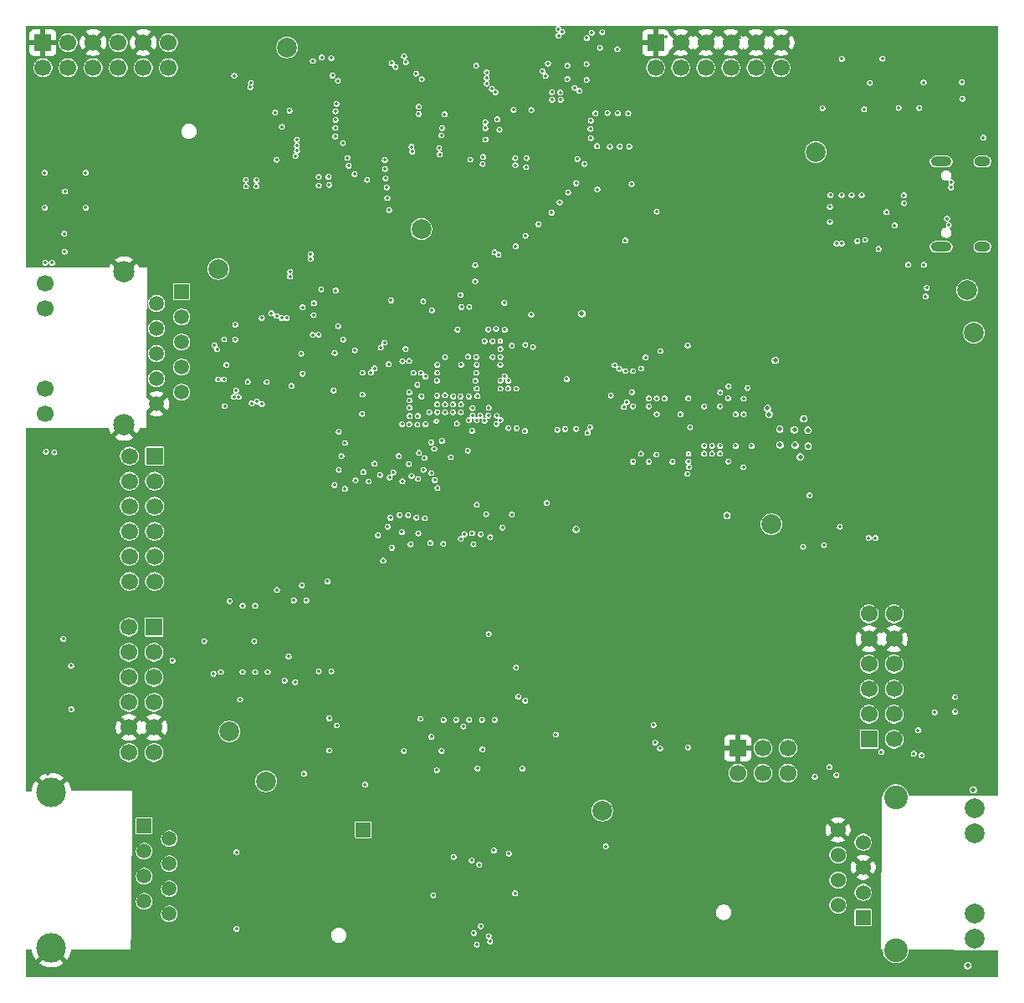
<source format=gbr>
G04 #@! TF.GenerationSoftware,KiCad,Pcbnew,9.0.3-9.0.3-0~ubuntu24.04.1*
G04 #@! TF.CreationDate,2025-07-29T11:11:20+02:00*
G04 #@! TF.ProjectId,acoustic-carrier-board,61636f75-7374-4696-932d-636172726965,rev?*
G04 #@! TF.SameCoordinates,Original*
G04 #@! TF.FileFunction,Copper,L2,Inr*
G04 #@! TF.FilePolarity,Positive*
%FSLAX46Y46*%
G04 Gerber Fmt 4.6, Leading zero omitted, Abs format (unit mm)*
G04 Created by KiCad (PCBNEW 9.0.3-9.0.3-0~ubuntu24.04.1) date 2025-07-29 11:11:20*
%MOMM*%
%LPD*%
G01*
G04 APERTURE LIST*
G04 #@! TA.AperFunction,ComponentPad*
%ADD10C,2.000000*%
G04 #@! TD*
G04 #@! TA.AperFunction,ComponentPad*
%ADD11R,1.500000X1.500000*%
G04 #@! TD*
G04 #@! TA.AperFunction,ComponentPad*
%ADD12C,1.500000*%
G04 #@! TD*
G04 #@! TA.AperFunction,ComponentPad*
%ADD13C,3.000000*%
G04 #@! TD*
G04 #@! TA.AperFunction,ComponentPad*
%ADD14R,1.700000X1.700000*%
G04 #@! TD*
G04 #@! TA.AperFunction,ComponentPad*
%ADD15C,1.700000*%
G04 #@! TD*
G04 #@! TA.AperFunction,ComponentPad*
%ADD16R,1.524000X1.524000*%
G04 #@! TD*
G04 #@! TA.AperFunction,ComponentPad*
%ADD17C,1.524000*%
G04 #@! TD*
G04 #@! TA.AperFunction,ComponentPad*
%ADD18C,1.999996*%
G04 #@! TD*
G04 #@! TA.AperFunction,ComponentPad*
%ADD19C,2.400046*%
G04 #@! TD*
G04 #@! TA.AperFunction,ComponentPad*
%ADD20R,1.520000X1.520000*%
G04 #@! TD*
G04 #@! TA.AperFunction,ComponentPad*
%ADD21C,1.520000*%
G04 #@! TD*
G04 #@! TA.AperFunction,ComponentPad*
%ADD22C,2.160000*%
G04 #@! TD*
G04 #@! TA.AperFunction,HeatsinkPad*
%ADD23O,1.600000X1.000000*%
G04 #@! TD*
G04 #@! TA.AperFunction,HeatsinkPad*
%ADD24O,2.100000X1.000000*%
G04 #@! TD*
G04 #@! TA.AperFunction,ViaPad*
%ADD25C,0.350000*%
G04 #@! TD*
G04 #@! TA.AperFunction,ViaPad*
%ADD26C,0.250000*%
G04 #@! TD*
G04 #@! TA.AperFunction,ViaPad*
%ADD27C,0.500000*%
G04 #@! TD*
G04 APERTURE END LIST*
D10*
X64740000Y-76940000D03*
D11*
X57250000Y-133380000D03*
D12*
X59790000Y-134650000D03*
X57250000Y-135920000D03*
X59790000Y-137190000D03*
X57250000Y-138460000D03*
X59790000Y-139730000D03*
X57250000Y-141000000D03*
X59790000Y-142270000D03*
D13*
X47850000Y-129975000D03*
X47850000Y-145675000D03*
D14*
X58250000Y-113220000D03*
D15*
X58250000Y-115760000D03*
X58250000Y-118300000D03*
X58250000Y-120840000D03*
X58250000Y-123380000D03*
X58250000Y-125920000D03*
X55710000Y-113220000D03*
X55710000Y-115760000D03*
X55710000Y-118300000D03*
X55710000Y-120840000D03*
X55710000Y-123380000D03*
X55710000Y-125920000D03*
D14*
X58295000Y-95895000D03*
D15*
X58295000Y-98435000D03*
X58295000Y-100975000D03*
X58295000Y-103515000D03*
X58295000Y-106055000D03*
X58295000Y-108595000D03*
X55755000Y-95895000D03*
X55755000Y-98435000D03*
X55755000Y-100975000D03*
X55755000Y-103515000D03*
X55755000Y-106055000D03*
X55755000Y-108595000D03*
D10*
X125230000Y-65090000D03*
D11*
X79430000Y-133730000D03*
D14*
X47000000Y-54000000D03*
D15*
X47000000Y-56540000D03*
X49540000Y-54000000D03*
X49540000Y-56540000D03*
X52080000Y-54000000D03*
X52080000Y-56540000D03*
X54620000Y-54000000D03*
X54620000Y-56540000D03*
X57160000Y-54000000D03*
X57160000Y-56540000D03*
X59700000Y-54000000D03*
X59700000Y-56540000D03*
D16*
X130005000Y-142630000D03*
D17*
X127465000Y-141370160D03*
X130005000Y-140090000D03*
X127465000Y-138830160D03*
X130005000Y-137550000D03*
X127465000Y-136290160D03*
X130005000Y-135010000D03*
X127465000Y-133750160D03*
D18*
X141254914Y-144815162D03*
X141254914Y-142275162D03*
X141254914Y-134104998D03*
X141254914Y-131564998D03*
D19*
X133304968Y-145940128D03*
X133304968Y-130440032D03*
D14*
X109000000Y-54000000D03*
D15*
X109000000Y-56540000D03*
X111540000Y-54000000D03*
X111540000Y-56540000D03*
X114080000Y-54000000D03*
X114080000Y-56540000D03*
X116620000Y-54000000D03*
X116620000Y-56540000D03*
X119160000Y-54000000D03*
X119160000Y-56540000D03*
X121700000Y-54000000D03*
X121700000Y-56540000D03*
D10*
X140540000Y-79100000D03*
X71720000Y-54490000D03*
X85290000Y-72900000D03*
D14*
X130605000Y-124575000D03*
D15*
X130605000Y-122035000D03*
X130605000Y-119495000D03*
X130605000Y-116955000D03*
X130605000Y-114415000D03*
X130605000Y-111875000D03*
X133145000Y-124575000D03*
X133145000Y-122035000D03*
X133145000Y-119495000D03*
X133145000Y-116955000D03*
X133145000Y-114415000D03*
X133145000Y-111875000D03*
D10*
X65870000Y-123800000D03*
X69570000Y-128830000D03*
D20*
X61050000Y-79270000D03*
D21*
X58510000Y-80440000D03*
X61050000Y-81810000D03*
X58510000Y-82980000D03*
X61050000Y-84350000D03*
X58510000Y-85520000D03*
X61050000Y-86890000D03*
X58510000Y-88060000D03*
X61050000Y-89430000D03*
X58510000Y-90600000D03*
D15*
X47270000Y-78360000D03*
X47270000Y-80900000D03*
X47270000Y-89080000D03*
X47270000Y-91620000D03*
D22*
X55220000Y-92730000D03*
X55220000Y-77250000D03*
D10*
X103600000Y-131800000D03*
D14*
X117310000Y-125470000D03*
D15*
X117310000Y-128010000D03*
X119850000Y-125470000D03*
X119850000Y-128010000D03*
X122390000Y-125470000D03*
X122390000Y-128010000D03*
D10*
X141230000Y-83380000D03*
X120722250Y-102810000D03*
D23*
X142080000Y-66050000D03*
D24*
X137900000Y-66050000D03*
D23*
X142080000Y-74690000D03*
D24*
X137900000Y-74690000D03*
D25*
X71260000Y-84260000D03*
X75550000Y-117170000D03*
X87360000Y-136310000D03*
X92320000Y-102010000D03*
D26*
X94900000Y-87450000D03*
D25*
X121080000Y-138630000D03*
X49420000Y-70480000D03*
X137445000Y-64990000D03*
X90140000Y-56380000D03*
X81780000Y-133230000D03*
X136570000Y-77810000D03*
D27*
X105100000Y-125000000D03*
X90200000Y-119400000D03*
D25*
X104090000Y-134390000D03*
X119930000Y-53490000D03*
X99710000Y-138750000D03*
X69600000Y-119080000D03*
D26*
X92940000Y-87850000D03*
D25*
X67750000Y-126170000D03*
X117440000Y-94440000D03*
X90500000Y-142800000D03*
X47250000Y-75180000D03*
X68770000Y-111710000D03*
D26*
X105730000Y-87700000D03*
D27*
X66500000Y-65200000D03*
D25*
X48960000Y-76330000D03*
X89260000Y-55350000D03*
D27*
X54900000Y-128000000D03*
X74265000Y-121575000D03*
D25*
X82810000Y-97960000D03*
X87320000Y-90300000D03*
X73710000Y-81200000D03*
X91820000Y-103700000D03*
X73730000Y-57730000D03*
X81740000Y-128450000D03*
D27*
X100400000Y-120300000D03*
X113320000Y-64960000D03*
D25*
X81130000Y-97090000D03*
X93480000Y-76040000D03*
X94900000Y-93850000D03*
D27*
X75850000Y-120550000D03*
D25*
X92070000Y-87050000D03*
D26*
X100560000Y-87970000D03*
D25*
X90960000Y-118400000D03*
X68100000Y-86280000D03*
X71430000Y-117860000D03*
D27*
X64600000Y-56500000D03*
D26*
X115330000Y-86070000D03*
D25*
X107520000Y-90050000D03*
D27*
X109100000Y-128900000D03*
D25*
X98250000Y-64350000D03*
X81900000Y-101660000D03*
X67730000Y-130440000D03*
X94100000Y-91450000D03*
X72200000Y-76620000D03*
X90510000Y-81420000D03*
X85490000Y-103860000D03*
D27*
X121600000Y-96305000D03*
D25*
X109120000Y-90850000D03*
D27*
X76100000Y-64900000D03*
D25*
X82900000Y-93850000D03*
X81300000Y-104340000D03*
X65310000Y-116282500D03*
X128290000Y-70670000D03*
X76925000Y-125712500D03*
D27*
X122960000Y-91160000D03*
X64000000Y-62100000D03*
D25*
X114850000Y-53400000D03*
X91740000Y-94210000D03*
X92790000Y-114010000D03*
X69042500Y-82905000D03*
X91390000Y-101240000D03*
X128485000Y-59725000D03*
X86380000Y-77400000D03*
X68370000Y-83040000D03*
X98200000Y-101070000D03*
X91130000Y-134930000D03*
X91320000Y-90260000D03*
X86570649Y-104400873D03*
X121080000Y-141640000D03*
D27*
X135100000Y-128800000D03*
D25*
X85665000Y-120430000D03*
X66130000Y-55600000D03*
D27*
X95400000Y-119370000D03*
D25*
X88500000Y-86650000D03*
X132850000Y-65120000D03*
X84950000Y-101650000D03*
X67770000Y-126960000D03*
X129652501Y-59657499D03*
X111520000Y-90050000D03*
X129590000Y-78030000D03*
X107520000Y-94850000D03*
X82400000Y-95980000D03*
X90150000Y-135830000D03*
X87655000Y-79800000D03*
X92780000Y-146010000D03*
X135140001Y-59389999D03*
X126270000Y-119610000D03*
X94630000Y-124090000D03*
X72140000Y-85550000D03*
X127562250Y-105070000D03*
X115520000Y-90050000D03*
X100340000Y-129240000D03*
X70020000Y-111970000D03*
X87000000Y-94730000D03*
X130430000Y-79990000D03*
X134204613Y-68999358D03*
X76470000Y-108580000D03*
X69190000Y-87200000D03*
X70980000Y-81150000D03*
D26*
X106310000Y-87010000D03*
D27*
X64600000Y-53300000D03*
D25*
X83700000Y-91450000D03*
X85160000Y-116880000D03*
D27*
X87800000Y-119400000D03*
D25*
X117910000Y-88640000D03*
X90913599Y-103371551D03*
X67550000Y-85310000D03*
X70550000Y-58080000D03*
D27*
X121000000Y-130700000D03*
D25*
X89130000Y-144610000D03*
X93710000Y-84690000D03*
X75675000Y-77315000D03*
X106470000Y-73650000D03*
X101540000Y-93240000D03*
X80800000Y-87470000D03*
X67740000Y-131160000D03*
X67570000Y-55560000D03*
X80480000Y-98430000D03*
X66680000Y-119090000D03*
X76643268Y-93790914D03*
X92910000Y-83840000D03*
X105230000Y-56182500D03*
X79804275Y-89750384D03*
X125022250Y-103410000D03*
X128010000Y-73348000D03*
D27*
X64700000Y-57900000D03*
D25*
X81900000Y-63320000D03*
D27*
X139400000Y-128800000D03*
D25*
X89300000Y-89050000D03*
X127685000Y-72385000D03*
X65800000Y-79300000D03*
X125470000Y-70630000D03*
D26*
X92160000Y-92660000D03*
X115040000Y-85700000D03*
D25*
X93790000Y-58600000D03*
X104390000Y-56800000D03*
X116850000Y-88760000D03*
X109920000Y-90850000D03*
X110720000Y-90050000D03*
X86910000Y-122900000D03*
X68477311Y-115104928D03*
D27*
X90800000Y-66800000D03*
D25*
X134245000Y-59725000D03*
X119120000Y-95220000D03*
D27*
X77400000Y-120400000D03*
D25*
X90100000Y-89050000D03*
D27*
X124400000Y-129900000D03*
D25*
X132690000Y-126030000D03*
X77170000Y-110010000D03*
X82900000Y-81850000D03*
X121010000Y-134260000D03*
X137950000Y-56540000D03*
X76520000Y-97800000D03*
D27*
X111300000Y-130700000D03*
D25*
X69905000Y-85335000D03*
X118340000Y-91270000D03*
X86900000Y-89050000D03*
X130952250Y-100120000D03*
D27*
X109530000Y-60990000D03*
D25*
X98530000Y-93210000D03*
X89310000Y-88250000D03*
X86860000Y-97560000D03*
X80970000Y-56070000D03*
X114290000Y-95240000D03*
X97650000Y-142820000D03*
X84490000Y-96140000D03*
X71910000Y-79030000D03*
X117120000Y-96450000D03*
X66580000Y-79090000D03*
X48680000Y-70480000D03*
X105190000Y-57660000D03*
X85500000Y-97850000D03*
X134357435Y-70698915D03*
D27*
X96200000Y-55500000D03*
X83200000Y-65400000D03*
D25*
X81730000Y-57260000D03*
D27*
X107000000Y-126900000D03*
D25*
X81320000Y-105900000D03*
X87200000Y-98330000D03*
X91220000Y-128350000D03*
X82570000Y-143250000D03*
X113120000Y-95650000D03*
X93790000Y-103630000D03*
D27*
X127920000Y-128900000D03*
D26*
X107770000Y-86460000D03*
D25*
X76820000Y-96410000D03*
X69110000Y-117590000D03*
X95290000Y-84620000D03*
X92950000Y-89430000D03*
X88500000Y-88250000D03*
X117460000Y-53480000D03*
X69090000Y-116940000D03*
X129610000Y-71500000D03*
D27*
X96500000Y-53600000D03*
D25*
X73090000Y-135180000D03*
D27*
X137500000Y-128800000D03*
D25*
X123990000Y-116000000D03*
X113140000Y-97040000D03*
X113030000Y-84110000D03*
D27*
X98000000Y-119400000D03*
D25*
X75975000Y-127417500D03*
X102860000Y-92980000D03*
X105930000Y-68240000D03*
X130510000Y-71460000D03*
X83700000Y-84250000D03*
D27*
X109020000Y-65510000D03*
X105520000Y-65680000D03*
X97900000Y-66400000D03*
D25*
X92900000Y-91120000D03*
X67730000Y-87730000D03*
D27*
X78200000Y-64800000D03*
D25*
X89800000Y-94620000D03*
X92735000Y-115410000D03*
X109920000Y-96450000D03*
X84080000Y-104300000D03*
D27*
X72600000Y-121500000D03*
D25*
X78970000Y-92030000D03*
X87600000Y-105280000D03*
X68120000Y-84170000D03*
D27*
X113990000Y-63490000D03*
D25*
X82900000Y-87450000D03*
X94060000Y-123200000D03*
X81650000Y-97740000D03*
D27*
X47500000Y-128000000D03*
D25*
X82670000Y-57730000D03*
X86445000Y-75475000D03*
D26*
X110140000Y-85150000D03*
D25*
X121030000Y-137240000D03*
X113120000Y-90850000D03*
X84760000Y-58240000D03*
X129410000Y-73468000D03*
D27*
X122970000Y-91920000D03*
D26*
X86410000Y-92670000D03*
D25*
X72040000Y-87080000D03*
D27*
X68400000Y-65500000D03*
X95000000Y-67200000D03*
D25*
X137600000Y-62890000D03*
X94060857Y-102067512D03*
X88120000Y-90310000D03*
X72460000Y-82650000D03*
D27*
X103300000Y-123100000D03*
X111890000Y-60890000D03*
D25*
X66500000Y-80485000D03*
D27*
X143300000Y-128800000D03*
D25*
X132090000Y-79410000D03*
D27*
X85800000Y-65900000D03*
D25*
X110440000Y-124880000D03*
X99490000Y-141850000D03*
D27*
X79600000Y-119430503D03*
D26*
X85722164Y-91060000D03*
D25*
X88010000Y-127790000D03*
X97850000Y-58040000D03*
X127060000Y-114000000D03*
X82070000Y-104660000D03*
X79340000Y-88390000D03*
X135230000Y-126910000D03*
D27*
X63500000Y-126800000D03*
X93000000Y-119420117D03*
D25*
X81880000Y-63840000D03*
D27*
X64600000Y-59500000D03*
D25*
X72190000Y-111820000D03*
X47280000Y-73410000D03*
X81400000Y-102910000D03*
D27*
X70200000Y-121600000D03*
D25*
X106720000Y-90050000D03*
D27*
X85300000Y-119400000D03*
D25*
X116740000Y-91220000D03*
X130210000Y-73348000D03*
X63183460Y-115081833D03*
D26*
X91250000Y-91030000D03*
D27*
X60920000Y-127940000D03*
D25*
X129560000Y-77460000D03*
X72910000Y-145540000D03*
X98110000Y-137490000D03*
X66280000Y-58345000D03*
X134420000Y-74700000D03*
X71365000Y-116977500D03*
X96285000Y-125425000D03*
X88500000Y-89050000D03*
X84210000Y-98500000D03*
D27*
X141900000Y-128800000D03*
D25*
X49370000Y-94325000D03*
D27*
X64600000Y-55200000D03*
D25*
X110090000Y-53450000D03*
X139265000Y-63680000D03*
X109920000Y-95650000D03*
X67450000Y-134770000D03*
X67420000Y-111710000D03*
X88500000Y-85850000D03*
X72040000Y-84590000D03*
X138517500Y-58012500D03*
X106174950Y-89800000D03*
X68110000Y-77920000D03*
X115520000Y-96450000D03*
X49330000Y-67720000D03*
X72130000Y-86160000D03*
X84700000Y-97620000D03*
D27*
X74300000Y-65100000D03*
D25*
X65040000Y-86360000D03*
D27*
X63600000Y-124100000D03*
D25*
X88240000Y-76560000D03*
X101170000Y-58220000D03*
X100470000Y-53640000D03*
X67150000Y-135450000D03*
X95730000Y-128350000D03*
X98210000Y-62630000D03*
X71740000Y-81150000D03*
X84860000Y-86250000D03*
X135320000Y-74700000D03*
X71600000Y-87230000D03*
X83970000Y-97260000D03*
X128562000Y-71508000D03*
X109090000Y-96390000D03*
D27*
X58200000Y-128000000D03*
X101800000Y-121600000D03*
D25*
X83940000Y-102460000D03*
D27*
X98000000Y-53200000D03*
D25*
X111520000Y-90850000D03*
X92450000Y-123875000D03*
X85010000Y-125140000D03*
D27*
X131750000Y-128770000D03*
D25*
X99090000Y-127950000D03*
D26*
X86100000Y-93850000D03*
D25*
X86250000Y-102170000D03*
D27*
X117500000Y-130700000D03*
D25*
X112379099Y-98143884D03*
X92100000Y-86330000D03*
X86570000Y-95620000D03*
X111520000Y-96450000D03*
X81870000Y-64360000D03*
X63980000Y-84310000D03*
D27*
X80800000Y-64800000D03*
D25*
X93640000Y-83840000D03*
X74250000Y-111730000D03*
X88500000Y-87450000D03*
X125510000Y-72250000D03*
X88280000Y-95490000D03*
X77980000Y-94290000D03*
X78090000Y-57890000D03*
X79740000Y-97960000D03*
X85840000Y-95150000D03*
X65050000Y-109990000D03*
X73400000Y-108100000D03*
X88910000Y-90320000D03*
D26*
X114770000Y-86060000D03*
D27*
X50700000Y-128000000D03*
D25*
X84850000Y-91080000D03*
X69140000Y-58470000D03*
X72110000Y-80400000D03*
X66990000Y-145850000D03*
D27*
X97600000Y-59100000D03*
D25*
X76410000Y-99430000D03*
D27*
X67200000Y-121700000D03*
D25*
X82920000Y-102320000D03*
X90100000Y-87450000D03*
X92860000Y-143500000D03*
X88890000Y-83830000D03*
D26*
X85620000Y-91820000D03*
D25*
X100175000Y-132195000D03*
X94100000Y-84250000D03*
D27*
X64600000Y-122000000D03*
D25*
X100430000Y-93180000D03*
X78050000Y-98760000D03*
X95490000Y-81510000D03*
X91640000Y-117310000D03*
D27*
X122930000Y-96290000D03*
X88400000Y-66400000D03*
D25*
X103430000Y-68310000D03*
X75560000Y-117670000D03*
X78540000Y-80180000D03*
X92160000Y-87850000D03*
D27*
X82500000Y-119400000D03*
D25*
X79600000Y-130080000D03*
X90120000Y-103280000D03*
X89270000Y-103460000D03*
D27*
X121670000Y-97570000D03*
D25*
X73880000Y-58340000D03*
D27*
X99580000Y-65890000D03*
D25*
X105020000Y-89680000D03*
X108790000Y-71640000D03*
X127530000Y-71480000D03*
X109300000Y-122700000D03*
X118720000Y-96450000D03*
X118720000Y-90050000D03*
X91810000Y-59050000D03*
X92070000Y-83820000D03*
X107520000Y-96450000D03*
X94852500Y-125477500D03*
X128650000Y-80040000D03*
D27*
X74300000Y-66900000D03*
D25*
X136350000Y-65950000D03*
X83354327Y-103105621D03*
D27*
X114300000Y-130700000D03*
D25*
X123332250Y-104080000D03*
D26*
X104410000Y-87440000D03*
D27*
X96600000Y-57200000D03*
D25*
X94800000Y-126400000D03*
D27*
X111320000Y-65290000D03*
X64600000Y-64400000D03*
D25*
X69320000Y-83840000D03*
X117120000Y-90050000D03*
X68010000Y-91520000D03*
X82000000Y-138340000D03*
X66195000Y-116425000D03*
X101220000Y-55670000D03*
X92400000Y-134170000D03*
X93820000Y-114000000D03*
D27*
X69900000Y-67000000D03*
X113820000Y-61270000D03*
D25*
X91090000Y-104800000D03*
X97870000Y-57390000D03*
X66810000Y-89900000D03*
X66550000Y-89252500D03*
X66467500Y-82585000D03*
X66330000Y-89890000D03*
X74880000Y-83600000D03*
X88520000Y-89850000D03*
X74430000Y-80400000D03*
X72520000Y-118790000D03*
X86367500Y-81112500D03*
X98480000Y-71220000D03*
X100150000Y-69180000D03*
X76520000Y-85440000D03*
X90100000Y-89850000D03*
X86890000Y-89765000D03*
X85482500Y-80227500D03*
X90860000Y-85850000D03*
X68600000Y-68570000D03*
X71450000Y-118630000D03*
X82232500Y-80112500D03*
X77820000Y-65680000D03*
X71870000Y-116180000D03*
X47250000Y-76300000D03*
X89260000Y-89850000D03*
X94850000Y-74630000D03*
X81780000Y-68680000D03*
X49070000Y-114420000D03*
X86900000Y-87450000D03*
X74910000Y-67610000D03*
X81630000Y-66800000D03*
X77940000Y-66480000D03*
X84070000Y-92670000D03*
X82040000Y-70970000D03*
X97150000Y-72410000D03*
X48150000Y-95500000D03*
X47310000Y-95450000D03*
X86900000Y-86640000D03*
X86870000Y-88250000D03*
X75960000Y-68410000D03*
X127320900Y-74359100D03*
X132380000Y-71180000D03*
X81860000Y-69750000D03*
X94890000Y-117310000D03*
X76410000Y-89260000D03*
X65010000Y-117757500D03*
X74310000Y-83610000D03*
X49850000Y-117120000D03*
X100960000Y-68260000D03*
X130210000Y-73988000D03*
X78550000Y-67330000D03*
X75900000Y-67590000D03*
X49875000Y-121545000D03*
X126710000Y-69456900D03*
X95838534Y-73572844D03*
X49240000Y-69070000D03*
X64260000Y-117940000D03*
X90020000Y-85810000D03*
X99300000Y-70180000D03*
X79820000Y-67910000D03*
X47930000Y-76320000D03*
X92110000Y-113920000D03*
X67540000Y-67910000D03*
X81600000Y-65890000D03*
X65390000Y-90827500D03*
X76630000Y-79120000D03*
X71155000Y-81897500D03*
X74910000Y-68480000D03*
X75160000Y-78990000D03*
X139310000Y-121780000D03*
X89320000Y-86640000D03*
X123934750Y-105067500D03*
X87700000Y-85850000D03*
X68610000Y-67930000D03*
X68655000Y-90360000D03*
X139310000Y-120300000D03*
X81680000Y-67770000D03*
X67560000Y-68560000D03*
X130108750Y-60763750D03*
X103090000Y-64490000D03*
X102450000Y-63680000D03*
X67985000Y-58515000D03*
X76855323Y-57874677D03*
X105370000Y-64530000D03*
X102410000Y-62730000D03*
X82695000Y-56475000D03*
X99180000Y-53300000D03*
X99160000Y-52630000D03*
X83730000Y-56000000D03*
X105170000Y-61160000D03*
X99350000Y-59050000D03*
X74320000Y-55870000D03*
X76320323Y-57339677D03*
X85333750Y-57706250D03*
X102920000Y-61170000D03*
X91911249Y-57020000D03*
X75220000Y-55500000D03*
X104380000Y-64540000D03*
X106240000Y-61180000D03*
X84768750Y-57141250D03*
X82300000Y-56080000D03*
X98520000Y-59020000D03*
X91911249Y-57590000D03*
X92791249Y-59038751D03*
X91911249Y-58158751D03*
X99400000Y-59790000D03*
X106350000Y-64530000D03*
X68040000Y-58080000D03*
X76180000Y-55570000D03*
X98540000Y-59790000D03*
X104130000Y-61130000D03*
X99560000Y-52920000D03*
X102450000Y-61890000D03*
X83550000Y-55380000D03*
X92441249Y-58688751D03*
X134570000Y-76500000D03*
X136130000Y-58040000D03*
X100075001Y-57695000D03*
X136150000Y-76510000D03*
X140055000Y-59700000D03*
X138930000Y-68130000D03*
X136330000Y-79730000D03*
X101290000Y-58900000D03*
X138500000Y-71840000D03*
X130690000Y-58080000D03*
X138680000Y-72480000D03*
X138900000Y-68690000D03*
X100810000Y-58580000D03*
X136450000Y-78850000D03*
X64720000Y-88130000D03*
X70650000Y-65870000D03*
X72690000Y-63840000D03*
X71655000Y-81897500D03*
X72550000Y-65490000D03*
X72010000Y-77700000D03*
X72155000Y-88772500D03*
X72710000Y-64960000D03*
X73142500Y-85510000D03*
X67730000Y-88370000D03*
X72010000Y-77200000D03*
X69642500Y-88385000D03*
X73270000Y-87550000D03*
X65310000Y-88130000D03*
X72700000Y-64440000D03*
X87400000Y-62660000D03*
X87330000Y-63400000D03*
X85020000Y-61230000D03*
X87655000Y-61265000D03*
X85040000Y-60490000D03*
X135680000Y-60630000D03*
X77360000Y-64180000D03*
X76710000Y-60200000D03*
X76600000Y-62640000D03*
X76620000Y-61840000D03*
X76610000Y-60960000D03*
X76590000Y-63510000D03*
X91790000Y-63820000D03*
X96430000Y-60840000D03*
X92980000Y-61760000D03*
X94630000Y-60815000D03*
X91770000Y-62070000D03*
X91770000Y-62690000D03*
X93205000Y-62815000D03*
X69155000Y-81897500D03*
X88835000Y-122610000D03*
X90135000Y-122610000D03*
X92735000Y-122610000D03*
X83540000Y-125760000D03*
X92640000Y-135835000D03*
X94147054Y-136152115D03*
X95120000Y-120250000D03*
X95800000Y-120670000D03*
D27*
X141151000Y-129700000D03*
X140600000Y-147500000D03*
D25*
X73420000Y-128060000D03*
X90400000Y-136850000D03*
X90900000Y-145370000D03*
X75975000Y-122450000D03*
X76740000Y-123180000D03*
X91435000Y-122610000D03*
X91491050Y-125600000D03*
X65580000Y-86660000D03*
X65342500Y-84060000D03*
X66467500Y-84085000D03*
X125892500Y-60650000D03*
X70130000Y-81410000D03*
X133600000Y-60612500D03*
X129410000Y-74108000D03*
X127828900Y-69456900D03*
X127828900Y-74359100D03*
X95525000Y-127535000D03*
X79610000Y-129160000D03*
X103970000Y-135430000D03*
X66590000Y-136020000D03*
X66590000Y-143780000D03*
X91150000Y-137290000D03*
X86860000Y-127710000D03*
X70505000Y-61095000D03*
X71190000Y-62530000D03*
X71955000Y-60890000D03*
X102530000Y-53010000D03*
X103380000Y-54520000D03*
X103610000Y-52940000D03*
X105140000Y-54670000D03*
X102040000Y-53540000D03*
X127855000Y-55660000D03*
X131955000Y-55625000D03*
X108000000Y-85900000D03*
X93300000Y-85850000D03*
X78640000Y-98340000D03*
X80890000Y-103910000D03*
X88890000Y-92600000D03*
X89300000Y-104270000D03*
X97990000Y-100640000D03*
X118720000Y-94850000D03*
X117120000Y-94850000D03*
X90900000Y-92250000D03*
X90430000Y-103700000D03*
X90910000Y-100810000D03*
X106620000Y-89410000D03*
X105950000Y-87280000D03*
X70680000Y-109450000D03*
X72380000Y-110512500D03*
X86650000Y-98320000D03*
X88500000Y-91450000D03*
X102110000Y-93530000D03*
X93300000Y-88250000D03*
X73280000Y-80810000D03*
X89670000Y-103810000D03*
X125125000Y-128375000D03*
X89320000Y-90650000D03*
X104859847Y-86680176D03*
X105799078Y-90908290D03*
X94081628Y-89030000D03*
X99850000Y-93150000D03*
X92265000Y-104105000D03*
X90430000Y-93330000D03*
X114720000Y-95650000D03*
X91690000Y-92320000D03*
X93500000Y-103130000D03*
X90100000Y-92250000D03*
X137250000Y-121850000D03*
X126600000Y-127400000D03*
X135130000Y-126040000D03*
X92110000Y-90990000D03*
X112500000Y-92959768D03*
X117120000Y-91650000D03*
X95820000Y-84630000D03*
X99070000Y-93220000D03*
X93300000Y-89050000D03*
X94900000Y-89050000D03*
X100950000Y-93140000D03*
X92940000Y-91810000D03*
X115520000Y-94850000D03*
X94100000Y-88250000D03*
X102380000Y-92960000D03*
X118310000Y-88990000D03*
X93730000Y-83090000D03*
X76190000Y-117687500D03*
X66953750Y-120553750D03*
X69750000Y-117757500D03*
X60110000Y-116600000D03*
X96600000Y-84830000D03*
X116375000Y-88825000D03*
X93300000Y-85050000D03*
X112250000Y-84680000D03*
X90480000Y-91780000D03*
X94460000Y-101810000D03*
X73650000Y-110512500D03*
X67210000Y-111050000D03*
X93720000Y-87820000D03*
X109120000Y-91650000D03*
X112210000Y-97700000D03*
X92070000Y-91790000D03*
X70640000Y-81700000D03*
X81990000Y-86580000D03*
X90000000Y-95340000D03*
X90470000Y-91020000D03*
X89300000Y-91450000D03*
X74920000Y-117687500D03*
X68480000Y-117757500D03*
X88280000Y-96000000D03*
X93290000Y-86650000D03*
D27*
X116230000Y-101920000D03*
D25*
X124572250Y-99880000D03*
X112320000Y-96450000D03*
X115520000Y-90850000D03*
X94940000Y-93060000D03*
D27*
X121130000Y-86190000D03*
X100970000Y-103310000D03*
X101540000Y-81450000D03*
D25*
X115520000Y-95650000D03*
X91260000Y-91800000D03*
X91860000Y-101760000D03*
X91310000Y-103810000D03*
X83330000Y-103580000D03*
X84900000Y-92690000D03*
X82090000Y-98050000D03*
X83010000Y-95880000D03*
X94460000Y-84710000D03*
X117920000Y-91650000D03*
X106720000Y-87280000D03*
X108320000Y-90850000D03*
X113920000Y-94850000D03*
X94100000Y-93050000D03*
X90140000Y-80770000D03*
X93110000Y-75490000D03*
X101800000Y-66300000D03*
D26*
X93300000Y-84250000D03*
D25*
X93300000Y-92250000D03*
X114720000Y-94850000D03*
X112390000Y-97010000D03*
X92900000Y-92640000D03*
X105326005Y-87044044D03*
X106094582Y-90419813D03*
X87380000Y-94350600D03*
X67210000Y-117757500D03*
X87700000Y-91450000D03*
X87700000Y-90650000D03*
X73210000Y-108980000D03*
X86310000Y-97610000D03*
X68480000Y-111050000D03*
X100010000Y-88090000D03*
X104470000Y-89740000D03*
X92500000Y-85850000D03*
X107540000Y-87020000D03*
X89350000Y-80790000D03*
X92707199Y-75238249D03*
X101090000Y-65800000D03*
X65907500Y-110582500D03*
X88500000Y-90650000D03*
X75790000Y-108570000D03*
X86930000Y-99120000D03*
X109500000Y-85250000D03*
X115540000Y-89450000D03*
X68380000Y-114640000D03*
X63330000Y-114630000D03*
X94785000Y-140180000D03*
X64370000Y-84672550D03*
X64630000Y-85080000D03*
X86505000Y-140370000D03*
X85210000Y-122500000D03*
X87340000Y-125760000D03*
X90980000Y-127540000D03*
X98910000Y-124100000D03*
X89550000Y-123270000D03*
X86310000Y-124320000D03*
X90250000Y-65850000D03*
X95950000Y-65700000D03*
X94800000Y-65710000D03*
D27*
X124010000Y-92110000D03*
D25*
X94810000Y-66420000D03*
X90890000Y-89050000D03*
D27*
X124420000Y-93260000D03*
D25*
X90770000Y-88260000D03*
D27*
X123127500Y-94770000D03*
D25*
X90980000Y-89800000D03*
X96420000Y-81570000D03*
X95780000Y-93340000D03*
D27*
X123057500Y-93220000D03*
D25*
X131252250Y-104180000D03*
D27*
X123650000Y-95970000D03*
D25*
X90860000Y-87450000D03*
D27*
X124440000Y-94890000D03*
D25*
X95900000Y-66620000D03*
X91540000Y-65580000D03*
X130562250Y-104180000D03*
X91500000Y-66300000D03*
X100075001Y-56345000D03*
X102015002Y-56179999D03*
X68125000Y-90555000D03*
X102015002Y-57779999D03*
X98115000Y-56125000D03*
X97550000Y-56890000D03*
X127652250Y-103050000D03*
X126047250Y-104905000D03*
X133205000Y-72530000D03*
X131570000Y-74900000D03*
X69155000Y-90620000D03*
X88572500Y-136485000D03*
X87535000Y-122610000D03*
X75975000Y-125712500D03*
X92261856Y-145053711D03*
X91310000Y-143520000D03*
X92110000Y-144520000D03*
X90610000Y-144200000D03*
X134150000Y-70271600D03*
X140000000Y-58012500D03*
X82460000Y-97530000D03*
X83086645Y-101860000D03*
X77390000Y-84085000D03*
X79290000Y-91610000D03*
X84080000Y-89430000D03*
X81570000Y-84400000D03*
X84060000Y-86250000D03*
X74400000Y-81600000D03*
X86210000Y-104710000D03*
X84960000Y-98210000D03*
X86290000Y-94500000D03*
D26*
X86820000Y-92340000D03*
D25*
X81430000Y-106480000D03*
X79430000Y-97510000D03*
X84990000Y-103710000D03*
X84030000Y-96700000D03*
X76885000Y-82730000D03*
X79960000Y-98460000D03*
X81890000Y-103040000D03*
X85300000Y-89850000D03*
X77580000Y-94560000D03*
X85615000Y-96085000D03*
X84796994Y-102115497D03*
X86900000Y-91450000D03*
X84310000Y-97910000D03*
X76940000Y-93420000D03*
X84100000Y-90240000D03*
X93690000Y-80370000D03*
X92070000Y-83060000D03*
X91700000Y-84250000D03*
X129860900Y-69456900D03*
X78570000Y-85170000D03*
X82310000Y-105170000D03*
X80570000Y-96660000D03*
X86100000Y-91450000D03*
X84210000Y-104830000D03*
X77560000Y-99200000D03*
X83350000Y-92650000D03*
X128844900Y-69456900D03*
X92860000Y-83010000D03*
X81120000Y-97810000D03*
X82160000Y-102130000D03*
X86900000Y-90650000D03*
X85510000Y-97290000D03*
X85649974Y-102179746D03*
X86600258Y-95145962D03*
X109110000Y-71120000D03*
X126647800Y-70638000D03*
X85060000Y-95560000D03*
X85710000Y-92660000D03*
X83380000Y-98440000D03*
X83960000Y-101870000D03*
X92500000Y-84250000D03*
X106580000Y-68320000D03*
X51325000Y-70720000D03*
X51330000Y-67180000D03*
X74090000Y-75910000D03*
X49160000Y-73370000D03*
X90745000Y-76545000D03*
X87170000Y-65330000D03*
X87100000Y-64680000D03*
X89260000Y-79570000D03*
X84300000Y-64560000D03*
X87700000Y-89720000D03*
X84370000Y-65050000D03*
X90900000Y-86650000D03*
X134130998Y-69468622D03*
X135930000Y-126210000D03*
X127300000Y-128200000D03*
X81190000Y-84910000D03*
X83380000Y-86280000D03*
X84500000Y-87450000D03*
X80570000Y-87010000D03*
X85710000Y-87830000D03*
X79350000Y-87450000D03*
X77210000Y-95890000D03*
X84100000Y-90980000D03*
X88960000Y-83070000D03*
X103110000Y-68880000D03*
X84890000Y-88660000D03*
X79340000Y-89650000D03*
X84120000Y-91830000D03*
X76930000Y-97280000D03*
X83700000Y-85050000D03*
X105930000Y-74060000D03*
X126647800Y-72162000D03*
X80204008Y-87435992D03*
X85270000Y-87450000D03*
X84940000Y-91840000D03*
X76510000Y-98820000D03*
X90569246Y-104820754D03*
X108790000Y-123130000D03*
X135570000Y-123660000D03*
X131850000Y-125870000D03*
X108960000Y-124910000D03*
X87520000Y-104780000D03*
X109460000Y-125500000D03*
X74100000Y-75430000D03*
X49200000Y-75180000D03*
X47180000Y-67180000D03*
X47175000Y-70720000D03*
X112290000Y-125390000D03*
X113920000Y-90850000D03*
D27*
X120494000Y-91670000D03*
X121600000Y-94755000D03*
D25*
X111520000Y-91650000D03*
X107520000Y-95650000D03*
X109120000Y-90050000D03*
X113920000Y-95650000D03*
X116360000Y-96430000D03*
X117910000Y-90070000D03*
D27*
X120320000Y-91050000D03*
D25*
X116340000Y-90030000D03*
X117890000Y-97020000D03*
X110720000Y-96450000D03*
X112320000Y-90050000D03*
X109090000Y-95750000D03*
D27*
X121570000Y-93165000D03*
D26*
X112320000Y-95650000D03*
D25*
X106720000Y-90850000D03*
X109920000Y-90050000D03*
X108320000Y-96450000D03*
X106720000Y-96450000D03*
X108320000Y-90050000D03*
X90845000Y-56350000D03*
X66360000Y-57360000D03*
X90745000Y-78195000D03*
X142175000Y-63640000D03*
G04 #@! TA.AperFunction,Conductor*
G36*
X98981828Y-52314852D02*
G01*
X98996180Y-52349500D01*
X98981828Y-52384148D01*
X98977006Y-52388377D01*
X98975485Y-52389543D01*
X98919541Y-52445488D01*
X98919540Y-52445488D01*
X98879979Y-52514008D01*
X98879979Y-52514010D01*
X98859500Y-52590436D01*
X98859500Y-52669563D01*
X98879979Y-52745989D01*
X98879979Y-52745991D01*
X98913476Y-52804008D01*
X98919540Y-52814511D01*
X98975489Y-52870460D01*
X99000200Y-52884727D01*
X99044008Y-52910020D01*
X99044011Y-52910021D01*
X99082555Y-52920349D01*
X99112308Y-52943179D01*
X99117203Y-52980361D01*
X99094373Y-53010114D01*
X99082557Y-53015009D01*
X99064009Y-53019979D01*
X99064008Y-53019979D01*
X98995488Y-53059540D01*
X98995488Y-53059541D01*
X98939541Y-53115488D01*
X98939540Y-53115488D01*
X98899979Y-53184008D01*
X98899979Y-53184010D01*
X98879500Y-53260436D01*
X98879500Y-53339563D01*
X98899979Y-53415989D01*
X98899979Y-53415991D01*
X98931235Y-53470127D01*
X98939540Y-53484511D01*
X98995489Y-53540460D01*
X99009879Y-53548768D01*
X99063217Y-53579563D01*
X99064011Y-53580021D01*
X99099478Y-53589524D01*
X99140436Y-53600500D01*
X99140438Y-53600500D01*
X99219564Y-53600500D01*
X99246230Y-53593354D01*
X99295989Y-53580021D01*
X99296783Y-53579563D01*
X99305170Y-53574720D01*
X99364511Y-53540460D01*
X99404535Y-53500436D01*
X101739500Y-53500436D01*
X101739500Y-53579563D01*
X101759979Y-53655989D01*
X101759979Y-53655991D01*
X101776079Y-53683876D01*
X101799540Y-53724511D01*
X101855489Y-53780460D01*
X101924011Y-53820021D01*
X101959478Y-53829524D01*
X102000436Y-53840500D01*
X102000438Y-53840500D01*
X102079564Y-53840500D01*
X102106230Y-53833354D01*
X102155989Y-53820021D01*
X102224511Y-53780460D01*
X102280460Y-53724511D01*
X102320021Y-53655989D01*
X102340377Y-53580021D01*
X102340500Y-53579563D01*
X102340500Y-53500436D01*
X102331843Y-53468134D01*
X102320021Y-53424011D01*
X102320020Y-53424009D01*
X102320020Y-53424008D01*
X102280459Y-53355488D01*
X102224511Y-53299540D01*
X102155990Y-53259979D01*
X102079564Y-53239500D01*
X102079562Y-53239500D01*
X102000438Y-53239500D01*
X102000436Y-53239500D01*
X101924010Y-53259979D01*
X101924008Y-53259979D01*
X101855488Y-53299540D01*
X101855488Y-53299541D01*
X101799541Y-53355488D01*
X101799540Y-53355488D01*
X101759979Y-53424008D01*
X101759979Y-53424010D01*
X101739500Y-53500436D01*
X99404535Y-53500436D01*
X99420460Y-53484511D01*
X99455391Y-53424008D01*
X99460020Y-53415991D01*
X99460020Y-53415990D01*
X99460021Y-53415989D01*
X99480500Y-53339562D01*
X99480500Y-53269500D01*
X99494852Y-53234852D01*
X99529500Y-53220500D01*
X99599564Y-53220500D01*
X99626230Y-53213354D01*
X99675989Y-53200021D01*
X99744511Y-53160460D01*
X99800460Y-53104511D01*
X99840021Y-53035989D01*
X99857586Y-52970436D01*
X102229500Y-52970436D01*
X102229500Y-53049563D01*
X102249979Y-53125989D01*
X102249979Y-53125991D01*
X102283476Y-53184008D01*
X102289540Y-53194511D01*
X102345489Y-53250460D01*
X102414011Y-53290021D01*
X102449478Y-53299524D01*
X102490436Y-53310500D01*
X102490438Y-53310500D01*
X102569564Y-53310500D01*
X102596230Y-53303354D01*
X102645989Y-53290021D01*
X102714511Y-53250460D01*
X102770460Y-53194511D01*
X102810021Y-53125989D01*
X102830500Y-53049562D01*
X102830500Y-52970438D01*
X102830500Y-52970436D01*
X102814281Y-52909909D01*
X102811743Y-52900438D01*
X102811742Y-52900436D01*
X103309500Y-52900436D01*
X103309500Y-52979563D01*
X103329979Y-53055989D01*
X103329979Y-53055991D01*
X103364331Y-53115489D01*
X103369540Y-53124511D01*
X103425489Y-53180460D01*
X103494011Y-53220021D01*
X103529478Y-53229524D01*
X103570436Y-53240500D01*
X103570438Y-53240500D01*
X103649564Y-53240500D01*
X103676230Y-53233354D01*
X103725989Y-53220021D01*
X103794511Y-53180460D01*
X103850460Y-53124511D01*
X103863361Y-53102165D01*
X107650000Y-53102165D01*
X107650000Y-53750000D01*
X108566988Y-53750000D01*
X108534075Y-53807007D01*
X108500000Y-53934174D01*
X108500000Y-54065826D01*
X108534075Y-54192993D01*
X108566988Y-54250000D01*
X107650000Y-54250000D01*
X107650000Y-54897834D01*
X107656401Y-54957372D01*
X107656401Y-54957373D01*
X107706648Y-55092091D01*
X107792811Y-55207188D01*
X107907908Y-55293351D01*
X108042626Y-55343598D01*
X108102166Y-55350000D01*
X108750000Y-55350000D01*
X108750000Y-54433012D01*
X108807007Y-54465925D01*
X108934174Y-54500000D01*
X109065826Y-54500000D01*
X109192993Y-54465925D01*
X109250000Y-54433012D01*
X109250000Y-55350000D01*
X109897834Y-55350000D01*
X109957372Y-55343598D01*
X109957373Y-55343598D01*
X110092091Y-55293351D01*
X110207188Y-55207188D01*
X110293352Y-55092090D01*
X110298058Y-55079473D01*
X110298059Y-55079471D01*
X110343596Y-54957380D01*
X110343598Y-54957372D01*
X110350000Y-54897834D01*
X110350000Y-54808843D01*
X110364352Y-54774195D01*
X110399000Y-54759843D01*
X110402845Y-54759994D01*
X110424728Y-54761716D01*
X111057037Y-54129408D01*
X111074075Y-54192993D01*
X111139901Y-54307007D01*
X111232993Y-54400099D01*
X111347007Y-54465925D01*
X111410591Y-54482962D01*
X110778281Y-55115271D01*
X110832440Y-55154619D01*
X110832443Y-55154621D01*
X111021781Y-55251094D01*
X111223873Y-55316757D01*
X111223876Y-55316758D01*
X111433754Y-55350000D01*
X111646246Y-55350000D01*
X111856123Y-55316758D01*
X111856126Y-55316757D01*
X112058218Y-55251094D01*
X112247553Y-55154622D01*
X112301717Y-55115271D01*
X111669408Y-54482962D01*
X111732993Y-54465925D01*
X111847007Y-54400099D01*
X111940099Y-54307007D01*
X112005925Y-54192993D01*
X112022962Y-54129408D01*
X112655271Y-54761717D01*
X112694622Y-54707553D01*
X112766341Y-54566799D01*
X112794858Y-54542443D01*
X112832246Y-54545386D01*
X112853659Y-54566799D01*
X112925378Y-54707556D01*
X112925380Y-54707560D01*
X112964727Y-54761716D01*
X112964728Y-54761716D01*
X113597037Y-54129408D01*
X113614075Y-54192993D01*
X113679901Y-54307007D01*
X113772993Y-54400099D01*
X113887007Y-54465925D01*
X113950591Y-54482962D01*
X113318281Y-55115271D01*
X113372440Y-55154619D01*
X113372443Y-55154621D01*
X113561781Y-55251094D01*
X113763873Y-55316757D01*
X113763876Y-55316758D01*
X113973754Y-55350000D01*
X114186246Y-55350000D01*
X114396123Y-55316758D01*
X114396126Y-55316757D01*
X114598218Y-55251094D01*
X114787553Y-55154622D01*
X114841717Y-55115271D01*
X114209408Y-54482962D01*
X114272993Y-54465925D01*
X114387007Y-54400099D01*
X114480099Y-54307007D01*
X114545925Y-54192993D01*
X114562962Y-54129408D01*
X115195271Y-54761717D01*
X115234622Y-54707553D01*
X115306341Y-54566799D01*
X115334858Y-54542443D01*
X115372246Y-54545386D01*
X115393659Y-54566799D01*
X115465378Y-54707556D01*
X115465380Y-54707560D01*
X115504727Y-54761716D01*
X115504728Y-54761716D01*
X116137037Y-54129408D01*
X116154075Y-54192993D01*
X116219901Y-54307007D01*
X116312993Y-54400099D01*
X116427007Y-54465925D01*
X116490591Y-54482962D01*
X115858281Y-55115271D01*
X115912440Y-55154619D01*
X115912443Y-55154621D01*
X116101781Y-55251094D01*
X116303873Y-55316757D01*
X116303876Y-55316758D01*
X116513754Y-55350000D01*
X116726246Y-55350000D01*
X116936123Y-55316758D01*
X116936126Y-55316757D01*
X117138218Y-55251094D01*
X117327553Y-55154622D01*
X117381717Y-55115271D01*
X116749408Y-54482962D01*
X116812993Y-54465925D01*
X116927007Y-54400099D01*
X117020099Y-54307007D01*
X117085925Y-54192993D01*
X117102962Y-54129408D01*
X117735271Y-54761717D01*
X117774622Y-54707553D01*
X117846341Y-54566799D01*
X117874858Y-54542443D01*
X117912246Y-54545386D01*
X117933659Y-54566799D01*
X118005378Y-54707556D01*
X118005380Y-54707560D01*
X118044727Y-54761716D01*
X118044728Y-54761716D01*
X118677036Y-54129407D01*
X118694075Y-54192993D01*
X118759901Y-54307007D01*
X118852993Y-54400099D01*
X118967007Y-54465925D01*
X119030591Y-54482962D01*
X118398281Y-55115271D01*
X118452440Y-55154619D01*
X118452443Y-55154621D01*
X118641781Y-55251094D01*
X118843873Y-55316757D01*
X118843876Y-55316758D01*
X119053754Y-55350000D01*
X119266246Y-55350000D01*
X119476123Y-55316758D01*
X119476126Y-55316757D01*
X119678218Y-55251094D01*
X119867553Y-55154622D01*
X119921717Y-55115271D01*
X119289408Y-54482962D01*
X119352993Y-54465925D01*
X119467007Y-54400099D01*
X119560099Y-54307007D01*
X119625925Y-54192993D01*
X119642962Y-54129408D01*
X120275271Y-54761717D01*
X120314622Y-54707553D01*
X120386341Y-54566799D01*
X120414858Y-54542443D01*
X120452246Y-54545386D01*
X120473659Y-54566799D01*
X120545378Y-54707556D01*
X120545380Y-54707560D01*
X120584727Y-54761716D01*
X120584728Y-54761716D01*
X121217037Y-54129408D01*
X121234075Y-54192993D01*
X121299901Y-54307007D01*
X121392993Y-54400099D01*
X121507007Y-54465925D01*
X121570591Y-54482962D01*
X120938281Y-55115271D01*
X120992440Y-55154619D01*
X120992443Y-55154621D01*
X121181781Y-55251094D01*
X121383873Y-55316757D01*
X121383876Y-55316758D01*
X121593754Y-55350000D01*
X121806246Y-55350000D01*
X122016123Y-55316758D01*
X122016126Y-55316757D01*
X122218218Y-55251094D01*
X122407553Y-55154622D01*
X122461717Y-55115271D01*
X121829408Y-54482962D01*
X121892993Y-54465925D01*
X122007007Y-54400099D01*
X122100099Y-54307007D01*
X122165925Y-54192993D01*
X122182962Y-54129408D01*
X122815271Y-54761717D01*
X122854622Y-54707553D01*
X122951094Y-54518218D01*
X123016757Y-54316126D01*
X123016758Y-54316123D01*
X123050000Y-54106246D01*
X123050000Y-53893753D01*
X123016758Y-53683876D01*
X123016757Y-53683873D01*
X122951094Y-53481781D01*
X122854621Y-53292443D01*
X122854619Y-53292440D01*
X122815271Y-53238281D01*
X122182962Y-53870590D01*
X122165925Y-53807007D01*
X122100099Y-53692993D01*
X122007007Y-53599901D01*
X121892993Y-53534075D01*
X121829407Y-53517036D01*
X122461716Y-52884728D01*
X122461716Y-52884727D01*
X122407560Y-52845380D01*
X122407556Y-52845378D01*
X122218218Y-52748905D01*
X122016126Y-52683242D01*
X122016123Y-52683241D01*
X121806246Y-52650000D01*
X121593754Y-52650000D01*
X121383876Y-52683241D01*
X121383873Y-52683242D01*
X121181781Y-52748905D01*
X120992447Y-52845376D01*
X120992442Y-52845379D01*
X120938282Y-52884727D01*
X120938282Y-52884728D01*
X121570591Y-53517037D01*
X121507007Y-53534075D01*
X121392993Y-53599901D01*
X121299901Y-53692993D01*
X121234075Y-53807007D01*
X121217037Y-53870591D01*
X120584728Y-53238282D01*
X120584727Y-53238282D01*
X120545379Y-53292442D01*
X120545376Y-53292447D01*
X120473659Y-53433200D01*
X120445142Y-53457556D01*
X120407754Y-53454613D01*
X120386341Y-53433200D01*
X120314621Y-53292443D01*
X120314619Y-53292440D01*
X120275271Y-53238281D01*
X119642962Y-53870590D01*
X119625925Y-53807007D01*
X119560099Y-53692993D01*
X119467007Y-53599901D01*
X119352993Y-53534075D01*
X119289407Y-53517036D01*
X119921716Y-52884728D01*
X119921716Y-52884727D01*
X119867560Y-52845380D01*
X119867556Y-52845378D01*
X119678218Y-52748905D01*
X119476126Y-52683242D01*
X119476123Y-52683241D01*
X119266246Y-52650000D01*
X119053754Y-52650000D01*
X118843876Y-52683241D01*
X118843873Y-52683242D01*
X118641781Y-52748905D01*
X118452447Y-52845376D01*
X118452442Y-52845379D01*
X118398282Y-52884727D01*
X118398282Y-52884728D01*
X119030591Y-53517037D01*
X118967007Y-53534075D01*
X118852993Y-53599901D01*
X118759901Y-53692993D01*
X118694075Y-53807007D01*
X118677037Y-53870591D01*
X118044728Y-53238282D01*
X118044727Y-53238282D01*
X118005379Y-53292442D01*
X118005376Y-53292447D01*
X117933659Y-53433200D01*
X117905142Y-53457556D01*
X117867754Y-53454613D01*
X117846341Y-53433200D01*
X117774621Y-53292443D01*
X117774619Y-53292440D01*
X117735271Y-53238281D01*
X117102962Y-53870590D01*
X117085925Y-53807007D01*
X117020099Y-53692993D01*
X116927007Y-53599901D01*
X116812993Y-53534075D01*
X116749407Y-53517036D01*
X117381716Y-52884728D01*
X117381716Y-52884727D01*
X117327560Y-52845380D01*
X117327556Y-52845378D01*
X117138218Y-52748905D01*
X116936126Y-52683242D01*
X116936123Y-52683241D01*
X116726246Y-52650000D01*
X116513754Y-52650000D01*
X116303876Y-52683241D01*
X116303873Y-52683242D01*
X116101781Y-52748905D01*
X115912447Y-52845376D01*
X115912442Y-52845379D01*
X115858282Y-52884727D01*
X115858282Y-52884728D01*
X116490591Y-53517037D01*
X116427007Y-53534075D01*
X116312993Y-53599901D01*
X116219901Y-53692993D01*
X116154075Y-53807007D01*
X116137037Y-53870591D01*
X115504728Y-53238282D01*
X115504727Y-53238282D01*
X115465379Y-53292442D01*
X115465376Y-53292447D01*
X115393659Y-53433200D01*
X115365142Y-53457556D01*
X115327754Y-53454613D01*
X115306341Y-53433200D01*
X115234621Y-53292443D01*
X115234619Y-53292440D01*
X115195271Y-53238281D01*
X114562962Y-53870590D01*
X114545925Y-53807007D01*
X114480099Y-53692993D01*
X114387007Y-53599901D01*
X114272993Y-53534075D01*
X114209407Y-53517036D01*
X114841716Y-52884728D01*
X114841716Y-52884727D01*
X114787560Y-52845380D01*
X114787556Y-52845378D01*
X114598218Y-52748905D01*
X114396126Y-52683242D01*
X114396123Y-52683241D01*
X114186246Y-52650000D01*
X113973754Y-52650000D01*
X113763876Y-52683241D01*
X113763873Y-52683242D01*
X113561781Y-52748905D01*
X113372447Y-52845376D01*
X113372442Y-52845379D01*
X113318282Y-52884727D01*
X113318282Y-52884728D01*
X113950591Y-53517037D01*
X113887007Y-53534075D01*
X113772993Y-53599901D01*
X113679901Y-53692993D01*
X113614075Y-53807007D01*
X113597037Y-53870591D01*
X112964728Y-53238282D01*
X112964727Y-53238282D01*
X112925379Y-53292442D01*
X112925376Y-53292447D01*
X112853659Y-53433200D01*
X112825142Y-53457556D01*
X112787754Y-53454613D01*
X112766341Y-53433200D01*
X112694621Y-53292443D01*
X112694619Y-53292440D01*
X112655271Y-53238281D01*
X112022962Y-53870590D01*
X112005925Y-53807007D01*
X111940099Y-53692993D01*
X111847007Y-53599901D01*
X111732993Y-53534075D01*
X111669407Y-53517036D01*
X112301716Y-52884728D01*
X112301716Y-52884727D01*
X112247560Y-52845380D01*
X112247556Y-52845378D01*
X112058218Y-52748905D01*
X111856126Y-52683242D01*
X111856123Y-52683241D01*
X111646246Y-52650000D01*
X111433754Y-52650000D01*
X111223876Y-52683241D01*
X111223873Y-52683242D01*
X111021781Y-52748905D01*
X110832447Y-52845376D01*
X110832442Y-52845379D01*
X110778282Y-52884727D01*
X110778282Y-52884728D01*
X111410591Y-53517037D01*
X111347007Y-53534075D01*
X111232993Y-53599901D01*
X111139901Y-53692993D01*
X111074075Y-53807007D01*
X111057037Y-53870591D01*
X110424727Y-53238281D01*
X110402844Y-53240004D01*
X110367177Y-53228414D01*
X110350151Y-53194999D01*
X110350000Y-53191155D01*
X110350000Y-53102165D01*
X110343598Y-53042627D01*
X110343598Y-53042626D01*
X110298058Y-52920527D01*
X110293351Y-52907908D01*
X110207188Y-52792811D01*
X110092091Y-52706648D01*
X109957373Y-52656401D01*
X109897834Y-52650000D01*
X109250000Y-52650000D01*
X109250000Y-53566988D01*
X109192993Y-53534075D01*
X109065826Y-53500000D01*
X108934174Y-53500000D01*
X108807007Y-53534075D01*
X108750000Y-53566988D01*
X108750000Y-52650000D01*
X108102166Y-52650000D01*
X108042627Y-52656401D01*
X108042626Y-52656401D01*
X107907908Y-52706648D01*
X107792811Y-52792811D01*
X107706648Y-52907908D01*
X107656401Y-53042626D01*
X107656401Y-53042627D01*
X107650000Y-53102165D01*
X103863361Y-53102165D01*
X103890021Y-53055989D01*
X103910500Y-52979562D01*
X103910500Y-52900438D01*
X103910500Y-52900436D01*
X103895747Y-52845380D01*
X103890021Y-52824011D01*
X103890020Y-52824009D01*
X103890020Y-52824008D01*
X103850459Y-52755488D01*
X103794511Y-52699540D01*
X103725990Y-52659979D01*
X103649564Y-52639500D01*
X103649562Y-52639500D01*
X103570438Y-52639500D01*
X103570436Y-52639500D01*
X103494010Y-52659979D01*
X103494008Y-52659979D01*
X103425488Y-52699540D01*
X103425488Y-52699541D01*
X103369541Y-52755488D01*
X103369540Y-52755488D01*
X103329979Y-52824008D01*
X103329979Y-52824010D01*
X103309500Y-52900436D01*
X102811742Y-52900436D01*
X102810021Y-52894011D01*
X102810020Y-52894009D01*
X102810020Y-52894008D01*
X102770459Y-52825488D01*
X102714511Y-52769540D01*
X102645990Y-52729979D01*
X102569564Y-52709500D01*
X102569562Y-52709500D01*
X102490438Y-52709500D01*
X102490436Y-52709500D01*
X102414010Y-52729979D01*
X102414008Y-52729979D01*
X102345488Y-52769540D01*
X102345488Y-52769541D01*
X102289541Y-52825488D01*
X102289540Y-52825488D01*
X102249979Y-52894008D01*
X102249979Y-52894010D01*
X102229500Y-52970436D01*
X99857586Y-52970436D01*
X99860500Y-52959562D01*
X99860500Y-52880438D01*
X99860500Y-52880436D01*
X99845776Y-52825489D01*
X99840021Y-52804011D01*
X99840020Y-52804009D01*
X99840020Y-52804008D01*
X99812006Y-52755488D01*
X99800460Y-52735489D01*
X99744511Y-52679540D01*
X99727229Y-52669562D01*
X99675990Y-52639979D01*
X99599564Y-52619500D01*
X99599562Y-52619500D01*
X99520438Y-52619500D01*
X99520431Y-52619500D01*
X99519104Y-52619856D01*
X99518417Y-52619765D01*
X99517251Y-52619919D01*
X99517209Y-52619606D01*
X99481922Y-52614955D01*
X99459099Y-52585207D01*
X99449961Y-52551109D01*
X99440021Y-52514011D01*
X99440020Y-52514009D01*
X99440020Y-52514008D01*
X99400459Y-52445488D01*
X99344514Y-52389543D01*
X99344511Y-52389540D01*
X99344507Y-52389537D01*
X99342994Y-52388377D01*
X99342510Y-52387539D01*
X99342240Y-52387269D01*
X99342312Y-52387196D01*
X99324240Y-52355899D01*
X99333943Y-52319674D01*
X99366421Y-52300920D01*
X99372820Y-52300500D01*
X143650500Y-52300500D01*
X143685148Y-52314852D01*
X143699500Y-52349500D01*
X143699500Y-130206361D01*
X143685148Y-130241009D01*
X143650935Y-130255359D01*
X134647398Y-130335294D01*
X134612624Y-130321250D01*
X134598566Y-130293962D01*
X134573467Y-130135492D01*
X134510210Y-129940805D01*
X134417275Y-129758410D01*
X134338919Y-129650562D01*
X140775500Y-129650562D01*
X140775500Y-129749437D01*
X140801089Y-129844936D01*
X140801090Y-129844940D01*
X140834844Y-129903402D01*
X140850525Y-129930562D01*
X140920438Y-130000475D01*
X140951776Y-130018568D01*
X141006059Y-130049909D01*
X141006061Y-130049909D01*
X141006062Y-130049910D01*
X141020554Y-130053793D01*
X141101562Y-130075500D01*
X141101565Y-130075500D01*
X141200437Y-130075500D01*
X141248186Y-130062705D01*
X141295938Y-130049910D01*
X141381562Y-130000475D01*
X141451475Y-129930562D01*
X141500910Y-129844938D01*
X141521941Y-129766451D01*
X141526500Y-129749437D01*
X141526500Y-129650562D01*
X141500910Y-129555063D01*
X141500909Y-129555059D01*
X141451474Y-129469437D01*
X141381562Y-129399525D01*
X141295940Y-129350090D01*
X141295936Y-129350089D01*
X141200438Y-129324500D01*
X141200435Y-129324500D01*
X141101565Y-129324500D01*
X141101562Y-129324500D01*
X141006063Y-129350089D01*
X141006059Y-129350090D01*
X140920437Y-129399525D01*
X140920437Y-129399526D01*
X140850526Y-129469437D01*
X140850525Y-129469437D01*
X140801090Y-129555059D01*
X140801089Y-129555063D01*
X140775500Y-129650562D01*
X134338919Y-129650562D01*
X134296951Y-129592798D01*
X134296949Y-129592796D01*
X134296946Y-129592792D01*
X134152208Y-129448054D01*
X134152203Y-129448050D01*
X134141151Y-129440020D01*
X133986590Y-129327725D01*
X133804195Y-129234790D01*
X133804194Y-129234789D01*
X133804193Y-129234789D01*
X133609508Y-129171533D01*
X133609505Y-129171532D01*
X133454191Y-129146932D01*
X133407321Y-129139509D01*
X133202615Y-129139509D01*
X133164565Y-129145535D01*
X133000430Y-129171532D01*
X133000427Y-129171533D01*
X132805742Y-129234789D01*
X132623346Y-129327725D01*
X132457732Y-129448050D01*
X132312986Y-129592796D01*
X132192661Y-129758410D01*
X132099725Y-129940806D01*
X132036469Y-130135491D01*
X132036468Y-130135493D01*
X132007589Y-130317824D01*
X131987993Y-130349800D01*
X131959628Y-130359156D01*
X131890764Y-130359768D01*
X131840000Y-145880000D01*
X131955713Y-145880631D01*
X131990282Y-145895171D01*
X132004445Y-145929630D01*
X132004445Y-146042480D01*
X132036468Y-146244665D01*
X132036469Y-146244668D01*
X132099726Y-146439355D01*
X132192661Y-146621750D01*
X132312985Y-146787362D01*
X132312986Y-146787363D01*
X132312990Y-146787368D01*
X132457728Y-146932106D01*
X132457732Y-146932109D01*
X132457734Y-146932111D01*
X132623346Y-147052435D01*
X132805741Y-147145370D01*
X133000428Y-147208627D01*
X133202615Y-147240651D01*
X133202616Y-147240651D01*
X133407320Y-147240651D01*
X133407321Y-147240651D01*
X133609508Y-147208627D01*
X133804195Y-147145370D01*
X133986590Y-147052435D01*
X134152202Y-146932111D01*
X134152205Y-146932107D01*
X134152208Y-146932106D01*
X134296946Y-146787368D01*
X134296947Y-146787365D01*
X134296951Y-146787362D01*
X134417275Y-146621750D01*
X134510210Y-146439355D01*
X134573467Y-146244668D01*
X134605491Y-146042481D01*
X134605491Y-145944368D01*
X134619843Y-145909720D01*
X134654491Y-145895368D01*
X134654678Y-145895368D01*
X143650770Y-145944489D01*
X143685337Y-145959028D01*
X143699500Y-145993487D01*
X143699500Y-148650500D01*
X143685148Y-148685148D01*
X143650500Y-148699500D01*
X45349500Y-148699500D01*
X45314852Y-148685148D01*
X45300500Y-148650500D01*
X45300500Y-145927019D01*
X45314852Y-145892371D01*
X45349320Y-145878020D01*
X45816101Y-145876338D01*
X45850799Y-145890564D01*
X45864857Y-145918941D01*
X45884223Y-146066029D01*
X45952073Y-146319251D01*
X45952077Y-146319261D01*
X46052406Y-146561476D01*
X46183491Y-146788521D01*
X46183501Y-146788536D01*
X46270079Y-146901365D01*
X46270080Y-146901366D01*
X47134152Y-146037292D01*
X47141049Y-146053942D01*
X47228599Y-146184970D01*
X47340030Y-146296401D01*
X47471058Y-146383951D01*
X47487705Y-146390846D01*
X46623633Y-147254919D01*
X46736463Y-147341498D01*
X46736478Y-147341508D01*
X46963523Y-147472593D01*
X47205738Y-147572922D01*
X47205748Y-147572926D01*
X47458970Y-147640776D01*
X47718916Y-147675000D01*
X47981083Y-147675000D01*
X48241029Y-147640776D01*
X48494251Y-147572926D01*
X48494261Y-147572922D01*
X48736476Y-147472593D01*
X48774635Y-147450562D01*
X140224500Y-147450562D01*
X140224500Y-147549437D01*
X140250089Y-147644936D01*
X140250090Y-147644940D01*
X140267446Y-147675000D01*
X140299525Y-147730562D01*
X140369438Y-147800475D01*
X140400776Y-147818568D01*
X140455059Y-147849909D01*
X140455061Y-147849909D01*
X140455062Y-147849910D01*
X140478937Y-147856307D01*
X140550562Y-147875500D01*
X140550565Y-147875500D01*
X140649437Y-147875500D01*
X140697186Y-147862705D01*
X140744938Y-147849910D01*
X140830562Y-147800475D01*
X140900475Y-147730562D01*
X140949910Y-147644938D01*
X140969207Y-147572922D01*
X140975500Y-147549437D01*
X140975500Y-147450562D01*
X140949910Y-147355063D01*
X140949909Y-147355059D01*
X140900474Y-147269437D01*
X140830562Y-147199525D01*
X140744940Y-147150090D01*
X140744936Y-147150089D01*
X140649438Y-147124500D01*
X140649435Y-147124500D01*
X140550565Y-147124500D01*
X140550562Y-147124500D01*
X140455063Y-147150089D01*
X140455059Y-147150090D01*
X140369437Y-147199525D01*
X140369437Y-147199526D01*
X140299526Y-147269437D01*
X140299525Y-147269437D01*
X140250090Y-147355059D01*
X140250089Y-147355063D01*
X140224500Y-147450562D01*
X48774635Y-147450562D01*
X48853693Y-147404918D01*
X48963521Y-147341508D01*
X48963529Y-147341503D01*
X49076365Y-147254919D01*
X49076366Y-147254919D01*
X48212293Y-146390846D01*
X48228942Y-146383951D01*
X48359970Y-146296401D01*
X48471401Y-146184970D01*
X48558951Y-146053942D01*
X48565846Y-146037293D01*
X49429919Y-146901366D01*
X49429919Y-146901365D01*
X49516503Y-146788529D01*
X49516508Y-146788521D01*
X49647593Y-146561476D01*
X49747922Y-146319261D01*
X49747926Y-146319251D01*
X49815776Y-146066029D01*
X49837072Y-145904277D01*
X49855824Y-145871799D01*
X49885473Y-145861673D01*
X55900000Y-145840000D01*
X55902296Y-145610459D01*
X55905097Y-145330436D01*
X90599500Y-145330436D01*
X90599500Y-145409563D01*
X90619979Y-145485989D01*
X90619979Y-145485991D01*
X90646594Y-145532088D01*
X90659540Y-145554511D01*
X90715489Y-145610460D01*
X90784011Y-145650021D01*
X90819478Y-145659524D01*
X90860436Y-145670500D01*
X90860438Y-145670500D01*
X90939564Y-145670500D01*
X90966230Y-145663354D01*
X91015989Y-145650021D01*
X91084511Y-145610460D01*
X91140460Y-145554511D01*
X91180021Y-145485989D01*
X91200500Y-145409562D01*
X91200500Y-145330438D01*
X91200500Y-145330436D01*
X91185758Y-145275422D01*
X91180021Y-145254011D01*
X91180020Y-145254009D01*
X91180020Y-145254008D01*
X91146817Y-145196500D01*
X91140460Y-145185489D01*
X91084511Y-145129540D01*
X91047419Y-145108125D01*
X91015990Y-145089979D01*
X90939564Y-145069500D01*
X90939562Y-145069500D01*
X90860438Y-145069500D01*
X90860436Y-145069500D01*
X90784010Y-145089979D01*
X90784008Y-145089979D01*
X90715488Y-145129540D01*
X90715488Y-145129541D01*
X90659541Y-145185488D01*
X90659540Y-145185488D01*
X90619979Y-145254008D01*
X90619979Y-145254010D01*
X90599500Y-145330436D01*
X55905097Y-145330436D01*
X55905134Y-145326736D01*
X55914968Y-144343517D01*
X76173500Y-144343517D01*
X76173500Y-144496482D01*
X76203339Y-144646490D01*
X76203341Y-144646499D01*
X76255560Y-144772565D01*
X76261875Y-144787811D01*
X76288498Y-144827655D01*
X76338021Y-144901773D01*
X76346853Y-144914990D01*
X76455010Y-145023147D01*
X76582189Y-145108125D01*
X76633890Y-145129540D01*
X76723500Y-145166658D01*
X76723501Y-145166658D01*
X76723503Y-145166659D01*
X76873521Y-145196500D01*
X77026479Y-145196500D01*
X77176497Y-145166659D01*
X77317811Y-145108125D01*
X77444990Y-145023147D01*
X77553147Y-144914990D01*
X77638125Y-144787811D01*
X77696659Y-144646497D01*
X77726500Y-144496479D01*
X77726500Y-144343521D01*
X77696659Y-144193503D01*
X77682962Y-144160436D01*
X90309500Y-144160436D01*
X90309500Y-144239563D01*
X90329979Y-144315989D01*
X90329979Y-144315991D01*
X90369540Y-144384511D01*
X90425489Y-144440460D01*
X90494011Y-144480021D01*
X90523953Y-144488044D01*
X90570436Y-144500500D01*
X90570438Y-144500500D01*
X90649564Y-144500500D01*
X90676230Y-144493354D01*
X90724440Y-144480436D01*
X91809500Y-144480436D01*
X91809500Y-144559563D01*
X91829979Y-144635989D01*
X91829979Y-144635991D01*
X91868549Y-144702795D01*
X91869540Y-144704511D01*
X91925489Y-144760460D01*
X91994011Y-144800021D01*
X91994021Y-144800023D01*
X91996715Y-144801140D01*
X92023238Y-144827655D01*
X92023243Y-144865158D01*
X92020406Y-144870912D01*
X91981835Y-144937721D01*
X91961356Y-145014147D01*
X91961356Y-145093274D01*
X91981835Y-145169700D01*
X91981835Y-145169702D01*
X92021041Y-145237607D01*
X92021396Y-145238222D01*
X92077345Y-145294171D01*
X92127505Y-145323131D01*
X92140161Y-145330438D01*
X92145867Y-145333732D01*
X92181334Y-145343235D01*
X92222292Y-145354211D01*
X92222294Y-145354211D01*
X92301420Y-145354211D01*
X92328086Y-145347065D01*
X92377845Y-145333732D01*
X92383551Y-145330438D01*
X92389962Y-145326736D01*
X92446367Y-145294171D01*
X92502316Y-145238222D01*
X92541877Y-145169700D01*
X92562356Y-145093273D01*
X92562356Y-145014149D01*
X92562356Y-145014147D01*
X92549467Y-144966049D01*
X92541877Y-144937722D01*
X92541876Y-144937720D01*
X92541876Y-144937719D01*
X92516795Y-144894279D01*
X92502316Y-144869200D01*
X92446367Y-144813251D01*
X92423445Y-144800017D01*
X92377842Y-144773688D01*
X92375131Y-144772565D01*
X92348613Y-144746046D01*
X92348615Y-144708543D01*
X92351438Y-144702815D01*
X92390021Y-144635989D01*
X92410500Y-144559562D01*
X92410500Y-144480438D01*
X92410500Y-144480436D01*
X92399787Y-144440459D01*
X92390021Y-144404011D01*
X92390020Y-144404009D01*
X92390020Y-144404008D01*
X92364939Y-144360568D01*
X92350460Y-144335489D01*
X92294511Y-144279540D01*
X92225990Y-144239979D01*
X92149564Y-144219500D01*
X92149562Y-144219500D01*
X92070438Y-144219500D01*
X92070436Y-144219500D01*
X91994010Y-144239979D01*
X91994008Y-144239979D01*
X91925488Y-144279540D01*
X91925488Y-144279541D01*
X91869541Y-144335488D01*
X91869540Y-144335488D01*
X91829979Y-144404008D01*
X91829979Y-144404010D01*
X91809500Y-144480436D01*
X90724440Y-144480436D01*
X90725989Y-144480021D01*
X90794511Y-144440460D01*
X90850460Y-144384511D01*
X90890021Y-144315989D01*
X90906171Y-144255713D01*
X90910500Y-144239563D01*
X90910500Y-144160436D01*
X90901821Y-144128047D01*
X90890021Y-144084011D01*
X90890020Y-144084009D01*
X90890020Y-144084008D01*
X90853329Y-144020459D01*
X90850460Y-144015489D01*
X90794511Y-143959540D01*
X90725990Y-143919979D01*
X90649564Y-143899500D01*
X90649562Y-143899500D01*
X90570438Y-143899500D01*
X90570436Y-143899500D01*
X90494010Y-143919979D01*
X90494008Y-143919979D01*
X90425488Y-143959540D01*
X90425488Y-143959541D01*
X90369541Y-144015488D01*
X90369540Y-144015488D01*
X90329979Y-144084008D01*
X90329979Y-144084010D01*
X90309500Y-144160436D01*
X77682962Y-144160436D01*
X77651306Y-144084011D01*
X77638125Y-144052189D01*
X77553147Y-143925010D01*
X77444990Y-143816853D01*
X77317811Y-143731875D01*
X77317808Y-143731873D01*
X77317807Y-143731873D01*
X77176499Y-143673341D01*
X77176490Y-143673339D01*
X77026482Y-143643500D01*
X77026479Y-143643500D01*
X76873521Y-143643500D01*
X76873517Y-143643500D01*
X76723509Y-143673339D01*
X76723500Y-143673341D01*
X76582192Y-143731873D01*
X76455010Y-143816852D01*
X76346852Y-143925010D01*
X76261873Y-144052192D01*
X76203341Y-144193500D01*
X76203339Y-144193509D01*
X76173500Y-144343517D01*
X55914968Y-144343517D01*
X55914997Y-144340624D01*
X55921000Y-143740436D01*
X66289500Y-143740436D01*
X66289500Y-143819563D01*
X66309979Y-143895989D01*
X66309979Y-143895991D01*
X66349540Y-143964511D01*
X66405489Y-144020460D01*
X66455649Y-144049420D01*
X66460445Y-144052189D01*
X66474011Y-144060021D01*
X66509478Y-144069524D01*
X66550436Y-144080500D01*
X66550438Y-144080500D01*
X66629564Y-144080500D01*
X66656230Y-144073354D01*
X66705989Y-144060021D01*
X66774511Y-144020460D01*
X66830460Y-143964511D01*
X66870021Y-143895989D01*
X66890500Y-143819562D01*
X66890500Y-143740438D01*
X66890500Y-143740436D01*
X66880873Y-143704511D01*
X66870021Y-143664011D01*
X66870020Y-143664009D01*
X66870020Y-143664008D01*
X66830459Y-143595488D01*
X66774511Y-143539540D01*
X66740079Y-143519661D01*
X66705990Y-143499979D01*
X66633057Y-143480436D01*
X91009500Y-143480436D01*
X91009500Y-143559563D01*
X91029979Y-143635989D01*
X91029979Y-143635991D01*
X91051544Y-143673341D01*
X91069540Y-143704511D01*
X91125489Y-143760460D01*
X91175649Y-143789420D01*
X91185816Y-143795290D01*
X91194011Y-143800021D01*
X91229478Y-143809524D01*
X91270436Y-143820500D01*
X91270438Y-143820500D01*
X91349564Y-143820500D01*
X91376230Y-143813354D01*
X91425989Y-143800021D01*
X91494511Y-143760460D01*
X91550460Y-143704511D01*
X91590021Y-143635989D01*
X91610500Y-143559562D01*
X91610500Y-143480438D01*
X91610500Y-143480436D01*
X91601843Y-143448134D01*
X91590021Y-143404011D01*
X91590020Y-143404009D01*
X91590020Y-143404008D01*
X91564939Y-143360568D01*
X91550460Y-143335489D01*
X91494511Y-143279540D01*
X91425990Y-143239979D01*
X91349564Y-143219500D01*
X91349562Y-143219500D01*
X91270438Y-143219500D01*
X91270436Y-143219500D01*
X91194010Y-143239979D01*
X91194008Y-143239979D01*
X91125488Y-143279540D01*
X91125488Y-143279541D01*
X91069541Y-143335488D01*
X91069540Y-143335488D01*
X91029979Y-143404008D01*
X91029979Y-143404010D01*
X91009500Y-143480436D01*
X66633057Y-143480436D01*
X66629564Y-143479500D01*
X66629562Y-143479500D01*
X66550438Y-143479500D01*
X66550436Y-143479500D01*
X66474010Y-143499979D01*
X66474008Y-143499979D01*
X66405488Y-143539540D01*
X66405488Y-143539541D01*
X66349541Y-143595488D01*
X66349540Y-143595488D01*
X66309979Y-143664008D01*
X66309979Y-143664010D01*
X66289500Y-143740436D01*
X55921000Y-143740436D01*
X55921037Y-143736736D01*
X55929641Y-142876499D01*
X55936545Y-142186233D01*
X58939500Y-142186233D01*
X58939500Y-142353767D01*
X58944500Y-142378903D01*
X58972183Y-142518079D01*
X58972185Y-142518085D01*
X59036296Y-142672862D01*
X59129371Y-142812159D01*
X59247840Y-142930628D01*
X59339822Y-142992088D01*
X59387137Y-143023703D01*
X59541918Y-143087816D01*
X59706233Y-143120500D01*
X59706236Y-143120500D01*
X59873764Y-143120500D01*
X59873767Y-143120500D01*
X60038082Y-143087816D01*
X60192863Y-143023703D01*
X60332162Y-142930626D01*
X60450626Y-142812162D01*
X60543703Y-142672863D01*
X60607816Y-142518082D01*
X60640500Y-142353767D01*
X60640500Y-142186233D01*
X60608134Y-142023517D01*
X115113500Y-142023517D01*
X115113500Y-142176482D01*
X115143339Y-142326490D01*
X115143341Y-142326499D01*
X115165048Y-142378903D01*
X115201875Y-142467811D01*
X115286853Y-142594990D01*
X115395010Y-142703147D01*
X115522189Y-142788125D01*
X115580212Y-142812159D01*
X115663500Y-142846658D01*
X115663501Y-142846658D01*
X115663503Y-142846659D01*
X115813521Y-142876500D01*
X115966479Y-142876500D01*
X116116497Y-142846659D01*
X116257811Y-142788125D01*
X116384990Y-142703147D01*
X116493147Y-142594990D01*
X116578125Y-142467811D01*
X116636659Y-142326497D01*
X116666500Y-142176479D01*
X116666500Y-142023521D01*
X116636659Y-141873503D01*
X116618135Y-141828783D01*
X116595167Y-141773332D01*
X116578125Y-141732189D01*
X116493147Y-141605010D01*
X116384990Y-141496853D01*
X116257811Y-141411875D01*
X116257808Y-141411873D01*
X116257807Y-141411873D01*
X116116499Y-141353341D01*
X116116490Y-141353339D01*
X116003492Y-141330862D01*
X116003491Y-141330861D01*
X115966484Y-141323500D01*
X115966479Y-141323500D01*
X115813521Y-141323500D01*
X115813517Y-141323500D01*
X115663509Y-141353339D01*
X115663500Y-141353341D01*
X115522192Y-141411873D01*
X115395010Y-141496852D01*
X115286852Y-141605010D01*
X115201873Y-141732192D01*
X115143341Y-141873500D01*
X115143339Y-141873509D01*
X115113500Y-142023517D01*
X60608134Y-142023517D01*
X60607816Y-142021918D01*
X60543703Y-141867137D01*
X60534068Y-141852717D01*
X60450628Y-141727840D01*
X60332159Y-141609371D01*
X60192862Y-141516296D01*
X60038085Y-141452185D01*
X60038079Y-141452183D01*
X59971816Y-141439002D01*
X59873767Y-141419500D01*
X59706233Y-141419500D01*
X59624543Y-141435749D01*
X59541920Y-141452183D01*
X59541914Y-141452185D01*
X59387137Y-141516296D01*
X59247840Y-141609371D01*
X59129371Y-141727840D01*
X59036296Y-141867137D01*
X58972185Y-142021914D01*
X58972183Y-142021920D01*
X58968566Y-142040107D01*
X58939500Y-142186233D01*
X55936545Y-142186233D01*
X55940871Y-141753703D01*
X55949248Y-140916233D01*
X56399500Y-140916233D01*
X56399500Y-141083767D01*
X56421189Y-141192809D01*
X56432183Y-141248079D01*
X56432185Y-141248085D01*
X56496296Y-141402862D01*
X56589371Y-141542159D01*
X56707840Y-141660628D01*
X56835212Y-141745735D01*
X56847137Y-141753703D01*
X57001918Y-141817816D01*
X57166233Y-141850500D01*
X57166236Y-141850500D01*
X57333764Y-141850500D01*
X57333767Y-141850500D01*
X57498082Y-141817816D01*
X57652863Y-141753703D01*
X57792162Y-141660626D01*
X57910626Y-141542162D01*
X58003703Y-141402863D01*
X58052438Y-141285207D01*
X126602500Y-141285207D01*
X126602500Y-141455112D01*
X126635644Y-141621735D01*
X126635646Y-141621744D01*
X126700661Y-141778703D01*
X126700663Y-141778707D01*
X126795053Y-141919972D01*
X126915188Y-142040107D01*
X127056453Y-142134497D01*
X127129058Y-142164571D01*
X127213415Y-142199513D01*
X127213416Y-142199513D01*
X127213418Y-142199514D01*
X127380051Y-142232660D01*
X127549949Y-142232660D01*
X127716582Y-142199514D01*
X127873547Y-142134497D01*
X128014812Y-142040107D01*
X128134947Y-141919972D01*
X128176292Y-141858095D01*
X129142500Y-141858095D01*
X129142500Y-143401894D01*
X129142501Y-143401898D01*
X129148331Y-143431213D01*
X129148331Y-143431214D01*
X129148332Y-143431215D01*
X129148332Y-143431216D01*
X129170542Y-143464456D01*
X129170543Y-143464457D01*
X129203787Y-143486669D01*
X129233101Y-143492500D01*
X130776898Y-143492499D01*
X130806213Y-143486669D01*
X130839457Y-143464457D01*
X130861669Y-143431213D01*
X130867500Y-143401899D01*
X130867499Y-141858102D01*
X130861669Y-141828787D01*
X130861667Y-141828784D01*
X130861667Y-141828783D01*
X130839457Y-141795543D01*
X130806212Y-141773330D01*
X130776901Y-141767500D01*
X129233105Y-141767500D01*
X129233104Y-141767500D01*
X129233102Y-141767501D01*
X129203787Y-141773331D01*
X129203786Y-141773331D01*
X129203784Y-141773332D01*
X129203783Y-141773332D01*
X129170543Y-141795542D01*
X129148330Y-141828786D01*
X129148330Y-141828787D01*
X129142500Y-141858095D01*
X128176292Y-141858095D01*
X128229337Y-141778707D01*
X128294354Y-141621742D01*
X128327500Y-141455109D01*
X128327500Y-141285211D01*
X128294354Y-141118578D01*
X128229337Y-140961613D01*
X128134947Y-140820348D01*
X128014812Y-140700213D01*
X127873547Y-140605823D01*
X127873544Y-140605821D01*
X127873543Y-140605821D01*
X127716584Y-140540806D01*
X127716575Y-140540804D01*
X127549952Y-140507660D01*
X127549949Y-140507660D01*
X127380051Y-140507660D01*
X127380047Y-140507660D01*
X127213424Y-140540804D01*
X127213415Y-140540806D01*
X127056456Y-140605821D01*
X126915188Y-140700212D01*
X126795052Y-140820348D01*
X126700661Y-140961616D01*
X126635646Y-141118575D01*
X126635644Y-141118584D01*
X126602500Y-141285207D01*
X58052438Y-141285207D01*
X58067816Y-141248082D01*
X58100500Y-141083767D01*
X58100500Y-140916233D01*
X58067816Y-140751918D01*
X58003703Y-140597137D01*
X57910628Y-140457840D01*
X57792159Y-140339371D01*
X57652862Y-140246296D01*
X57498085Y-140182185D01*
X57498079Y-140182183D01*
X57431816Y-140169002D01*
X57333767Y-140149500D01*
X57166233Y-140149500D01*
X57084451Y-140165767D01*
X57001920Y-140182183D01*
X57001914Y-140182185D01*
X56847137Y-140246296D01*
X56707840Y-140339371D01*
X56589371Y-140457840D01*
X56496296Y-140597137D01*
X56432185Y-140751914D01*
X56432183Y-140751920D01*
X56415767Y-140834451D01*
X56399500Y-140916233D01*
X55949248Y-140916233D01*
X55961951Y-139646233D01*
X58939500Y-139646233D01*
X58939500Y-139813767D01*
X58961189Y-139922809D01*
X58972183Y-139978079D01*
X58972185Y-139978085D01*
X59036296Y-140132862D01*
X59129371Y-140272159D01*
X59247840Y-140390628D01*
X59382343Y-140480500D01*
X59387137Y-140483703D01*
X59541918Y-140547816D01*
X59706233Y-140580500D01*
X59706236Y-140580500D01*
X59873764Y-140580500D01*
X59873767Y-140580500D01*
X60038082Y-140547816D01*
X60192863Y-140483703D01*
X60332162Y-140390626D01*
X60392352Y-140330436D01*
X86204500Y-140330436D01*
X86204500Y-140409563D01*
X86224979Y-140485989D01*
X86224979Y-140485991D01*
X86260675Y-140547816D01*
X86264540Y-140554511D01*
X86320489Y-140610460D01*
X86389011Y-140650021D01*
X86424478Y-140659524D01*
X86465436Y-140670500D01*
X86465438Y-140670500D01*
X86544564Y-140670500D01*
X86571230Y-140663354D01*
X86620989Y-140650021D01*
X86689511Y-140610460D01*
X86745460Y-140554511D01*
X86785021Y-140485989D01*
X86805500Y-140409562D01*
X86805500Y-140330438D01*
X86805500Y-140330436D01*
X86795355Y-140292578D01*
X86785021Y-140254011D01*
X86785020Y-140254009D01*
X86785020Y-140254008D01*
X86745459Y-140185488D01*
X86700407Y-140140436D01*
X94484500Y-140140436D01*
X94484500Y-140219563D01*
X94504979Y-140295989D01*
X94504979Y-140295991D01*
X94530025Y-140339371D01*
X94544540Y-140364511D01*
X94600489Y-140420460D01*
X94669011Y-140460021D01*
X94704478Y-140469524D01*
X94745436Y-140480500D01*
X94745438Y-140480500D01*
X94824564Y-140480500D01*
X94851230Y-140473354D01*
X94900989Y-140460021D01*
X94969511Y-140420460D01*
X95025460Y-140364511D01*
X95065021Y-140295989D01*
X95085500Y-140219562D01*
X95085500Y-140140438D01*
X95085500Y-140140436D01*
X95071979Y-140089979D01*
X95065021Y-140064011D01*
X95065020Y-140064009D01*
X95065020Y-140064008D01*
X95043736Y-140027144D01*
X95041222Y-140022791D01*
X95030978Y-140005047D01*
X129142500Y-140005047D01*
X129142500Y-140174952D01*
X129175644Y-140341575D01*
X129175646Y-140341584D01*
X129234514Y-140483703D01*
X129240663Y-140498547D01*
X129335053Y-140639812D01*
X129455188Y-140759947D01*
X129596453Y-140854337D01*
X129674935Y-140886845D01*
X129753415Y-140919353D01*
X129753416Y-140919353D01*
X129753418Y-140919354D01*
X129920051Y-140952500D01*
X130089949Y-140952500D01*
X130256582Y-140919354D01*
X130413547Y-140854337D01*
X130554812Y-140759947D01*
X130674947Y-140639812D01*
X130769337Y-140498547D01*
X130834354Y-140341582D01*
X130867500Y-140174949D01*
X130867500Y-140005051D01*
X130834354Y-139838418D01*
X130769337Y-139681453D01*
X130674947Y-139540188D01*
X130554812Y-139420053D01*
X130413547Y-139325663D01*
X130413544Y-139325661D01*
X130413543Y-139325661D01*
X130256584Y-139260646D01*
X130256575Y-139260644D01*
X130089952Y-139227500D01*
X130089949Y-139227500D01*
X129920051Y-139227500D01*
X129920047Y-139227500D01*
X129753424Y-139260644D01*
X129753415Y-139260646D01*
X129596456Y-139325661D01*
X129455188Y-139420052D01*
X129335052Y-139540188D01*
X129240661Y-139681456D01*
X129175646Y-139838415D01*
X129175644Y-139838424D01*
X129142500Y-140005047D01*
X95030978Y-140005047D01*
X95025460Y-139995489D01*
X94969511Y-139939540D01*
X94900990Y-139899979D01*
X94824564Y-139879500D01*
X94824562Y-139879500D01*
X94745438Y-139879500D01*
X94745436Y-139879500D01*
X94669010Y-139899979D01*
X94669008Y-139899979D01*
X94600488Y-139939540D01*
X94600488Y-139939541D01*
X94544541Y-139995488D01*
X94544540Y-139995488D01*
X94504979Y-140064008D01*
X94504979Y-140064010D01*
X94484500Y-140140436D01*
X86700407Y-140140436D01*
X86689511Y-140129540D01*
X86620990Y-140089979D01*
X86544564Y-140069500D01*
X86544562Y-140069500D01*
X86465438Y-140069500D01*
X86465436Y-140069500D01*
X86389010Y-140089979D01*
X86389008Y-140089979D01*
X86320488Y-140129540D01*
X86320488Y-140129541D01*
X86264541Y-140185488D01*
X86264540Y-140185488D01*
X86224979Y-140254008D01*
X86224979Y-140254010D01*
X86204500Y-140330436D01*
X60392352Y-140330436D01*
X60450626Y-140272162D01*
X60543703Y-140132863D01*
X60607816Y-139978082D01*
X60640500Y-139813767D01*
X60640500Y-139646233D01*
X60607816Y-139481918D01*
X60543703Y-139327137D01*
X60542717Y-139325661D01*
X60450628Y-139187840D01*
X60332159Y-139069371D01*
X60192862Y-138976296D01*
X60038085Y-138912185D01*
X60038079Y-138912183D01*
X59971816Y-138899002D01*
X59873767Y-138879500D01*
X59706233Y-138879500D01*
X59624451Y-138895767D01*
X59541920Y-138912183D01*
X59541914Y-138912185D01*
X59387137Y-138976296D01*
X59247840Y-139069371D01*
X59129371Y-139187840D01*
X59036296Y-139327137D01*
X58972185Y-139481914D01*
X58972183Y-139481920D01*
X58968566Y-139500107D01*
X58939500Y-139646233D01*
X55961951Y-139646233D01*
X55961980Y-139643336D01*
X55974653Y-138376233D01*
X56399500Y-138376233D01*
X56399500Y-138543767D01*
X56421189Y-138652809D01*
X56432183Y-138708079D01*
X56432185Y-138708085D01*
X56496296Y-138862862D01*
X56589371Y-139002159D01*
X56707840Y-139120628D01*
X56808427Y-139187838D01*
X56847137Y-139213703D01*
X57001918Y-139277816D01*
X57166233Y-139310500D01*
X57166236Y-139310500D01*
X57333764Y-139310500D01*
X57333767Y-139310500D01*
X57498082Y-139277816D01*
X57652863Y-139213703D01*
X57792162Y-139120626D01*
X57910626Y-139002162D01*
X58003703Y-138862863D01*
X58052438Y-138745207D01*
X126602500Y-138745207D01*
X126602500Y-138915112D01*
X126635644Y-139081735D01*
X126635646Y-139081744D01*
X126679592Y-139187838D01*
X126700663Y-139238707D01*
X126795053Y-139379972D01*
X126915188Y-139500107D01*
X127056453Y-139594497D01*
X127134935Y-139627005D01*
X127213415Y-139659513D01*
X127213416Y-139659513D01*
X127213418Y-139659514D01*
X127380051Y-139692660D01*
X127549949Y-139692660D01*
X127716582Y-139659514D01*
X127873547Y-139594497D01*
X128014812Y-139500107D01*
X128134947Y-139379972D01*
X128229337Y-139238707D01*
X128294354Y-139081742D01*
X128327500Y-138915109D01*
X128327500Y-138745211D01*
X128319793Y-138706470D01*
X128297254Y-138593154D01*
X128297254Y-138593153D01*
X128294356Y-138578586D01*
X128294353Y-138578575D01*
X128229338Y-138421616D01*
X128229337Y-138421613D01*
X128134947Y-138280348D01*
X128014812Y-138160213D01*
X127873547Y-138065823D01*
X127873544Y-138065821D01*
X127873543Y-138065821D01*
X127716584Y-138000806D01*
X127716575Y-138000804D01*
X127549952Y-137967660D01*
X127549949Y-137967660D01*
X127380051Y-137967660D01*
X127380047Y-137967660D01*
X127213424Y-138000804D01*
X127213415Y-138000806D01*
X127056456Y-138065821D01*
X126915188Y-138160212D01*
X126795052Y-138280348D01*
X126700661Y-138421616D01*
X126635646Y-138578575D01*
X126635644Y-138578584D01*
X126602500Y-138745207D01*
X58052438Y-138745207D01*
X58067816Y-138708082D01*
X58100500Y-138543767D01*
X58100500Y-138376233D01*
X58067816Y-138211918D01*
X58003703Y-138057137D01*
X57910628Y-137917840D01*
X57792159Y-137799371D01*
X57652862Y-137706296D01*
X57498085Y-137642185D01*
X57498079Y-137642183D01*
X57431816Y-137629002D01*
X57333767Y-137609500D01*
X57166233Y-137609500D01*
X57084451Y-137625767D01*
X57001920Y-137642183D01*
X57001914Y-137642185D01*
X56847137Y-137706296D01*
X56707840Y-137799371D01*
X56589371Y-137917840D01*
X56496296Y-138057137D01*
X56432185Y-138211914D01*
X56432183Y-138211920D01*
X56415767Y-138294451D01*
X56399500Y-138376233D01*
X55974653Y-138376233D01*
X55974682Y-138373336D01*
X55987356Y-137106233D01*
X58939500Y-137106233D01*
X58939500Y-137273767D01*
X58959895Y-137376302D01*
X58972183Y-137438079D01*
X58972185Y-137438085D01*
X59036296Y-137592862D01*
X59129371Y-137732159D01*
X59247840Y-137850628D01*
X59336845Y-137910099D01*
X59387137Y-137943703D01*
X59541918Y-138007816D01*
X59706233Y-138040500D01*
X59706236Y-138040500D01*
X59873764Y-138040500D01*
X59873767Y-138040500D01*
X60038082Y-138007816D01*
X60192863Y-137943703D01*
X60332162Y-137850626D01*
X60450626Y-137732162D01*
X60543703Y-137592863D01*
X60607816Y-137438082D01*
X60640500Y-137273767D01*
X60640500Y-137250436D01*
X90849500Y-137250436D01*
X90849500Y-137329563D01*
X90869979Y-137405989D01*
X90869979Y-137405991D01*
X90895780Y-137450678D01*
X90909540Y-137474511D01*
X90965489Y-137530460D01*
X91034011Y-137570021D01*
X91069478Y-137579524D01*
X91110436Y-137590500D01*
X91110438Y-137590500D01*
X91189564Y-137590500D01*
X91216230Y-137583354D01*
X91265989Y-137570021D01*
X91334511Y-137530460D01*
X91390460Y-137474511D01*
X91404220Y-137450678D01*
X128743000Y-137450678D01*
X128743000Y-137649321D01*
X128774074Y-137845516D01*
X128774075Y-137845519D01*
X128835458Y-138034438D01*
X128925639Y-138211428D01*
X128952730Y-138248715D01*
X129562852Y-137638593D01*
X129585656Y-137723698D01*
X129644901Y-137826314D01*
X129728686Y-137910099D01*
X129831302Y-137969344D01*
X129916405Y-137992147D01*
X129306283Y-138602268D01*
X129343571Y-138629360D01*
X129520561Y-138719541D01*
X129709480Y-138780924D01*
X129709483Y-138780925D01*
X129905679Y-138812000D01*
X130104321Y-138812000D01*
X130300516Y-138780925D01*
X130300519Y-138780924D01*
X130489438Y-138719541D01*
X130666432Y-138629358D01*
X130703715Y-138602268D01*
X130093594Y-137992147D01*
X130178698Y-137969344D01*
X130281314Y-137910099D01*
X130365099Y-137826314D01*
X130424344Y-137723698D01*
X130447147Y-137638594D01*
X131057268Y-138248715D01*
X131084358Y-138211432D01*
X131174541Y-138034438D01*
X131235924Y-137845519D01*
X131235925Y-137845516D01*
X131267000Y-137649321D01*
X131267000Y-137450678D01*
X131235925Y-137254483D01*
X131235924Y-137254480D01*
X131174541Y-137065561D01*
X131084360Y-136888571D01*
X131057268Y-136851283D01*
X130447147Y-137461404D01*
X130424344Y-137376302D01*
X130365099Y-137273686D01*
X130281314Y-137189901D01*
X130178698Y-137130656D01*
X130093593Y-137107851D01*
X130703715Y-136497730D01*
X130666428Y-136470639D01*
X130489438Y-136380458D01*
X130300519Y-136319075D01*
X130300516Y-136319074D01*
X130104321Y-136288000D01*
X129905679Y-136288000D01*
X129709483Y-136319074D01*
X129709480Y-136319075D01*
X129520561Y-136380458D01*
X129343568Y-136470641D01*
X129306282Y-136497729D01*
X129916405Y-137107852D01*
X129831302Y-137130656D01*
X129728686Y-137189901D01*
X129644901Y-137273686D01*
X129585656Y-137376302D01*
X129562852Y-137461405D01*
X128952729Y-136851282D01*
X128925641Y-136888568D01*
X128835458Y-137065561D01*
X128774075Y-137254480D01*
X128774074Y-137254483D01*
X128743000Y-137450678D01*
X91404220Y-137450678D01*
X91430021Y-137405989D01*
X91450500Y-137329562D01*
X91450500Y-137250438D01*
X91450500Y-137250436D01*
X91441843Y-137218134D01*
X91430021Y-137174011D01*
X91430020Y-137174009D01*
X91430020Y-137174008D01*
X91390891Y-137106236D01*
X91390460Y-137105489D01*
X91334511Y-137049540D01*
X91308480Y-137034511D01*
X91265990Y-137009979D01*
X91189564Y-136989500D01*
X91189562Y-136989500D01*
X91110438Y-136989500D01*
X91110436Y-136989500D01*
X91034010Y-137009979D01*
X91034008Y-137009979D01*
X90965488Y-137049540D01*
X90965488Y-137049541D01*
X90909541Y-137105488D01*
X90909540Y-137105488D01*
X90869979Y-137174008D01*
X90869979Y-137174010D01*
X90849500Y-137250436D01*
X60640500Y-137250436D01*
X60640500Y-137106233D01*
X60607816Y-136941918D01*
X60553354Y-136810436D01*
X90099500Y-136810436D01*
X90099500Y-136889563D01*
X90119979Y-136965989D01*
X90119979Y-136965991D01*
X90159540Y-137034511D01*
X90215489Y-137090460D01*
X90284011Y-137130021D01*
X90319478Y-137139524D01*
X90360436Y-137150500D01*
X90360438Y-137150500D01*
X90439564Y-137150500D01*
X90466230Y-137143354D01*
X90515989Y-137130021D01*
X90584511Y-137090460D01*
X90640460Y-137034511D01*
X90680021Y-136965989D01*
X90700500Y-136889562D01*
X90700500Y-136810438D01*
X90700500Y-136810436D01*
X90688330Y-136765020D01*
X90680021Y-136734011D01*
X90680020Y-136734009D01*
X90680020Y-136734008D01*
X90645202Y-136673703D01*
X90640460Y-136665489D01*
X90584511Y-136609540D01*
X90534434Y-136580628D01*
X90515990Y-136569979D01*
X90439564Y-136549500D01*
X90439562Y-136549500D01*
X90360438Y-136549500D01*
X90360436Y-136549500D01*
X90284010Y-136569979D01*
X90284008Y-136569979D01*
X90215488Y-136609540D01*
X90215488Y-136609541D01*
X90159541Y-136665488D01*
X90159540Y-136665488D01*
X90119979Y-136734008D01*
X90119979Y-136734010D01*
X90099500Y-136810436D01*
X60553354Y-136810436D01*
X60543703Y-136787137D01*
X60542609Y-136785500D01*
X60450628Y-136647840D01*
X60332159Y-136529371D01*
X60262711Y-136482968D01*
X60206541Y-136445436D01*
X88272000Y-136445436D01*
X88272000Y-136524563D01*
X88292479Y-136600989D01*
X88292479Y-136600991D01*
X88319527Y-136647838D01*
X88332040Y-136669511D01*
X88387989Y-136725460D01*
X88438149Y-136754420D01*
X88456112Y-136764791D01*
X88456511Y-136765021D01*
X88491978Y-136774524D01*
X88532936Y-136785500D01*
X88532938Y-136785500D01*
X88612064Y-136785500D01*
X88638730Y-136778354D01*
X88688489Y-136765021D01*
X88688491Y-136765020D01*
X88688888Y-136764791D01*
X88706980Y-136754345D01*
X88757011Y-136725460D01*
X88812960Y-136669511D01*
X88852521Y-136600989D01*
X88871711Y-136529374D01*
X88873000Y-136524563D01*
X88873000Y-136445436D01*
X88858835Y-136392575D01*
X88852521Y-136369011D01*
X88852520Y-136369009D01*
X88852520Y-136369008D01*
X88824513Y-136320500D01*
X88812960Y-136300489D01*
X88757011Y-136244540D01*
X88688490Y-136204979D01*
X88612064Y-136184500D01*
X88612062Y-136184500D01*
X88532938Y-136184500D01*
X88532936Y-136184500D01*
X88456510Y-136204979D01*
X88456508Y-136204979D01*
X88387988Y-136244540D01*
X88387988Y-136244541D01*
X88332041Y-136300488D01*
X88332040Y-136300488D01*
X88292479Y-136369008D01*
X88292479Y-136369010D01*
X88272000Y-136445436D01*
X60206541Y-136445436D01*
X60192862Y-136436296D01*
X60038085Y-136372185D01*
X60038079Y-136372183D01*
X59971816Y-136359002D01*
X59873767Y-136339500D01*
X59706233Y-136339500D01*
X59624451Y-136355767D01*
X59541920Y-136372183D01*
X59541914Y-136372185D01*
X59387137Y-136436296D01*
X59247840Y-136529371D01*
X59129371Y-136647840D01*
X59036296Y-136787137D01*
X58972185Y-136941914D01*
X58972183Y-136941920D01*
X58962719Y-136989500D01*
X58939500Y-137106233D01*
X55987356Y-137106233D01*
X55987385Y-137103336D01*
X56000058Y-135836236D01*
X56000058Y-135836233D01*
X56399500Y-135836233D01*
X56399500Y-136003767D01*
X56421138Y-136112551D01*
X56432183Y-136168079D01*
X56432185Y-136168085D01*
X56496296Y-136322862D01*
X56589371Y-136462159D01*
X56707840Y-136580628D01*
X56808427Y-136647838D01*
X56847137Y-136673703D01*
X57001918Y-136737816D01*
X57166233Y-136770500D01*
X57166236Y-136770500D01*
X57333764Y-136770500D01*
X57333767Y-136770500D01*
X57498082Y-136737816D01*
X57652863Y-136673703D01*
X57792162Y-136580626D01*
X57910626Y-136462162D01*
X58003703Y-136322863D01*
X58067816Y-136168082D01*
X58100500Y-136003767D01*
X58100500Y-135980436D01*
X66289500Y-135980436D01*
X66289500Y-136059563D01*
X66309979Y-136135989D01*
X66309979Y-136135991D01*
X66342130Y-136191677D01*
X66349540Y-136204511D01*
X66405489Y-136260460D01*
X66474011Y-136300021D01*
X66509478Y-136309524D01*
X66550436Y-136320500D01*
X66550438Y-136320500D01*
X66629564Y-136320500D01*
X66656230Y-136313354D01*
X66705989Y-136300021D01*
X66774511Y-136260460D01*
X66830460Y-136204511D01*
X66870021Y-136135989D01*
X66890500Y-136059562D01*
X66890500Y-135980438D01*
X66890500Y-135980436D01*
X66881843Y-135948134D01*
X66870021Y-135904011D01*
X66870020Y-135904009D01*
X66870020Y-135904008D01*
X66830891Y-135836236D01*
X66830460Y-135835489D01*
X66790407Y-135795436D01*
X92339500Y-135795436D01*
X92339500Y-135874563D01*
X92359979Y-135950989D01*
X92359979Y-135950991D01*
X92376981Y-135980438D01*
X92399540Y-136019511D01*
X92455489Y-136075460D01*
X92524011Y-136115021D01*
X92559478Y-136124524D01*
X92600436Y-136135500D01*
X92600438Y-136135500D01*
X92679564Y-136135500D01*
X92706230Y-136128354D01*
X92755989Y-136115021D01*
X92760267Y-136112551D01*
X93846554Y-136112551D01*
X93846554Y-136191678D01*
X93867033Y-136268104D01*
X93867033Y-136268106D01*
X93898647Y-136322862D01*
X93906594Y-136336626D01*
X93962543Y-136392575D01*
X94031065Y-136432136D01*
X94066532Y-136441639D01*
X94107490Y-136452615D01*
X94107492Y-136452615D01*
X94186618Y-136452615D01*
X94213408Y-136445436D01*
X94263043Y-136432136D01*
X94331565Y-136392575D01*
X94387514Y-136336626D01*
X94427075Y-136268104D01*
X94440727Y-136217152D01*
X94443928Y-136205207D01*
X126602500Y-136205207D01*
X126602500Y-136375112D01*
X126635644Y-136541735D01*
X126635646Y-136541744D01*
X126688570Y-136669512D01*
X126700663Y-136698707D01*
X126795053Y-136839972D01*
X126915188Y-136960107D01*
X127056453Y-137054497D01*
X127083164Y-137065561D01*
X127213415Y-137119513D01*
X127213416Y-137119513D01*
X127213418Y-137119514D01*
X127380051Y-137152660D01*
X127549949Y-137152660D01*
X127716582Y-137119514D01*
X127873547Y-137054497D01*
X128014812Y-136960107D01*
X128134947Y-136839972D01*
X128229337Y-136698707D01*
X128294354Y-136541742D01*
X128294356Y-136541733D01*
X128301296Y-136506846D01*
X128301296Y-136506845D01*
X128316157Y-136432135D01*
X128327500Y-136375109D01*
X128327500Y-136205211D01*
X128294354Y-136038578D01*
X128293338Y-136036126D01*
X128241781Y-135911655D01*
X128229337Y-135881613D01*
X128134947Y-135740348D01*
X128014812Y-135620213D01*
X128006278Y-135614511D01*
X127924415Y-135559812D01*
X127873547Y-135525823D01*
X127873544Y-135525821D01*
X127873543Y-135525821D01*
X127716584Y-135460806D01*
X127716575Y-135460804D01*
X127549952Y-135427660D01*
X127549949Y-135427660D01*
X127380051Y-135427660D01*
X127380047Y-135427660D01*
X127213424Y-135460804D01*
X127213415Y-135460806D01*
X127056456Y-135525821D01*
X126915188Y-135620212D01*
X126795052Y-135740348D01*
X126700661Y-135881616D01*
X126635646Y-136038575D01*
X126635644Y-136038584D01*
X126602500Y-136205207D01*
X94443928Y-136205207D01*
X94447554Y-136191678D01*
X94447554Y-136112551D01*
X94433355Y-136059563D01*
X94427075Y-136036126D01*
X94427074Y-136036124D01*
X94427074Y-136036123D01*
X94401993Y-135992683D01*
X94387514Y-135967604D01*
X94331565Y-135911655D01*
X94318325Y-135904011D01*
X94263044Y-135872094D01*
X94186618Y-135851615D01*
X94186616Y-135851615D01*
X94107492Y-135851615D01*
X94107490Y-135851615D01*
X94031064Y-135872094D01*
X94031062Y-135872094D01*
X93962542Y-135911655D01*
X93962542Y-135911656D01*
X93906595Y-135967603D01*
X93906594Y-135967603D01*
X93867033Y-136036123D01*
X93867033Y-136036125D01*
X93846554Y-136112551D01*
X92760267Y-136112551D01*
X92824511Y-136075460D01*
X92880460Y-136019511D01*
X92920021Y-135950989D01*
X92940500Y-135874562D01*
X92940500Y-135795438D01*
X92940500Y-135795436D01*
X92925639Y-135739979D01*
X92920021Y-135719011D01*
X92920020Y-135719009D01*
X92920020Y-135719008D01*
X92880459Y-135650488D01*
X92824511Y-135594540D01*
X92755990Y-135554979D01*
X92679564Y-135534500D01*
X92679562Y-135534500D01*
X92600438Y-135534500D01*
X92600436Y-135534500D01*
X92524010Y-135554979D01*
X92524008Y-135554979D01*
X92455488Y-135594540D01*
X92455488Y-135594541D01*
X92399541Y-135650488D01*
X92399540Y-135650488D01*
X92359979Y-135719008D01*
X92359979Y-135719010D01*
X92339500Y-135795436D01*
X66790407Y-135795436D01*
X66774511Y-135779540D01*
X66765499Y-135774337D01*
X66705990Y-135739979D01*
X66629564Y-135719500D01*
X66629562Y-135719500D01*
X66550438Y-135719500D01*
X66550436Y-135719500D01*
X66474010Y-135739979D01*
X66474008Y-135739979D01*
X66405488Y-135779540D01*
X66405488Y-135779541D01*
X66349541Y-135835488D01*
X66349540Y-135835488D01*
X66309979Y-135904008D01*
X66309979Y-135904010D01*
X66289500Y-135980436D01*
X58100500Y-135980436D01*
X58100500Y-135836233D01*
X58067816Y-135671918D01*
X58003703Y-135517137D01*
X57910628Y-135377840D01*
X57792159Y-135259371D01*
X57652862Y-135166296D01*
X57498085Y-135102185D01*
X57498079Y-135102183D01*
X57431816Y-135089002D01*
X57333767Y-135069500D01*
X57166233Y-135069500D01*
X57084451Y-135085767D01*
X57001920Y-135102183D01*
X57001914Y-135102185D01*
X56847137Y-135166296D01*
X56707840Y-135259371D01*
X56589371Y-135377840D01*
X56496296Y-135517137D01*
X56432185Y-135671914D01*
X56432183Y-135671920D01*
X56415767Y-135754451D01*
X56399500Y-135836233D01*
X56000058Y-135836233D01*
X56005281Y-135314010D01*
X56012761Y-134566233D01*
X58939500Y-134566233D01*
X58939500Y-134733767D01*
X58958546Y-134829518D01*
X58972183Y-134898079D01*
X58972185Y-134898085D01*
X59036296Y-135052862D01*
X59129371Y-135192159D01*
X59247840Y-135310628D01*
X59387137Y-135403703D01*
X59541918Y-135467816D01*
X59706233Y-135500500D01*
X59706236Y-135500500D01*
X59873764Y-135500500D01*
X59873767Y-135500500D01*
X60038082Y-135467816D01*
X60192863Y-135403703D01*
X60212718Y-135390436D01*
X103669500Y-135390436D01*
X103669500Y-135469563D01*
X103689979Y-135545989D01*
X103689979Y-135545991D01*
X103718010Y-135594541D01*
X103729540Y-135614511D01*
X103785489Y-135670460D01*
X103854011Y-135710021D01*
X103887550Y-135719008D01*
X103930436Y-135730500D01*
X103930438Y-135730500D01*
X104009564Y-135730500D01*
X104036230Y-135723354D01*
X104085989Y-135710021D01*
X104154511Y-135670460D01*
X104210460Y-135614511D01*
X104250021Y-135545989D01*
X104270500Y-135469562D01*
X104270500Y-135390438D01*
X104270500Y-135390436D01*
X104258722Y-135346484D01*
X104250021Y-135314011D01*
X104250020Y-135314009D01*
X104250020Y-135314008D01*
X104210459Y-135245488D01*
X104154511Y-135189540D01*
X104085990Y-135149979D01*
X104009564Y-135129500D01*
X104009562Y-135129500D01*
X103930438Y-135129500D01*
X103930436Y-135129500D01*
X103854010Y-135149979D01*
X103854008Y-135149979D01*
X103785488Y-135189540D01*
X103785488Y-135189541D01*
X103729541Y-135245488D01*
X103729540Y-135245488D01*
X103689979Y-135314008D01*
X103689979Y-135314010D01*
X103669500Y-135390436D01*
X60212718Y-135390436D01*
X60234270Y-135376035D01*
X60278498Y-135346484D01*
X60332159Y-135310628D01*
X60332158Y-135310628D01*
X60332162Y-135310626D01*
X60450626Y-135192162D01*
X60543703Y-135052863D01*
X60607816Y-134898082D01*
X60640500Y-134733767D01*
X60640500Y-134566233D01*
X60607816Y-134401918D01*
X60543703Y-134247137D01*
X60535325Y-134234598D01*
X60450628Y-134107840D01*
X60332159Y-133989371D01*
X60192862Y-133896296D01*
X60038085Y-133832185D01*
X60038079Y-133832183D01*
X59971816Y-133819002D01*
X59873767Y-133799500D01*
X59706233Y-133799500D01*
X59624451Y-133815767D01*
X59541920Y-133832183D01*
X59541914Y-133832185D01*
X59387137Y-133896296D01*
X59247840Y-133989371D01*
X59129371Y-134107840D01*
X59036296Y-134247137D01*
X58972185Y-134401914D01*
X58972183Y-134401920D01*
X58960593Y-134460188D01*
X58939500Y-134566233D01*
X56012761Y-134566233D01*
X56012790Y-134563336D01*
X56032226Y-132620095D01*
X56399500Y-132620095D01*
X56399500Y-134139894D01*
X56399501Y-134139898D01*
X56405331Y-134169213D01*
X56405331Y-134169214D01*
X56405332Y-134169215D01*
X56405332Y-134169216D01*
X56426016Y-134200172D01*
X56427543Y-134202457D01*
X56460787Y-134224669D01*
X56490101Y-134230500D01*
X58009898Y-134230499D01*
X58039213Y-134224669D01*
X58072457Y-134202457D01*
X58094669Y-134169213D01*
X58100500Y-134139899D01*
X58100499Y-132970095D01*
X78579500Y-132970095D01*
X78579500Y-134489894D01*
X78579501Y-134489898D01*
X78585331Y-134519213D01*
X78585331Y-134519214D01*
X78585332Y-134519215D01*
X78585332Y-134519216D01*
X78607542Y-134552456D01*
X78607543Y-134552457D01*
X78640787Y-134574669D01*
X78670101Y-134580500D01*
X80189898Y-134580499D01*
X80219213Y-134574669D01*
X80252457Y-134552457D01*
X80274669Y-134519213D01*
X80280500Y-134489899D01*
X80280499Y-133650838D01*
X126203000Y-133650838D01*
X126203000Y-133849481D01*
X126234074Y-134045676D01*
X126234075Y-134045679D01*
X126295458Y-134234598D01*
X126385639Y-134411588D01*
X126412730Y-134448875D01*
X127022852Y-133838753D01*
X127045656Y-133923858D01*
X127104901Y-134026474D01*
X127188686Y-134110259D01*
X127291302Y-134169504D01*
X127376405Y-134192307D01*
X126766283Y-134802428D01*
X126803571Y-134829520D01*
X126980561Y-134919701D01*
X127169480Y-134981084D01*
X127169483Y-134981085D01*
X127365679Y-135012160D01*
X127564321Y-135012160D01*
X127760516Y-134981085D01*
X127760519Y-134981084D01*
X127932985Y-134925047D01*
X129142500Y-134925047D01*
X129142500Y-135094952D01*
X129175644Y-135261575D01*
X129175646Y-135261584D01*
X129234514Y-135403703D01*
X129240663Y-135418547D01*
X129274750Y-135469562D01*
X129331823Y-135554979D01*
X129335053Y-135559812D01*
X129455188Y-135679947D01*
X129596453Y-135774337D01*
X129674935Y-135806845D01*
X129753415Y-135839353D01*
X129753416Y-135839353D01*
X129753418Y-135839354D01*
X129920051Y-135872500D01*
X130089949Y-135872500D01*
X130256582Y-135839354D01*
X130413547Y-135774337D01*
X130554812Y-135679947D01*
X130674947Y-135559812D01*
X130769337Y-135418547D01*
X130834354Y-135261582D01*
X130867500Y-135094949D01*
X130867500Y-134925051D01*
X130834354Y-134758418D01*
X130769337Y-134601453D01*
X130674947Y-134460188D01*
X130554812Y-134340053D01*
X130413547Y-134245663D01*
X130413544Y-134245661D01*
X130413543Y-134245661D01*
X130256584Y-134180646D01*
X130256575Y-134180644D01*
X130089952Y-134147500D01*
X130089949Y-134147500D01*
X129920051Y-134147500D01*
X129920047Y-134147500D01*
X129753424Y-134180644D01*
X129753415Y-134180646D01*
X129596456Y-134245661D01*
X129455188Y-134340052D01*
X129335052Y-134460188D01*
X129240661Y-134601456D01*
X129175646Y-134758415D01*
X129175644Y-134758424D01*
X129142500Y-134925047D01*
X127932985Y-134925047D01*
X127949438Y-134919701D01*
X128029349Y-134878985D01*
X128126432Y-134829518D01*
X128163715Y-134802428D01*
X127553594Y-134192307D01*
X127638698Y-134169504D01*
X127741314Y-134110259D01*
X127825099Y-134026474D01*
X127884344Y-133923858D01*
X127907147Y-133838754D01*
X128517268Y-134448875D01*
X128544358Y-134411592D01*
X128634541Y-134234598D01*
X128695924Y-134045679D01*
X128695925Y-134045676D01*
X128727000Y-133849481D01*
X128727000Y-133650838D01*
X128695925Y-133454643D01*
X128695924Y-133454640D01*
X128634541Y-133265721D01*
X128544360Y-133088731D01*
X128517268Y-133051443D01*
X127907147Y-133661564D01*
X127884344Y-133576462D01*
X127825099Y-133473846D01*
X127741314Y-133390061D01*
X127638698Y-133330816D01*
X127553593Y-133308011D01*
X128163715Y-132697890D01*
X128126428Y-132670799D01*
X127949438Y-132580618D01*
X127760519Y-132519235D01*
X127760516Y-132519234D01*
X127564321Y-132488160D01*
X127365679Y-132488160D01*
X127169483Y-132519234D01*
X127169480Y-132519235D01*
X126980561Y-132580618D01*
X126803568Y-132670801D01*
X126766282Y-132697889D01*
X127376405Y-133308012D01*
X127291302Y-133330816D01*
X127188686Y-133390061D01*
X127104901Y-133473846D01*
X127045656Y-133576462D01*
X127022852Y-133661565D01*
X126412729Y-133051442D01*
X126385641Y-133088728D01*
X126295458Y-133265721D01*
X126234075Y-133454640D01*
X126234074Y-133454643D01*
X126203000Y-133650838D01*
X80280499Y-133650838D01*
X80280499Y-132970102D01*
X80274669Y-132940787D01*
X80274667Y-132940784D01*
X80274667Y-132940783D01*
X80252457Y-132907543D01*
X80219212Y-132885330D01*
X80189901Y-132879500D01*
X78670105Y-132879500D01*
X78670104Y-132879500D01*
X78670102Y-132879501D01*
X78640787Y-132885331D01*
X78640786Y-132885331D01*
X78640784Y-132885332D01*
X78640783Y-132885332D01*
X78607543Y-132907542D01*
X78585330Y-132940786D01*
X78585330Y-132940787D01*
X78579500Y-132970095D01*
X58100499Y-132970095D01*
X58100499Y-132620102D01*
X58094669Y-132590787D01*
X58094667Y-132590784D01*
X58094667Y-132590783D01*
X58072457Y-132557543D01*
X58039212Y-132535330D01*
X58009901Y-132529500D01*
X56490105Y-132529500D01*
X56490104Y-132529500D01*
X56490102Y-132529501D01*
X56460787Y-132535331D01*
X56460786Y-132535331D01*
X56460784Y-132535332D01*
X56460783Y-132535332D01*
X56427543Y-132557542D01*
X56405330Y-132590786D01*
X56405330Y-132590787D01*
X56399500Y-132620095D01*
X56032226Y-132620095D01*
X56032255Y-132617204D01*
X56041295Y-131713389D01*
X102499500Y-131713389D01*
X102499500Y-131886610D01*
X102526597Y-132057698D01*
X102526598Y-132057701D01*
X102580127Y-132222446D01*
X102658764Y-132376782D01*
X102658767Y-132376786D01*
X102658768Y-132376788D01*
X102760586Y-132516928D01*
X102760588Y-132516930D01*
X102760591Y-132516934D01*
X102883065Y-132639408D01*
X102883068Y-132639410D01*
X102883072Y-132639414D01*
X103023212Y-132741232D01*
X103023214Y-132741233D01*
X103023217Y-132741235D01*
X103177553Y-132819872D01*
X103177555Y-132819873D01*
X103342299Y-132873402D01*
X103513389Y-132900500D01*
X103513390Y-132900500D01*
X103686610Y-132900500D01*
X103686611Y-132900500D01*
X103857701Y-132873402D01*
X104022445Y-132819873D01*
X104176788Y-132741232D01*
X104316928Y-132639414D01*
X104316931Y-132639410D01*
X104316934Y-132639409D01*
X104439408Y-132516934D01*
X104439414Y-132516928D01*
X104541232Y-132376788D01*
X104619873Y-132222445D01*
X104673402Y-132057701D01*
X104700500Y-131886611D01*
X104700500Y-131713389D01*
X104673402Y-131542299D01*
X104619873Y-131377555D01*
X104584075Y-131307297D01*
X104541235Y-131223217D01*
X104541233Y-131223214D01*
X104541232Y-131223212D01*
X104439414Y-131083072D01*
X104439410Y-131083068D01*
X104439408Y-131083065D01*
X104316934Y-130960591D01*
X104316935Y-130960591D01*
X104176782Y-130858764D01*
X104022446Y-130780127D01*
X103857701Y-130726598D01*
X103857698Y-130726597D01*
X103726271Y-130705781D01*
X103686611Y-130699500D01*
X103513389Y-130699500D01*
X103481192Y-130704599D01*
X103342301Y-130726597D01*
X103342298Y-130726598D01*
X103177553Y-130780127D01*
X103023217Y-130858764D01*
X102883065Y-130960591D01*
X102760591Y-131083065D01*
X102658764Y-131223217D01*
X102580127Y-131377553D01*
X102526598Y-131542298D01*
X102526597Y-131542301D01*
X102499500Y-131713389D01*
X56041295Y-131713389D01*
X56041319Y-131710974D01*
X56044654Y-131377553D01*
X56060726Y-129770686D01*
X56060724Y-129770686D01*
X56060725Y-129770685D01*
X49888687Y-129809054D01*
X49853950Y-129794918D01*
X49839801Y-129766451D01*
X49815776Y-129583970D01*
X49747926Y-129330748D01*
X49747922Y-129330738D01*
X49647593Y-129088523D01*
X49516508Y-128861478D01*
X49516498Y-128861463D01*
X49447314Y-128771300D01*
X49447308Y-128771294D01*
X49429919Y-128748633D01*
X48565846Y-129612704D01*
X48558951Y-129596058D01*
X48471401Y-129465030D01*
X48359970Y-129353599D01*
X48228942Y-129266049D01*
X48212292Y-129259152D01*
X48728056Y-128743389D01*
X68469500Y-128743389D01*
X68469500Y-128916610D01*
X68496597Y-129087698D01*
X68496598Y-129087701D01*
X68550127Y-129252446D01*
X68628764Y-129406782D01*
X68628767Y-129406786D01*
X68628768Y-129406788D01*
X68730586Y-129546928D01*
X68730588Y-129546930D01*
X68730591Y-129546934D01*
X68853065Y-129669408D01*
X68853068Y-129669410D01*
X68853072Y-129669414D01*
X68993212Y-129771232D01*
X68993214Y-129771233D01*
X68993217Y-129771235D01*
X69137869Y-129844938D01*
X69147555Y-129849873D01*
X69312299Y-129903402D01*
X69483389Y-129930500D01*
X69483390Y-129930500D01*
X69656610Y-129930500D01*
X69656611Y-129930500D01*
X69827701Y-129903402D01*
X69992445Y-129849873D01*
X70146788Y-129771232D01*
X70286928Y-129669414D01*
X70409414Y-129546928D01*
X70511232Y-129406788D01*
X70589873Y-129252445D01*
X70621813Y-129154141D01*
X70632765Y-129120436D01*
X79309500Y-129120436D01*
X79309500Y-129199563D01*
X79329979Y-129275989D01*
X79329979Y-129275991D01*
X79361588Y-129330738D01*
X79369540Y-129344511D01*
X79425489Y-129400460D01*
X79494011Y-129440021D01*
X79523975Y-129448050D01*
X79570436Y-129460500D01*
X79570438Y-129460500D01*
X79649564Y-129460500D01*
X79676230Y-129453354D01*
X79725989Y-129440021D01*
X79794511Y-129400460D01*
X79850460Y-129344511D01*
X79890021Y-129275989D01*
X79910500Y-129199562D01*
X79910500Y-129120438D01*
X79910500Y-129120436D01*
X79901727Y-129087698D01*
X79890021Y-129044011D01*
X79890020Y-129044009D01*
X79890020Y-129044008D01*
X79850459Y-128975488D01*
X79794511Y-128919540D01*
X79725990Y-128879979D01*
X79649564Y-128859500D01*
X79649562Y-128859500D01*
X79570438Y-128859500D01*
X79570436Y-128859500D01*
X79494010Y-128879979D01*
X79494008Y-128879979D01*
X79425488Y-128919540D01*
X79425488Y-128919541D01*
X79369541Y-128975488D01*
X79369540Y-128975488D01*
X79329979Y-129044008D01*
X79329979Y-129044010D01*
X79309500Y-129120436D01*
X70632765Y-129120436D01*
X70638729Y-129102084D01*
X70638729Y-129102083D01*
X70638936Y-129101443D01*
X70643402Y-129087701D01*
X70670500Y-128916611D01*
X70670500Y-128743389D01*
X70643402Y-128572299D01*
X70589873Y-128407555D01*
X70578132Y-128384511D01*
X70511235Y-128253217D01*
X70511233Y-128253214D01*
X70511232Y-128253212D01*
X70409414Y-128113072D01*
X70409410Y-128113068D01*
X70409408Y-128113065D01*
X70316779Y-128020436D01*
X73119500Y-128020436D01*
X73119500Y-128099563D01*
X73139979Y-128175989D01*
X73139979Y-128175991D01*
X73176683Y-128239562D01*
X73179540Y-128244511D01*
X73235489Y-128300460D01*
X73258030Y-128313474D01*
X73296069Y-128335436D01*
X73304011Y-128340021D01*
X73339478Y-128349524D01*
X73380436Y-128360500D01*
X73380438Y-128360500D01*
X73459564Y-128360500D01*
X73486230Y-128353354D01*
X73535989Y-128340021D01*
X73543931Y-128335436D01*
X73545170Y-128334720D01*
X73604511Y-128300460D01*
X73660460Y-128244511D01*
X73700021Y-128175989D01*
X73720500Y-128099562D01*
X73720500Y-128020438D01*
X73720500Y-128020436D01*
X73711843Y-127988134D01*
X73700021Y-127944011D01*
X73700020Y-127944009D01*
X73700020Y-127944008D01*
X73668536Y-127889477D01*
X73660460Y-127875489D01*
X73604511Y-127819540D01*
X73588207Y-127810127D01*
X73535990Y-127779979D01*
X73459564Y-127759500D01*
X73459562Y-127759500D01*
X73380438Y-127759500D01*
X73380436Y-127759500D01*
X73304010Y-127779979D01*
X73304008Y-127779979D01*
X73235488Y-127819540D01*
X73235488Y-127819541D01*
X73179541Y-127875488D01*
X73179540Y-127875488D01*
X73139979Y-127944008D01*
X73139979Y-127944010D01*
X73119500Y-128020436D01*
X70316779Y-128020436D01*
X70286934Y-127990591D01*
X70286935Y-127990591D01*
X70161559Y-127899500D01*
X70146788Y-127888768D01*
X70146786Y-127888767D01*
X70146782Y-127888764D01*
X69992446Y-127810127D01*
X69827701Y-127756598D01*
X69827698Y-127756597D01*
X69677124Y-127732749D01*
X69656611Y-127729500D01*
X69483389Y-127729500D01*
X69462876Y-127732749D01*
X69312301Y-127756597D01*
X69312298Y-127756598D01*
X69147553Y-127810127D01*
X68993217Y-127888764D01*
X68853065Y-127990591D01*
X68730591Y-128113065D01*
X68628764Y-128253217D01*
X68550127Y-128407553D01*
X68496598Y-128572298D01*
X68496597Y-128572301D01*
X68469500Y-128743389D01*
X48728056Y-128743389D01*
X49076366Y-128395080D01*
X49076365Y-128395079D01*
X48963536Y-128308501D01*
X48963521Y-128308491D01*
X48736476Y-128177406D01*
X48494261Y-128077077D01*
X48494251Y-128077073D01*
X48241029Y-128009223D01*
X47981083Y-127975000D01*
X47718917Y-127975000D01*
X47458970Y-128009223D01*
X47205748Y-128077073D01*
X47205738Y-128077077D01*
X46963523Y-128177406D01*
X46736478Y-128308491D01*
X46736463Y-128308501D01*
X46623633Y-128395079D01*
X47487706Y-129259153D01*
X47471058Y-129266049D01*
X47340030Y-129353599D01*
X47228599Y-129465030D01*
X47141049Y-129596058D01*
X47134153Y-129612706D01*
X46270080Y-128748633D01*
X46270079Y-128748633D01*
X46183501Y-128861463D01*
X46183491Y-128861478D01*
X46052406Y-129088523D01*
X45952077Y-129330738D01*
X45952073Y-129330748D01*
X45884223Y-129583970D01*
X45856858Y-129791815D01*
X45838106Y-129824294D01*
X45808582Y-129834418D01*
X45349805Y-129837270D01*
X45315068Y-129823134D01*
X45300501Y-129788576D01*
X45300500Y-129788271D01*
X45300500Y-127670436D01*
X86559500Y-127670436D01*
X86559500Y-127749563D01*
X86579979Y-127825989D01*
X86579979Y-127825991D01*
X86616222Y-127888764D01*
X86619540Y-127894511D01*
X86675489Y-127950460D01*
X86744011Y-127990021D01*
X86779478Y-127999524D01*
X86820436Y-128010500D01*
X86820438Y-128010500D01*
X86899564Y-128010500D01*
X86926230Y-128003354D01*
X86975989Y-127990021D01*
X87044511Y-127950460D01*
X87078587Y-127916384D01*
X116359500Y-127916384D01*
X116359500Y-128103616D01*
X116370803Y-128160438D01*
X116396026Y-128287248D01*
X116396029Y-128287258D01*
X116467675Y-128460225D01*
X116467676Y-128460227D01*
X116467678Y-128460231D01*
X116542559Y-128572298D01*
X116571398Y-128615460D01*
X116571698Y-128615908D01*
X116704092Y-128748302D01*
X116859769Y-128852322D01*
X116859774Y-128852324D01*
X117032741Y-128923970D01*
X117032743Y-128923970D01*
X117032749Y-128923973D01*
X117216384Y-128960500D01*
X117216387Y-128960500D01*
X117403613Y-128960500D01*
X117403616Y-128960500D01*
X117587251Y-128923973D01*
X117760231Y-128852322D01*
X117915908Y-128748302D01*
X118048302Y-128615908D01*
X118152322Y-128460231D01*
X118223973Y-128287251D01*
X118260500Y-128103616D01*
X118260500Y-127916384D01*
X118899500Y-127916384D01*
X118899500Y-128103616D01*
X118910803Y-128160438D01*
X118936026Y-128287248D01*
X118936029Y-128287258D01*
X119007675Y-128460225D01*
X119007676Y-128460227D01*
X119007678Y-128460231D01*
X119082559Y-128572298D01*
X119111398Y-128615460D01*
X119111698Y-128615908D01*
X119244092Y-128748302D01*
X119399769Y-128852322D01*
X119399774Y-128852324D01*
X119572741Y-128923970D01*
X119572743Y-128923970D01*
X119572749Y-128923973D01*
X119756384Y-128960500D01*
X119756387Y-128960500D01*
X119943613Y-128960500D01*
X119943616Y-128960500D01*
X120127251Y-128923973D01*
X120300231Y-128852322D01*
X120455908Y-128748302D01*
X120588302Y-128615908D01*
X120692322Y-128460231D01*
X120763973Y-128287251D01*
X120800500Y-128103616D01*
X120800500Y-127916384D01*
X121439500Y-127916384D01*
X121439500Y-128103616D01*
X121450803Y-128160438D01*
X121476026Y-128287248D01*
X121476029Y-128287258D01*
X121547675Y-128460225D01*
X121547676Y-128460227D01*
X121547678Y-128460231D01*
X121622559Y-128572298D01*
X121651398Y-128615460D01*
X121651698Y-128615908D01*
X121784092Y-128748302D01*
X121939769Y-128852322D01*
X121939774Y-128852324D01*
X122112741Y-128923970D01*
X122112743Y-128923970D01*
X122112749Y-128923973D01*
X122296384Y-128960500D01*
X122296387Y-128960500D01*
X122483613Y-128960500D01*
X122483616Y-128960500D01*
X122667251Y-128923973D01*
X122840231Y-128852322D01*
X122995908Y-128748302D01*
X123128302Y-128615908D01*
X123232322Y-128460231D01*
X123284014Y-128335436D01*
X124824500Y-128335436D01*
X124824500Y-128414563D01*
X124844979Y-128490989D01*
X124844979Y-128490991D01*
X124884540Y-128559511D01*
X124940489Y-128615460D01*
X125009011Y-128655021D01*
X125044478Y-128664524D01*
X125085436Y-128675500D01*
X125085438Y-128675500D01*
X125164564Y-128675500D01*
X125191230Y-128668354D01*
X125240989Y-128655021D01*
X125309511Y-128615460D01*
X125365460Y-128559511D01*
X125405021Y-128490989D01*
X125425500Y-128414562D01*
X125425500Y-128335438D01*
X125425500Y-128335436D01*
X125412587Y-128287248D01*
X125405021Y-128259011D01*
X125405020Y-128259009D01*
X125405020Y-128259008D01*
X125365459Y-128190488D01*
X125335407Y-128160436D01*
X126999500Y-128160436D01*
X126999500Y-128239563D01*
X127019979Y-128315989D01*
X127019979Y-128315991D01*
X127045677Y-128360500D01*
X127059540Y-128384511D01*
X127115489Y-128440460D01*
X127184011Y-128480021D01*
X127219478Y-128489524D01*
X127260436Y-128500500D01*
X127260438Y-128500500D01*
X127339564Y-128500500D01*
X127375049Y-128490991D01*
X127415989Y-128480021D01*
X127484511Y-128440460D01*
X127540460Y-128384511D01*
X127580021Y-128315989D01*
X127600500Y-128239562D01*
X127600500Y-128160438D01*
X127600500Y-128160436D01*
X127584188Y-128099563D01*
X127580021Y-128084011D01*
X127580020Y-128084009D01*
X127580020Y-128084008D01*
X127540459Y-128015488D01*
X127484511Y-127959540D01*
X127415990Y-127919979D01*
X127339564Y-127899500D01*
X127339562Y-127899500D01*
X127260438Y-127899500D01*
X127260436Y-127899500D01*
X127184010Y-127919979D01*
X127184008Y-127919979D01*
X127115488Y-127959540D01*
X127115488Y-127959541D01*
X127059541Y-128015488D01*
X127059540Y-128015488D01*
X127019979Y-128084008D01*
X127019979Y-128084010D01*
X126999500Y-128160436D01*
X125335407Y-128160436D01*
X125309511Y-128134540D01*
X125240990Y-128094979D01*
X125164564Y-128074500D01*
X125164562Y-128074500D01*
X125085438Y-128074500D01*
X125085436Y-128074500D01*
X125009010Y-128094979D01*
X125009008Y-128094979D01*
X124940488Y-128134540D01*
X124940488Y-128134541D01*
X124884541Y-128190488D01*
X124884540Y-128190488D01*
X124844979Y-128259008D01*
X124844979Y-128259010D01*
X124824500Y-128335436D01*
X123284014Y-128335436D01*
X123303973Y-128287251D01*
X123340500Y-128103616D01*
X123340500Y-127916384D01*
X123303973Y-127732749D01*
X123302627Y-127729500D01*
X123232324Y-127559774D01*
X123232322Y-127559769D01*
X123128302Y-127404092D01*
X123084646Y-127360436D01*
X126299500Y-127360436D01*
X126299500Y-127439563D01*
X126319979Y-127515989D01*
X126319979Y-127515991D01*
X126356683Y-127579562D01*
X126359540Y-127584511D01*
X126415489Y-127640460D01*
X126484011Y-127680021D01*
X126519478Y-127689524D01*
X126560436Y-127700500D01*
X126560438Y-127700500D01*
X126639564Y-127700500D01*
X126666230Y-127693354D01*
X126715989Y-127680021D01*
X126784511Y-127640460D01*
X126840460Y-127584511D01*
X126880021Y-127515989D01*
X126900500Y-127439562D01*
X126900500Y-127360438D01*
X126900500Y-127360436D01*
X126884182Y-127299540D01*
X126880021Y-127284011D01*
X126880020Y-127284009D01*
X126880020Y-127284008D01*
X126840459Y-127215488D01*
X126784511Y-127159540D01*
X126715990Y-127119979D01*
X126639564Y-127099500D01*
X126639562Y-127099500D01*
X126560438Y-127099500D01*
X126560436Y-127099500D01*
X126484010Y-127119979D01*
X126484008Y-127119979D01*
X126415488Y-127159540D01*
X126415488Y-127159541D01*
X126359541Y-127215488D01*
X126359540Y-127215488D01*
X126319979Y-127284008D01*
X126319979Y-127284010D01*
X126299500Y-127360436D01*
X123084646Y-127360436D01*
X122995908Y-127271698D01*
X122978369Y-127259979D01*
X122911785Y-127215489D01*
X122840231Y-127167678D01*
X122840227Y-127167676D01*
X122840225Y-127167675D01*
X122667258Y-127096029D01*
X122667248Y-127096026D01*
X122593194Y-127081296D01*
X122483616Y-127059500D01*
X122296384Y-127059500D01*
X122204986Y-127077680D01*
X122112751Y-127096026D01*
X122112741Y-127096029D01*
X121939774Y-127167675D01*
X121939770Y-127167677D01*
X121939769Y-127167678D01*
X121900195Y-127194120D01*
X121784092Y-127271697D01*
X121651697Y-127404092D01*
X121547675Y-127559774D01*
X121476029Y-127732741D01*
X121476026Y-127732751D01*
X121460636Y-127810127D01*
X121439500Y-127916384D01*
X120800500Y-127916384D01*
X120763973Y-127732749D01*
X120762627Y-127729500D01*
X120692324Y-127559774D01*
X120692322Y-127559769D01*
X120588302Y-127404092D01*
X120455908Y-127271698D01*
X120438369Y-127259979D01*
X120371785Y-127215489D01*
X120300231Y-127167678D01*
X120300227Y-127167676D01*
X120300225Y-127167675D01*
X120127258Y-127096029D01*
X120127248Y-127096026D01*
X120053194Y-127081296D01*
X119943616Y-127059500D01*
X119756384Y-127059500D01*
X119664986Y-127077680D01*
X119572751Y-127096026D01*
X119572741Y-127096029D01*
X119399774Y-127167675D01*
X119399770Y-127167677D01*
X119399769Y-127167678D01*
X119360195Y-127194120D01*
X119244092Y-127271697D01*
X119111697Y-127404092D01*
X119007675Y-127559774D01*
X118936029Y-127732741D01*
X118936026Y-127732751D01*
X118920636Y-127810127D01*
X118899500Y-127916384D01*
X118260500Y-127916384D01*
X118223973Y-127732749D01*
X118222627Y-127729500D01*
X118152324Y-127559774D01*
X118152322Y-127559769D01*
X118048302Y-127404092D01*
X117915908Y-127271698D01*
X117898369Y-127259979D01*
X117831785Y-127215489D01*
X117760231Y-127167678D01*
X117760227Y-127167676D01*
X117760225Y-127167675D01*
X117587258Y-127096029D01*
X117587248Y-127096026D01*
X117513194Y-127081296D01*
X117403616Y-127059500D01*
X117216384Y-127059500D01*
X117124986Y-127077680D01*
X117032751Y-127096026D01*
X117032741Y-127096029D01*
X116859774Y-127167675D01*
X116859770Y-127167677D01*
X116859769Y-127167678D01*
X116820195Y-127194120D01*
X116704092Y-127271697D01*
X116571697Y-127404092D01*
X116467675Y-127559774D01*
X116396029Y-127732741D01*
X116396026Y-127732751D01*
X116380636Y-127810127D01*
X116359500Y-127916384D01*
X87078587Y-127916384D01*
X87100460Y-127894511D01*
X87140021Y-127825989D01*
X87160500Y-127749562D01*
X87160500Y-127670438D01*
X87160500Y-127670436D01*
X87151843Y-127638134D01*
X87140021Y-127594011D01*
X87140020Y-127594009D01*
X87140020Y-127594008D01*
X87100459Y-127525488D01*
X87075407Y-127500436D01*
X90679500Y-127500436D01*
X90679500Y-127579563D01*
X90699979Y-127655989D01*
X90699979Y-127655991D01*
X90725677Y-127700500D01*
X90739540Y-127724511D01*
X90795489Y-127780460D01*
X90845649Y-127809420D01*
X90863179Y-127819541D01*
X90864011Y-127820021D01*
X90899478Y-127829524D01*
X90940436Y-127840500D01*
X90940438Y-127840500D01*
X91019564Y-127840500D01*
X91046230Y-127833354D01*
X91095989Y-127820021D01*
X91096821Y-127819541D01*
X91113126Y-127810127D01*
X91164511Y-127780460D01*
X91220460Y-127724511D01*
X91260021Y-127655989D01*
X91280500Y-127579562D01*
X91280500Y-127500438D01*
X91280500Y-127500436D01*
X91279160Y-127495436D01*
X95224500Y-127495436D01*
X95224500Y-127574563D01*
X95244979Y-127650989D01*
X95244979Y-127650991D01*
X95273564Y-127700500D01*
X95284540Y-127719511D01*
X95340489Y-127775460D01*
X95409011Y-127815021D01*
X95444478Y-127824524D01*
X95485436Y-127835500D01*
X95485438Y-127835500D01*
X95564564Y-127835500D01*
X95600049Y-127825991D01*
X95640989Y-127815021D01*
X95709511Y-127775460D01*
X95765460Y-127719511D01*
X95805021Y-127650989D01*
X95825500Y-127574562D01*
X95825500Y-127495438D01*
X95825500Y-127495436D01*
X95810528Y-127439563D01*
X95805021Y-127419011D01*
X95805020Y-127419009D01*
X95805020Y-127419008D01*
X95771203Y-127360436D01*
X95765460Y-127350489D01*
X95709511Y-127294540D01*
X95691274Y-127284011D01*
X95640990Y-127254979D01*
X95564564Y-127234500D01*
X95564562Y-127234500D01*
X95485438Y-127234500D01*
X95485436Y-127234500D01*
X95409010Y-127254979D01*
X95409008Y-127254979D01*
X95340488Y-127294540D01*
X95340488Y-127294541D01*
X95284541Y-127350488D01*
X95284540Y-127350488D01*
X95244979Y-127419008D01*
X95244979Y-127419010D01*
X95224500Y-127495436D01*
X91279160Y-127495436D01*
X91264188Y-127439563D01*
X91260021Y-127424011D01*
X91260020Y-127424009D01*
X91260020Y-127424008D01*
X91220459Y-127355488D01*
X91164511Y-127299540D01*
X91095990Y-127259979D01*
X91019564Y-127239500D01*
X91019562Y-127239500D01*
X90940438Y-127239500D01*
X90940436Y-127239500D01*
X90864010Y-127259979D01*
X90864008Y-127259979D01*
X90795488Y-127299540D01*
X90795488Y-127299541D01*
X90739541Y-127355488D01*
X90739540Y-127355488D01*
X90699979Y-127424008D01*
X90699979Y-127424010D01*
X90679500Y-127500436D01*
X87075407Y-127500436D01*
X87044511Y-127469540D01*
X86975990Y-127429979D01*
X86899564Y-127409500D01*
X86899562Y-127409500D01*
X86820438Y-127409500D01*
X86820436Y-127409500D01*
X86744010Y-127429979D01*
X86744008Y-127429979D01*
X86675488Y-127469540D01*
X86675488Y-127469541D01*
X86619541Y-127525488D01*
X86619540Y-127525488D01*
X86579979Y-127594008D01*
X86579979Y-127594010D01*
X86559500Y-127670436D01*
X45300500Y-127670436D01*
X45300500Y-125826384D01*
X54759500Y-125826384D01*
X54759500Y-126013616D01*
X54778763Y-126110459D01*
X54796026Y-126197248D01*
X54796029Y-126197258D01*
X54867675Y-126370225D01*
X54867676Y-126370227D01*
X54867678Y-126370231D01*
X54971698Y-126525908D01*
X55104092Y-126658302D01*
X55259769Y-126762322D01*
X55259774Y-126762324D01*
X55432741Y-126833970D01*
X55432743Y-126833970D01*
X55432749Y-126833973D01*
X55616384Y-126870500D01*
X55616387Y-126870500D01*
X55803613Y-126870500D01*
X55803616Y-126870500D01*
X55987251Y-126833973D01*
X56160231Y-126762322D01*
X56315908Y-126658302D01*
X56448302Y-126525908D01*
X56552322Y-126370231D01*
X56623973Y-126197251D01*
X56660500Y-126013616D01*
X56660500Y-125826384D01*
X57299500Y-125826384D01*
X57299500Y-126013616D01*
X57318763Y-126110459D01*
X57336026Y-126197248D01*
X57336029Y-126197258D01*
X57407675Y-126370225D01*
X57407676Y-126370227D01*
X57407678Y-126370231D01*
X57511698Y-126525908D01*
X57644092Y-126658302D01*
X57799769Y-126762322D01*
X57799774Y-126762324D01*
X57972741Y-126833970D01*
X57972743Y-126833970D01*
X57972749Y-126833973D01*
X58156384Y-126870500D01*
X58156387Y-126870500D01*
X58343613Y-126870500D01*
X58343616Y-126870500D01*
X58527251Y-126833973D01*
X58700231Y-126762322D01*
X58855908Y-126658302D01*
X58988302Y-126525908D01*
X59092322Y-126370231D01*
X59163973Y-126197251D01*
X59200500Y-126013616D01*
X59200500Y-125826384D01*
X59169978Y-125672936D01*
X75674500Y-125672936D01*
X75674500Y-125752063D01*
X75694979Y-125828489D01*
X75694979Y-125828491D01*
X75710567Y-125855489D01*
X75734540Y-125897011D01*
X75790489Y-125952960D01*
X75840649Y-125981920D01*
X75845199Y-125984547D01*
X75859011Y-125992521D01*
X75888639Y-126000460D01*
X75935436Y-126013000D01*
X75935438Y-126013000D01*
X76014564Y-126013000D01*
X76041230Y-126005854D01*
X76090989Y-125992521D01*
X76159511Y-125952960D01*
X76215460Y-125897011D01*
X76255021Y-125828489D01*
X76275500Y-125752062D01*
X76275500Y-125720436D01*
X83239500Y-125720436D01*
X83239500Y-125799563D01*
X83259979Y-125875989D01*
X83259979Y-125875991D01*
X83287704Y-125924011D01*
X83299540Y-125944511D01*
X83355489Y-126000460D01*
X83424011Y-126040021D01*
X83459478Y-126049524D01*
X83500436Y-126060500D01*
X83500438Y-126060500D01*
X83579564Y-126060500D01*
X83606230Y-126053354D01*
X83655989Y-126040021D01*
X83724511Y-126000460D01*
X83780460Y-125944511D01*
X83820021Y-125875989D01*
X83840500Y-125799562D01*
X83840500Y-125720438D01*
X83840500Y-125720436D01*
X87039500Y-125720436D01*
X87039500Y-125799563D01*
X87059979Y-125875989D01*
X87059979Y-125875991D01*
X87087704Y-125924011D01*
X87099540Y-125944511D01*
X87155489Y-126000460D01*
X87224011Y-126040021D01*
X87259478Y-126049524D01*
X87300436Y-126060500D01*
X87300438Y-126060500D01*
X87379564Y-126060500D01*
X87406230Y-126053354D01*
X87455989Y-126040021D01*
X87524511Y-126000460D01*
X87580460Y-125944511D01*
X87620021Y-125875989D01*
X87640500Y-125799562D01*
X87640500Y-125720438D01*
X87640500Y-125720436D01*
X87627772Y-125672938D01*
X87620021Y-125644011D01*
X87620020Y-125644009D01*
X87620020Y-125644008D01*
X87584061Y-125581726D01*
X87580459Y-125575488D01*
X87565407Y-125560436D01*
X91190550Y-125560436D01*
X91190550Y-125639563D01*
X91211029Y-125715989D01*
X91211029Y-125715991D01*
X91247997Y-125780020D01*
X91250590Y-125784511D01*
X91306539Y-125840460D01*
X91332570Y-125855489D01*
X91357875Y-125870099D01*
X91375061Y-125880021D01*
X91410528Y-125889524D01*
X91451486Y-125900500D01*
X91451488Y-125900500D01*
X91530614Y-125900500D01*
X91557280Y-125893354D01*
X91607039Y-125880021D01*
X91675561Y-125840460D01*
X91731510Y-125784511D01*
X91771071Y-125715989D01*
X91790359Y-125644008D01*
X91791550Y-125639563D01*
X91791550Y-125560436D01*
X91771071Y-125484011D01*
X91769752Y-125481727D01*
X91769751Y-125481725D01*
X91764160Y-125472041D01*
X91757460Y-125460436D01*
X109159500Y-125460436D01*
X109159500Y-125539563D01*
X109179979Y-125615989D01*
X109179979Y-125615991D01*
X109211174Y-125670021D01*
X109219540Y-125684511D01*
X109275489Y-125740460D01*
X109309297Y-125759979D01*
X109338790Y-125777007D01*
X109344011Y-125780021D01*
X109379478Y-125789524D01*
X109420436Y-125800500D01*
X109420438Y-125800500D01*
X109499564Y-125800500D01*
X109526230Y-125793354D01*
X109575989Y-125780021D01*
X109581210Y-125777007D01*
X109585170Y-125774720D01*
X109644511Y-125740460D01*
X109700460Y-125684511D01*
X109740021Y-125615989D01*
X109760500Y-125539562D01*
X109760500Y-125460438D01*
X109760500Y-125460436D01*
X109748947Y-125417322D01*
X109740021Y-125384011D01*
X109720637Y-125350436D01*
X111989500Y-125350436D01*
X111989500Y-125429563D01*
X112009979Y-125505989D01*
X112009979Y-125505991D01*
X112041414Y-125560436D01*
X112049540Y-125574511D01*
X112105489Y-125630460D01*
X112174011Y-125670021D01*
X112208584Y-125679285D01*
X112250436Y-125690500D01*
X112250438Y-125690500D01*
X112329564Y-125690500D01*
X112380513Y-125676847D01*
X112405989Y-125670021D01*
X112474511Y-125630460D01*
X112530460Y-125574511D01*
X112570021Y-125505989D01*
X112589071Y-125434894D01*
X112590500Y-125429563D01*
X112590500Y-125350436D01*
X112576851Y-125299500D01*
X112570021Y-125274011D01*
X112570020Y-125274009D01*
X112570020Y-125274008D01*
X112530459Y-125205488D01*
X112474511Y-125149540D01*
X112405990Y-125109979D01*
X112329564Y-125089500D01*
X112329562Y-125089500D01*
X112250438Y-125089500D01*
X112250436Y-125089500D01*
X112174010Y-125109979D01*
X112174008Y-125109979D01*
X112105488Y-125149540D01*
X112105488Y-125149541D01*
X112049541Y-125205488D01*
X112049540Y-125205488D01*
X112009979Y-125274008D01*
X112009979Y-125274010D01*
X111989500Y-125350436D01*
X109720637Y-125350436D01*
X109700460Y-125315489D01*
X109644511Y-125259540D01*
X109575990Y-125219979D01*
X109499564Y-125199500D01*
X109499562Y-125199500D01*
X109420438Y-125199500D01*
X109420436Y-125199500D01*
X109344010Y-125219979D01*
X109344008Y-125219979D01*
X109275488Y-125259540D01*
X109275488Y-125259541D01*
X109219541Y-125315488D01*
X109219540Y-125315488D01*
X109179979Y-125384008D01*
X109179979Y-125384010D01*
X109159500Y-125460436D01*
X91757460Y-125460436D01*
X91731510Y-125415489D01*
X91675561Y-125359540D01*
X91659796Y-125350438D01*
X91607040Y-125319979D01*
X91530614Y-125299500D01*
X91530612Y-125299500D01*
X91451488Y-125299500D01*
X91451486Y-125299500D01*
X91375060Y-125319979D01*
X91375058Y-125319979D01*
X91306538Y-125359540D01*
X91306538Y-125359541D01*
X91250591Y-125415488D01*
X91250590Y-125415488D01*
X91211029Y-125484008D01*
X91211029Y-125484010D01*
X91190550Y-125560436D01*
X87565407Y-125560436D01*
X87524511Y-125519540D01*
X87455990Y-125479979D01*
X87379564Y-125459500D01*
X87379562Y-125459500D01*
X87300438Y-125459500D01*
X87300436Y-125459500D01*
X87224010Y-125479979D01*
X87224008Y-125479979D01*
X87155488Y-125519540D01*
X87155488Y-125519541D01*
X87099541Y-125575488D01*
X87099540Y-125575488D01*
X87059979Y-125644008D01*
X87059979Y-125644010D01*
X87039500Y-125720436D01*
X83840500Y-125720436D01*
X83827772Y-125672938D01*
X83820021Y-125644011D01*
X83820020Y-125644009D01*
X83820020Y-125644008D01*
X83780459Y-125575488D01*
X83724511Y-125519540D01*
X83655990Y-125479979D01*
X83579564Y-125459500D01*
X83579562Y-125459500D01*
X83500438Y-125459500D01*
X83500436Y-125459500D01*
X83424010Y-125479979D01*
X83424008Y-125479979D01*
X83355488Y-125519540D01*
X83355488Y-125519541D01*
X83299541Y-125575488D01*
X83299540Y-125575488D01*
X83259979Y-125644008D01*
X83259979Y-125644010D01*
X83239500Y-125720436D01*
X76275500Y-125720436D01*
X76275500Y-125672938D01*
X76275500Y-125672936D01*
X76264118Y-125630460D01*
X76255021Y-125596511D01*
X76255020Y-125596509D01*
X76255020Y-125596508D01*
X76222142Y-125539563D01*
X76215460Y-125527989D01*
X76159511Y-125472040D01*
X76155586Y-125469774D01*
X76090990Y-125432479D01*
X76014564Y-125412000D01*
X76014562Y-125412000D01*
X75935438Y-125412000D01*
X75935436Y-125412000D01*
X75859010Y-125432479D01*
X75859008Y-125432479D01*
X75790488Y-125472040D01*
X75790488Y-125472041D01*
X75734541Y-125527988D01*
X75734540Y-125527988D01*
X75694979Y-125596508D01*
X75694979Y-125596510D01*
X75674500Y-125672936D01*
X59169978Y-125672936D01*
X59163973Y-125642749D01*
X59162653Y-125639563D01*
X59092324Y-125469774D01*
X59092322Y-125469769D01*
X58988302Y-125314092D01*
X58855908Y-125181698D01*
X58854724Y-125180907D01*
X58809157Y-125150460D01*
X58700231Y-125077678D01*
X58700227Y-125077676D01*
X58700225Y-125077675D01*
X58527258Y-125006029D01*
X58527248Y-125006026D01*
X58453194Y-124991296D01*
X58343616Y-124969500D01*
X58156384Y-124969500D01*
X58064986Y-124987680D01*
X57972751Y-125006026D01*
X57972741Y-125006029D01*
X57799774Y-125077675D01*
X57799770Y-125077677D01*
X57799769Y-125077678D01*
X57782076Y-125089500D01*
X57644092Y-125181697D01*
X57511697Y-125314092D01*
X57451507Y-125404174D01*
X57411389Y-125464216D01*
X57407675Y-125469774D01*
X57336029Y-125642741D01*
X57336026Y-125642751D01*
X57326529Y-125690500D01*
X57299500Y-125826384D01*
X56660500Y-125826384D01*
X56623973Y-125642749D01*
X56622653Y-125639563D01*
X56552324Y-125469774D01*
X56552322Y-125469769D01*
X56448302Y-125314092D01*
X56315908Y-125181698D01*
X56314724Y-125180907D01*
X56269157Y-125150460D01*
X56160231Y-125077678D01*
X56160227Y-125077676D01*
X56160225Y-125077675D01*
X55987258Y-125006029D01*
X55987248Y-125006026D01*
X55913194Y-124991296D01*
X55803616Y-124969500D01*
X55616384Y-124969500D01*
X55524986Y-124987680D01*
X55432751Y-125006026D01*
X55432741Y-125006029D01*
X55259774Y-125077675D01*
X55259770Y-125077677D01*
X55259769Y-125077678D01*
X55242076Y-125089500D01*
X55104092Y-125181697D01*
X54971697Y-125314092D01*
X54911507Y-125404174D01*
X54871389Y-125464216D01*
X54867675Y-125469774D01*
X54796029Y-125642741D01*
X54796026Y-125642751D01*
X54786529Y-125690500D01*
X54759500Y-125826384D01*
X45300500Y-125826384D01*
X45300500Y-123273753D01*
X54360000Y-123273753D01*
X54360000Y-123486246D01*
X54393241Y-123696123D01*
X54393242Y-123696126D01*
X54458905Y-123898218D01*
X54555378Y-124087556D01*
X54555380Y-124087560D01*
X54594727Y-124141716D01*
X54594728Y-124141716D01*
X55227036Y-123509407D01*
X55244075Y-123572993D01*
X55309901Y-123687007D01*
X55402993Y-123780099D01*
X55517007Y-123845925D01*
X55580591Y-123862962D01*
X54948281Y-124495271D01*
X55002440Y-124534619D01*
X55002443Y-124534621D01*
X55191781Y-124631094D01*
X55393873Y-124696757D01*
X55393876Y-124696758D01*
X55603754Y-124730000D01*
X55816246Y-124730000D01*
X56026123Y-124696758D01*
X56026126Y-124696757D01*
X56228218Y-124631094D01*
X56417553Y-124534622D01*
X56471717Y-124495271D01*
X55839408Y-123862962D01*
X55902993Y-123845925D01*
X56017007Y-123780099D01*
X56110099Y-123687007D01*
X56175925Y-123572993D01*
X56192962Y-123509408D01*
X56825271Y-124141717D01*
X56864622Y-124087553D01*
X56936341Y-123946799D01*
X56964858Y-123922443D01*
X57002246Y-123925386D01*
X57023659Y-123946799D01*
X57095378Y-124087556D01*
X57095380Y-124087560D01*
X57134727Y-124141716D01*
X57134728Y-124141716D01*
X57767037Y-123509408D01*
X57784075Y-123572993D01*
X57849901Y-123687007D01*
X57942993Y-123780099D01*
X58057007Y-123845925D01*
X58120591Y-123862962D01*
X57488281Y-124495271D01*
X57542440Y-124534619D01*
X57542443Y-124534621D01*
X57731781Y-124631094D01*
X57933873Y-124696757D01*
X57933876Y-124696758D01*
X58143754Y-124730000D01*
X58356246Y-124730000D01*
X58566123Y-124696758D01*
X58566126Y-124696757D01*
X58768218Y-124631094D01*
X58957553Y-124534622D01*
X59011717Y-124495271D01*
X58379408Y-123862962D01*
X58442993Y-123845925D01*
X58557007Y-123780099D01*
X58650099Y-123687007D01*
X58715925Y-123572993D01*
X58732962Y-123509408D01*
X59365271Y-124141717D01*
X59404622Y-124087553D01*
X59501094Y-123898218D01*
X59561149Y-123713389D01*
X64769500Y-123713389D01*
X64769500Y-123886611D01*
X64774074Y-123915488D01*
X64796597Y-124057698D01*
X64796598Y-124057701D01*
X64850127Y-124222446D01*
X64928764Y-124376782D01*
X64928767Y-124376786D01*
X64928768Y-124376788D01*
X65030586Y-124516928D01*
X65030588Y-124516930D01*
X65030591Y-124516934D01*
X65153065Y-124639408D01*
X65153068Y-124639410D01*
X65153072Y-124639414D01*
X65293212Y-124741232D01*
X65293214Y-124741233D01*
X65293217Y-124741235D01*
X65447553Y-124819872D01*
X65447555Y-124819873D01*
X65612299Y-124873402D01*
X65783389Y-124900500D01*
X65783390Y-124900500D01*
X65956610Y-124900500D01*
X65956611Y-124900500D01*
X66127701Y-124873402D01*
X66136829Y-124870436D01*
X108659500Y-124870436D01*
X108659500Y-124949563D01*
X108679979Y-125025989D01*
X108679979Y-125025991D01*
X108716647Y-125089500D01*
X108719540Y-125094511D01*
X108775489Y-125150460D01*
X108844011Y-125190021D01*
X108879386Y-125199500D01*
X108920436Y-125210500D01*
X108920438Y-125210500D01*
X108999564Y-125210500D01*
X109026230Y-125203354D01*
X109075989Y-125190021D01*
X109144511Y-125150460D01*
X109200460Y-125094511D01*
X109240021Y-125025989D01*
X109260500Y-124949562D01*
X109260500Y-124870438D01*
X109260500Y-124870436D01*
X109246951Y-124819873D01*
X109240021Y-124794011D01*
X109240020Y-124794009D01*
X109240020Y-124794008D01*
X109209549Y-124741232D01*
X109200460Y-124725489D01*
X109144511Y-124669540D01*
X109142904Y-124668612D01*
X109075990Y-124629979D01*
X109031994Y-124618190D01*
X108999564Y-124609500D01*
X108999562Y-124609500D01*
X108920438Y-124609500D01*
X108920436Y-124609500D01*
X108844010Y-124629979D01*
X108844008Y-124629979D01*
X108775488Y-124669540D01*
X108775488Y-124669541D01*
X108719541Y-124725488D01*
X108719540Y-124725488D01*
X108679979Y-124794008D01*
X108679979Y-124794010D01*
X108659500Y-124870436D01*
X66136829Y-124870436D01*
X66292445Y-124819873D01*
X66446788Y-124741232D01*
X66586928Y-124639414D01*
X66709414Y-124516928D01*
X66811232Y-124376788D01*
X66860325Y-124280436D01*
X86009500Y-124280436D01*
X86009500Y-124359563D01*
X86029979Y-124435989D01*
X86029979Y-124435991D01*
X86056189Y-124481387D01*
X86069540Y-124504511D01*
X86125489Y-124560460D01*
X86194011Y-124600021D01*
X86229386Y-124609500D01*
X86270436Y-124620500D01*
X86270438Y-124620500D01*
X86349564Y-124620500D01*
X86376230Y-124613354D01*
X86425989Y-124600021D01*
X86474237Y-124572165D01*
X115960000Y-124572165D01*
X115960000Y-125220000D01*
X116876988Y-125220000D01*
X116844075Y-125277007D01*
X116810000Y-125404174D01*
X116810000Y-125535826D01*
X116844075Y-125662993D01*
X116876988Y-125720000D01*
X115960000Y-125720000D01*
X115960000Y-126367834D01*
X115966401Y-126427372D01*
X115966401Y-126427373D01*
X116016648Y-126562091D01*
X116102811Y-126677188D01*
X116217908Y-126763351D01*
X116352626Y-126813598D01*
X116412166Y-126820000D01*
X117060000Y-126820000D01*
X117060000Y-125903012D01*
X117117007Y-125935925D01*
X117244174Y-125970000D01*
X117375826Y-125970000D01*
X117502993Y-125935925D01*
X117560000Y-125903012D01*
X117560000Y-126820000D01*
X118207834Y-126820000D01*
X118267372Y-126813598D01*
X118267373Y-126813598D01*
X118402091Y-126763351D01*
X118517188Y-126677188D01*
X118603351Y-126562091D01*
X118653598Y-126427373D01*
X118653598Y-126427372D01*
X118660000Y-126367834D01*
X118660000Y-125720000D01*
X117743012Y-125720000D01*
X117775925Y-125662993D01*
X117810000Y-125535826D01*
X117810000Y-125404174D01*
X117802554Y-125376384D01*
X118899500Y-125376384D01*
X118899500Y-125563616D01*
X118918129Y-125657269D01*
X118936026Y-125747248D01*
X118936029Y-125747258D01*
X119007675Y-125920225D01*
X119007676Y-125920227D01*
X119007678Y-125920231D01*
X119111698Y-126075908D01*
X119244092Y-126208302D01*
X119399769Y-126312322D01*
X119399774Y-126312324D01*
X119572741Y-126383970D01*
X119572743Y-126383970D01*
X119572749Y-126383973D01*
X119756384Y-126420500D01*
X119756387Y-126420500D01*
X119943613Y-126420500D01*
X119943616Y-126420500D01*
X120127251Y-126383973D01*
X120300231Y-126312322D01*
X120455908Y-126208302D01*
X120588302Y-126075908D01*
X120692322Y-125920231D01*
X120763973Y-125747251D01*
X120800500Y-125563616D01*
X120800500Y-125376384D01*
X121439500Y-125376384D01*
X121439500Y-125563616D01*
X121458129Y-125657269D01*
X121476026Y-125747248D01*
X121476029Y-125747258D01*
X121547675Y-125920225D01*
X121547676Y-125920227D01*
X121547678Y-125920231D01*
X121651698Y-126075908D01*
X121784092Y-126208302D01*
X121939769Y-126312322D01*
X121939774Y-126312324D01*
X122112741Y-126383970D01*
X122112743Y-126383970D01*
X122112749Y-126383973D01*
X122296384Y-126420500D01*
X122296387Y-126420500D01*
X122483613Y-126420500D01*
X122483616Y-126420500D01*
X122667251Y-126383973D01*
X122840231Y-126312322D01*
X122995908Y-126208302D01*
X123128302Y-126075908D01*
X123232322Y-125920231D01*
X123269516Y-125830436D01*
X131549500Y-125830436D01*
X131549500Y-125909563D01*
X131569979Y-125985989D01*
X131569979Y-125985991D01*
X131601174Y-126040021D01*
X131609540Y-126054511D01*
X131665489Y-126110460D01*
X131734011Y-126150021D01*
X131769478Y-126159524D01*
X131810436Y-126170500D01*
X131810438Y-126170500D01*
X131889564Y-126170500D01*
X131916230Y-126163354D01*
X131965989Y-126150021D01*
X132034511Y-126110460D01*
X132090460Y-126054511D01*
X132121680Y-126000436D01*
X134829500Y-126000436D01*
X134829500Y-126079563D01*
X134849979Y-126155989D01*
X134849979Y-126155991D01*
X134880182Y-126208302D01*
X134889540Y-126224511D01*
X134945489Y-126280460D01*
X135014011Y-126320021D01*
X135049478Y-126329524D01*
X135090436Y-126340500D01*
X135090438Y-126340500D01*
X135169564Y-126340500D01*
X135196230Y-126333354D01*
X135245989Y-126320021D01*
X135314511Y-126280460D01*
X135370460Y-126224511D01*
X135401680Y-126170436D01*
X135629500Y-126170436D01*
X135629500Y-126249563D01*
X135649979Y-126325989D01*
X135649979Y-126325991D01*
X135675522Y-126370231D01*
X135689540Y-126394511D01*
X135745489Y-126450460D01*
X135814011Y-126490021D01*
X135849478Y-126499524D01*
X135890436Y-126510500D01*
X135890438Y-126510500D01*
X135969564Y-126510500D01*
X135996230Y-126503354D01*
X136045989Y-126490021D01*
X136114511Y-126450460D01*
X136170460Y-126394511D01*
X136210021Y-126325989D01*
X136230500Y-126249562D01*
X136230500Y-126170438D01*
X136230500Y-126170436D01*
X136221843Y-126138134D01*
X136210021Y-126094011D01*
X136210020Y-126094009D01*
X136210020Y-126094008D01*
X136170459Y-126025488D01*
X136114511Y-125969540D01*
X136045990Y-125929979D01*
X135969564Y-125909500D01*
X135969562Y-125909500D01*
X135890438Y-125909500D01*
X135890436Y-125909500D01*
X135814010Y-125929979D01*
X135814008Y-125929979D01*
X135745488Y-125969540D01*
X135745488Y-125969541D01*
X135689541Y-126025488D01*
X135689540Y-126025488D01*
X135649979Y-126094008D01*
X135649979Y-126094010D01*
X135629500Y-126170436D01*
X135401680Y-126170436D01*
X135410021Y-126155989D01*
X135430500Y-126079562D01*
X135430500Y-126000438D01*
X135430500Y-126000436D01*
X135411620Y-125929979D01*
X135410021Y-125924011D01*
X135410020Y-125924009D01*
X135410020Y-125924008D01*
X135370459Y-125855488D01*
X135314511Y-125799540D01*
X135245990Y-125759979D01*
X135169564Y-125739500D01*
X135169562Y-125739500D01*
X135090438Y-125739500D01*
X135090436Y-125739500D01*
X135014010Y-125759979D01*
X135014008Y-125759979D01*
X134945488Y-125799540D01*
X134945488Y-125799541D01*
X134889541Y-125855488D01*
X134889540Y-125855488D01*
X134849979Y-125924008D01*
X134849979Y-125924010D01*
X134829500Y-126000436D01*
X132121680Y-126000436D01*
X132130021Y-125985989D01*
X132150500Y-125909562D01*
X132150500Y-125830438D01*
X132150500Y-125830436D01*
X132138194Y-125784512D01*
X132130021Y-125754011D01*
X132130020Y-125754009D01*
X132130020Y-125754008D01*
X132090459Y-125685488D01*
X132034511Y-125629540D01*
X131965990Y-125589979D01*
X131889564Y-125569500D01*
X131889562Y-125569500D01*
X131810438Y-125569500D01*
X131810436Y-125569500D01*
X131734010Y-125589979D01*
X131734008Y-125589979D01*
X131665488Y-125629540D01*
X131665488Y-125629541D01*
X131609541Y-125685488D01*
X131609540Y-125685488D01*
X131569979Y-125754008D01*
X131569979Y-125754010D01*
X131549500Y-125830436D01*
X123269516Y-125830436D01*
X123303973Y-125747251D01*
X123340500Y-125563616D01*
X123340500Y-125376384D01*
X123303973Y-125192749D01*
X123299068Y-125180908D01*
X123232324Y-125019774D01*
X123232322Y-125019769D01*
X123128302Y-124864092D01*
X122995908Y-124731698D01*
X122840231Y-124627678D01*
X122840227Y-124627676D01*
X122840225Y-124627675D01*
X122667258Y-124556029D01*
X122667248Y-124556026D01*
X122593194Y-124541296D01*
X122483616Y-124519500D01*
X122296384Y-124519500D01*
X122204986Y-124537680D01*
X122112751Y-124556026D01*
X122112741Y-124556029D01*
X121939774Y-124627675D01*
X121939770Y-124627677D01*
X121939769Y-124627678D01*
X121934657Y-124631094D01*
X121784092Y-124731697D01*
X121651697Y-124864092D01*
X121574120Y-124980195D01*
X121558165Y-125004075D01*
X121547675Y-125019774D01*
X121476029Y-125192741D01*
X121476026Y-125192751D01*
X121462741Y-125259541D01*
X121439500Y-125376384D01*
X120800500Y-125376384D01*
X120763973Y-125192749D01*
X120759068Y-125180908D01*
X120692324Y-125019774D01*
X120692322Y-125019769D01*
X120588302Y-124864092D01*
X120455908Y-124731698D01*
X120300231Y-124627678D01*
X120300227Y-124627676D01*
X120300225Y-124627675D01*
X120127258Y-124556029D01*
X120127248Y-124556026D01*
X120053194Y-124541296D01*
X119943616Y-124519500D01*
X119756384Y-124519500D01*
X119664986Y-124537680D01*
X119572751Y-124556026D01*
X119572741Y-124556029D01*
X119399774Y-124627675D01*
X119399770Y-124627677D01*
X119399769Y-124627678D01*
X119394657Y-124631094D01*
X119244092Y-124731697D01*
X119111697Y-124864092D01*
X119034120Y-124980195D01*
X119018165Y-125004075D01*
X119007675Y-125019774D01*
X118936029Y-125192741D01*
X118936026Y-125192751D01*
X118922741Y-125259541D01*
X118899500Y-125376384D01*
X117802554Y-125376384D01*
X117775925Y-125277007D01*
X117743012Y-125220000D01*
X118660000Y-125220000D01*
X118660000Y-124572165D01*
X118653598Y-124512627D01*
X118653598Y-124512626D01*
X118603351Y-124377908D01*
X118517188Y-124262811D01*
X118402091Y-124176648D01*
X118267373Y-124126401D01*
X118207834Y-124120000D01*
X117560000Y-124120000D01*
X117560000Y-125036988D01*
X117502993Y-125004075D01*
X117375826Y-124970000D01*
X117244174Y-124970000D01*
X117117007Y-125004075D01*
X117060000Y-125036988D01*
X117060000Y-124120000D01*
X116412166Y-124120000D01*
X116352627Y-124126401D01*
X116352626Y-124126401D01*
X116217908Y-124176648D01*
X116102811Y-124262811D01*
X116016648Y-124377908D01*
X115966401Y-124512626D01*
X115966401Y-124512627D01*
X115960000Y-124572165D01*
X86474237Y-124572165D01*
X86494511Y-124560460D01*
X86550460Y-124504511D01*
X86590021Y-124435989D01*
X86610500Y-124359562D01*
X86610500Y-124280438D01*
X86610500Y-124280436D01*
X86601843Y-124248134D01*
X86590021Y-124204011D01*
X86590020Y-124204009D01*
X86590020Y-124204008D01*
X86564939Y-124160568D01*
X86550460Y-124135489D01*
X86494511Y-124079540D01*
X86461422Y-124060436D01*
X98609500Y-124060436D01*
X98609500Y-124139563D01*
X98629979Y-124215989D01*
X98629979Y-124215991D01*
X98667187Y-124280436D01*
X98669540Y-124284511D01*
X98725489Y-124340460D01*
X98794011Y-124380021D01*
X98829478Y-124389524D01*
X98870436Y-124400500D01*
X98870438Y-124400500D01*
X98949564Y-124400500D01*
X98976230Y-124393354D01*
X99025989Y-124380021D01*
X99094511Y-124340460D01*
X99150460Y-124284511D01*
X99190021Y-124215989D01*
X99210500Y-124139562D01*
X99210500Y-124060438D01*
X99210500Y-124060436D01*
X99199530Y-124019500D01*
X99190021Y-123984011D01*
X99190020Y-123984009D01*
X99190020Y-123984008D01*
X99150459Y-123915488D01*
X99094511Y-123859540D01*
X99025990Y-123819979D01*
X98949564Y-123799500D01*
X98949562Y-123799500D01*
X98870438Y-123799500D01*
X98870436Y-123799500D01*
X98794010Y-123819979D01*
X98794008Y-123819979D01*
X98725488Y-123859540D01*
X98725488Y-123859541D01*
X98669541Y-123915488D01*
X98669540Y-123915488D01*
X98629979Y-123984008D01*
X98629979Y-123984010D01*
X98609500Y-124060436D01*
X86461422Y-124060436D01*
X86425990Y-124039979D01*
X86349564Y-124019500D01*
X86349562Y-124019500D01*
X86270438Y-124019500D01*
X86270436Y-124019500D01*
X86194010Y-124039979D01*
X86194008Y-124039979D01*
X86125488Y-124079540D01*
X86125488Y-124079541D01*
X86069541Y-124135488D01*
X86069540Y-124135488D01*
X86029979Y-124204008D01*
X86029979Y-124204010D01*
X86009500Y-124280436D01*
X66860325Y-124280436D01*
X66889873Y-124222445D01*
X66943402Y-124057701D01*
X66970500Y-123886611D01*
X66970500Y-123715095D01*
X129654500Y-123715095D01*
X129654500Y-125434894D01*
X129654501Y-125434898D01*
X129660331Y-125464213D01*
X129660331Y-125464214D01*
X129660332Y-125464215D01*
X129660332Y-125464216D01*
X129676872Y-125488970D01*
X129682543Y-125497457D01*
X129715787Y-125519669D01*
X129745101Y-125525500D01*
X131464898Y-125525499D01*
X131494213Y-125519669D01*
X131527457Y-125497457D01*
X131549669Y-125464213D01*
X131555500Y-125434899D01*
X131555499Y-124481384D01*
X132194500Y-124481384D01*
X132194500Y-124668616D01*
X132207048Y-124731698D01*
X132231026Y-124852248D01*
X132231029Y-124852258D01*
X132302675Y-125025225D01*
X132302676Y-125025227D01*
X132302678Y-125025231D01*
X132348970Y-125094512D01*
X132394727Y-125162993D01*
X132406698Y-125180908D01*
X132539092Y-125313302D01*
X132694769Y-125417322D01*
X132694774Y-125417324D01*
X132867741Y-125488970D01*
X132867743Y-125488970D01*
X132867749Y-125488973D01*
X133051384Y-125525500D01*
X133051387Y-125525500D01*
X133238613Y-125525500D01*
X133238616Y-125525500D01*
X133422251Y-125488973D01*
X133595231Y-125417322D01*
X133750908Y-125313302D01*
X133883302Y-125180908D01*
X133987322Y-125025231D01*
X134058973Y-124852251D01*
X134095500Y-124668616D01*
X134095500Y-124481384D01*
X134058973Y-124297749D01*
X134041257Y-124254980D01*
X133987324Y-124124774D01*
X133987322Y-124124769D01*
X133883302Y-123969092D01*
X133750908Y-123836698D01*
X133595231Y-123732678D01*
X133595227Y-123732676D01*
X133595225Y-123732675D01*
X133425798Y-123662496D01*
X133422258Y-123661029D01*
X133422248Y-123661026D01*
X133348194Y-123646296D01*
X133238616Y-123624500D01*
X133051384Y-123624500D01*
X132959986Y-123642680D01*
X132867751Y-123661026D01*
X132867741Y-123661029D01*
X132694774Y-123732675D01*
X132694770Y-123732677D01*
X132694769Y-123732678D01*
X132693458Y-123733554D01*
X132539092Y-123836697D01*
X132406697Y-123969092D01*
X132302675Y-124124774D01*
X132231029Y-124297741D01*
X132231026Y-124297751D01*
X132214662Y-124380020D01*
X132194500Y-124481384D01*
X131555499Y-124481384D01*
X131555499Y-123715102D01*
X131549669Y-123685787D01*
X131549667Y-123685784D01*
X131549667Y-123685783D01*
X131527457Y-123652543D01*
X131494212Y-123630330D01*
X131464901Y-123624500D01*
X129745105Y-123624500D01*
X129745104Y-123624500D01*
X129745102Y-123624501D01*
X129715787Y-123630331D01*
X129715786Y-123630331D01*
X129715784Y-123630332D01*
X129715783Y-123630332D01*
X129682543Y-123652542D01*
X129660330Y-123685786D01*
X129660330Y-123685787D01*
X129654500Y-123715095D01*
X66970500Y-123715095D01*
X66970500Y-123713389D01*
X66955778Y-123620436D01*
X135269500Y-123620436D01*
X135269500Y-123699563D01*
X135289979Y-123775989D01*
X135289979Y-123775991D01*
X135325029Y-123836698D01*
X135329540Y-123844511D01*
X135385489Y-123900460D01*
X135454011Y-123940021D01*
X135489478Y-123949524D01*
X135530436Y-123960500D01*
X135530438Y-123960500D01*
X135609564Y-123960500D01*
X135636230Y-123953354D01*
X135685989Y-123940021D01*
X135754511Y-123900460D01*
X135810460Y-123844511D01*
X135850021Y-123775989D01*
X135870500Y-123699562D01*
X135870500Y-123620438D01*
X135870500Y-123620436D01*
X135851631Y-123550020D01*
X135850021Y-123544011D01*
X135850020Y-123544009D01*
X135850020Y-123544008D01*
X135824939Y-123500568D01*
X135810460Y-123475489D01*
X135754511Y-123419540D01*
X135738022Y-123410020D01*
X135685990Y-123379979D01*
X135609564Y-123359500D01*
X135609562Y-123359500D01*
X135530438Y-123359500D01*
X135530436Y-123359500D01*
X135454010Y-123379979D01*
X135454008Y-123379979D01*
X135385488Y-123419540D01*
X135385488Y-123419541D01*
X135329541Y-123475488D01*
X135329540Y-123475488D01*
X135289979Y-123544008D01*
X135289979Y-123544010D01*
X135269500Y-123620436D01*
X66955778Y-123620436D01*
X66943402Y-123542299D01*
X66889873Y-123377555D01*
X66855229Y-123309562D01*
X66811235Y-123223217D01*
X66811233Y-123223214D01*
X66811232Y-123223212D01*
X66751092Y-123140436D01*
X76439500Y-123140436D01*
X76439500Y-123219563D01*
X76459979Y-123295989D01*
X76459979Y-123295991D01*
X76496647Y-123359500D01*
X76499540Y-123364511D01*
X76555489Y-123420460D01*
X76624011Y-123460021D01*
X76659478Y-123469524D01*
X76700436Y-123480500D01*
X76700438Y-123480500D01*
X76779564Y-123480500D01*
X76806230Y-123473354D01*
X76855989Y-123460021D01*
X76924511Y-123420460D01*
X76980460Y-123364511D01*
X77020021Y-123295989D01*
X77037586Y-123230436D01*
X89249500Y-123230436D01*
X89249500Y-123309563D01*
X89269979Y-123385989D01*
X89269979Y-123385991D01*
X89295677Y-123430500D01*
X89309540Y-123454511D01*
X89365489Y-123510460D01*
X89415649Y-123539420D01*
X89423599Y-123544010D01*
X89434011Y-123550021D01*
X89469478Y-123559524D01*
X89510436Y-123570500D01*
X89510438Y-123570500D01*
X89589564Y-123570500D01*
X89616230Y-123563354D01*
X89665989Y-123550021D01*
X89734511Y-123510460D01*
X89790460Y-123454511D01*
X89830021Y-123385989D01*
X89850500Y-123309562D01*
X89850500Y-123230438D01*
X89850500Y-123230436D01*
X89834188Y-123169563D01*
X89830021Y-123154011D01*
X89830020Y-123154009D01*
X89830020Y-123154008D01*
X89805608Y-123111726D01*
X89793316Y-123090436D01*
X108489500Y-123090436D01*
X108489500Y-123169563D01*
X108509979Y-123245989D01*
X108509979Y-123245991D01*
X108546683Y-123309562D01*
X108549540Y-123314511D01*
X108605489Y-123370460D01*
X108674011Y-123410021D01*
X108709478Y-123419524D01*
X108750436Y-123430500D01*
X108750438Y-123430500D01*
X108829564Y-123430500D01*
X108856230Y-123423354D01*
X108905989Y-123410021D01*
X108974511Y-123370460D01*
X109030460Y-123314511D01*
X109070021Y-123245989D01*
X109090500Y-123169562D01*
X109090500Y-123090438D01*
X109090500Y-123090436D01*
X109074182Y-123029540D01*
X109070021Y-123014011D01*
X109070020Y-123014009D01*
X109070020Y-123014008D01*
X109032471Y-122948973D01*
X109030460Y-122945489D01*
X108974511Y-122889540D01*
X108926431Y-122861781D01*
X108905990Y-122849979D01*
X108829564Y-122829500D01*
X108829562Y-122829500D01*
X108750438Y-122829500D01*
X108750436Y-122829500D01*
X108674010Y-122849979D01*
X108674008Y-122849979D01*
X108605488Y-122889540D01*
X108605488Y-122889541D01*
X108549541Y-122945488D01*
X108549540Y-122945488D01*
X108509979Y-123014008D01*
X108509979Y-123014010D01*
X108489500Y-123090436D01*
X89793316Y-123090436D01*
X89790459Y-123085488D01*
X89734511Y-123029540D01*
X89665990Y-122989979D01*
X89589564Y-122969500D01*
X89589562Y-122969500D01*
X89510438Y-122969500D01*
X89510436Y-122969500D01*
X89434010Y-122989979D01*
X89434008Y-122989979D01*
X89365488Y-123029540D01*
X89365488Y-123029541D01*
X89309541Y-123085488D01*
X89309540Y-123085488D01*
X89269979Y-123154008D01*
X89269979Y-123154010D01*
X89249500Y-123230436D01*
X77037586Y-123230436D01*
X77040500Y-123219562D01*
X77040500Y-123140438D01*
X77040500Y-123140436D01*
X77027102Y-123090438D01*
X77020021Y-123064011D01*
X77020020Y-123064009D01*
X77020020Y-123064008D01*
X76980459Y-122995488D01*
X76924511Y-122939540D01*
X76855990Y-122899979D01*
X76779564Y-122879500D01*
X76779562Y-122879500D01*
X76700438Y-122879500D01*
X76700436Y-122879500D01*
X76624010Y-122899979D01*
X76624008Y-122899979D01*
X76555488Y-122939540D01*
X76555488Y-122939541D01*
X76499541Y-122995488D01*
X76499540Y-122995488D01*
X76459979Y-123064008D01*
X76459979Y-123064010D01*
X76439500Y-123140436D01*
X66751092Y-123140436D01*
X66709414Y-123083072D01*
X66709412Y-123083070D01*
X66709409Y-123083066D01*
X66586934Y-122960591D01*
X66586935Y-122960591D01*
X66489804Y-122890021D01*
X66446788Y-122858768D01*
X66446786Y-122858767D01*
X66446782Y-122858764D01*
X66292446Y-122780127D01*
X66127701Y-122726598D01*
X66127698Y-122726597D01*
X65996271Y-122705781D01*
X65956611Y-122699500D01*
X65783389Y-122699500D01*
X65751192Y-122704599D01*
X65612301Y-122726597D01*
X65612298Y-122726598D01*
X65447553Y-122780127D01*
X65293217Y-122858764D01*
X65153065Y-122960591D01*
X65030591Y-123083065D01*
X64928764Y-123223217D01*
X64850127Y-123377553D01*
X64796598Y-123542298D01*
X64796597Y-123542301D01*
X64773872Y-123685783D01*
X64769500Y-123713389D01*
X59561149Y-123713389D01*
X59566694Y-123696322D01*
X59566696Y-123696319D01*
X59566697Y-123696314D01*
X59566757Y-123696127D01*
X59566758Y-123696123D01*
X59600000Y-123486246D01*
X59600000Y-123273753D01*
X59566758Y-123063876D01*
X59566757Y-123063873D01*
X59501094Y-122861781D01*
X59404621Y-122672443D01*
X59404619Y-122672440D01*
X59365271Y-122618281D01*
X58732962Y-123250590D01*
X58715925Y-123187007D01*
X58650099Y-123072993D01*
X58557007Y-122979901D01*
X58442993Y-122914075D01*
X58379407Y-122897036D01*
X58866009Y-122410436D01*
X75674500Y-122410436D01*
X75674500Y-122489563D01*
X75694979Y-122565989D01*
X75694979Y-122565991D01*
X75725170Y-122618282D01*
X75734540Y-122634511D01*
X75790489Y-122690460D01*
X75859011Y-122730021D01*
X75894478Y-122739524D01*
X75935436Y-122750500D01*
X75935438Y-122750500D01*
X76014564Y-122750500D01*
X76041230Y-122743354D01*
X76090989Y-122730021D01*
X76159511Y-122690460D01*
X76215460Y-122634511D01*
X76255021Y-122565989D01*
X76275500Y-122489562D01*
X76275500Y-122460436D01*
X84909500Y-122460436D01*
X84909500Y-122539563D01*
X84929979Y-122615989D01*
X84929979Y-122615991D01*
X84962575Y-122672447D01*
X84969540Y-122684511D01*
X85025489Y-122740460D01*
X85094011Y-122780021D01*
X85129478Y-122789524D01*
X85170436Y-122800500D01*
X85170438Y-122800500D01*
X85249564Y-122800500D01*
X85276230Y-122793354D01*
X85325989Y-122780021D01*
X85394511Y-122740460D01*
X85450460Y-122684511D01*
X85490021Y-122615989D01*
X85502227Y-122570436D01*
X87234500Y-122570436D01*
X87234500Y-122649563D01*
X87254979Y-122725989D01*
X87254979Y-122725991D01*
X87286174Y-122780021D01*
X87294540Y-122794511D01*
X87350489Y-122850460D01*
X87364879Y-122858768D01*
X87418179Y-122889541D01*
X87419011Y-122890021D01*
X87454478Y-122899524D01*
X87495436Y-122910500D01*
X87495438Y-122910500D01*
X87574564Y-122910500D01*
X87601230Y-122903354D01*
X87650989Y-122890021D01*
X87651821Y-122889541D01*
X87672984Y-122877322D01*
X87719511Y-122850460D01*
X87775460Y-122794511D01*
X87812694Y-122730020D01*
X87815020Y-122725991D01*
X87815020Y-122725990D01*
X87815021Y-122725989D01*
X87835500Y-122649562D01*
X87835500Y-122570438D01*
X87835500Y-122570436D01*
X88534500Y-122570436D01*
X88534500Y-122649563D01*
X88554979Y-122725989D01*
X88554979Y-122725991D01*
X88586174Y-122780021D01*
X88594540Y-122794511D01*
X88650489Y-122850460D01*
X88664879Y-122858768D01*
X88718179Y-122889541D01*
X88719011Y-122890021D01*
X88754478Y-122899524D01*
X88795436Y-122910500D01*
X88795438Y-122910500D01*
X88874564Y-122910500D01*
X88901230Y-122903354D01*
X88950989Y-122890021D01*
X88951821Y-122889541D01*
X88972984Y-122877322D01*
X89019511Y-122850460D01*
X89075460Y-122794511D01*
X89112694Y-122730020D01*
X89115020Y-122725991D01*
X89115020Y-122725990D01*
X89115021Y-122725989D01*
X89135500Y-122649562D01*
X89135500Y-122570438D01*
X89135500Y-122570436D01*
X89834500Y-122570436D01*
X89834500Y-122649563D01*
X89854979Y-122725989D01*
X89854979Y-122725991D01*
X89886174Y-122780021D01*
X89894540Y-122794511D01*
X89950489Y-122850460D01*
X89964879Y-122858768D01*
X90018179Y-122889541D01*
X90019011Y-122890021D01*
X90054478Y-122899524D01*
X90095436Y-122910500D01*
X90095438Y-122910500D01*
X90174564Y-122910500D01*
X90201230Y-122903354D01*
X90250989Y-122890021D01*
X90251821Y-122889541D01*
X90272984Y-122877322D01*
X90319511Y-122850460D01*
X90375460Y-122794511D01*
X90412694Y-122730020D01*
X90415020Y-122725991D01*
X90415020Y-122725990D01*
X90415021Y-122725989D01*
X90435500Y-122649562D01*
X90435500Y-122570438D01*
X90435500Y-122570436D01*
X91134500Y-122570436D01*
X91134500Y-122649563D01*
X91154979Y-122725989D01*
X91154979Y-122725991D01*
X91186174Y-122780021D01*
X91194540Y-122794511D01*
X91250489Y-122850460D01*
X91264879Y-122858768D01*
X91318179Y-122889541D01*
X91319011Y-122890021D01*
X91354478Y-122899524D01*
X91395436Y-122910500D01*
X91395438Y-122910500D01*
X91474564Y-122910500D01*
X91501230Y-122903354D01*
X91550989Y-122890021D01*
X91551821Y-122889541D01*
X91572984Y-122877322D01*
X91619511Y-122850460D01*
X91675460Y-122794511D01*
X91712694Y-122730020D01*
X91715020Y-122725991D01*
X91715020Y-122725990D01*
X91715021Y-122725989D01*
X91735500Y-122649562D01*
X91735500Y-122570438D01*
X91735500Y-122570436D01*
X92434500Y-122570436D01*
X92434500Y-122649563D01*
X92454979Y-122725989D01*
X92454979Y-122725991D01*
X92486174Y-122780021D01*
X92494540Y-122794511D01*
X92550489Y-122850460D01*
X92564879Y-122858768D01*
X92618179Y-122889541D01*
X92619011Y-122890021D01*
X92654478Y-122899524D01*
X92695436Y-122910500D01*
X92695438Y-122910500D01*
X92774564Y-122910500D01*
X92801230Y-122903354D01*
X92850989Y-122890021D01*
X92851821Y-122889541D01*
X92872984Y-122877322D01*
X92919511Y-122850460D01*
X92975460Y-122794511D01*
X93012694Y-122730020D01*
X93015020Y-122725991D01*
X93015020Y-122725990D01*
X93015021Y-122725989D01*
X93035500Y-122649562D01*
X93035500Y-122570438D01*
X93035500Y-122570436D01*
X93026843Y-122538134D01*
X93015021Y-122494011D01*
X93015020Y-122494009D01*
X93015020Y-122494008D01*
X92975459Y-122425488D01*
X92919511Y-122369540D01*
X92850990Y-122329979D01*
X92774564Y-122309500D01*
X92774562Y-122309500D01*
X92695438Y-122309500D01*
X92695436Y-122309500D01*
X92619010Y-122329979D01*
X92619008Y-122329979D01*
X92550488Y-122369540D01*
X92550488Y-122369541D01*
X92494541Y-122425488D01*
X92494540Y-122425488D01*
X92454979Y-122494008D01*
X92454979Y-122494010D01*
X92434500Y-122570436D01*
X91735500Y-122570436D01*
X91726843Y-122538134D01*
X91715021Y-122494011D01*
X91715020Y-122494009D01*
X91715020Y-122494008D01*
X91675459Y-122425488D01*
X91619511Y-122369540D01*
X91550990Y-122329979D01*
X91474564Y-122309500D01*
X91474562Y-122309500D01*
X91395438Y-122309500D01*
X91395436Y-122309500D01*
X91319010Y-122329979D01*
X91319008Y-122329979D01*
X91250488Y-122369540D01*
X91250488Y-122369541D01*
X91194541Y-122425488D01*
X91194540Y-122425488D01*
X91154979Y-122494008D01*
X91154979Y-122494010D01*
X91134500Y-122570436D01*
X90435500Y-122570436D01*
X90426843Y-122538134D01*
X90415021Y-122494011D01*
X90415020Y-122494009D01*
X90415020Y-122494008D01*
X90375459Y-122425488D01*
X90319511Y-122369540D01*
X90250990Y-122329979D01*
X90174564Y-122309500D01*
X90174562Y-122309500D01*
X90095438Y-122309500D01*
X90095436Y-122309500D01*
X90019010Y-122329979D01*
X90019008Y-122329979D01*
X89950488Y-122369540D01*
X89950488Y-122369541D01*
X89894541Y-122425488D01*
X89894540Y-122425488D01*
X89854979Y-122494008D01*
X89854979Y-122494010D01*
X89834500Y-122570436D01*
X89135500Y-122570436D01*
X89126843Y-122538134D01*
X89115021Y-122494011D01*
X89115020Y-122494009D01*
X89115020Y-122494008D01*
X89075459Y-122425488D01*
X89019511Y-122369540D01*
X88950990Y-122329979D01*
X88874564Y-122309500D01*
X88874562Y-122309500D01*
X88795438Y-122309500D01*
X88795436Y-122309500D01*
X88719010Y-122329979D01*
X88719008Y-122329979D01*
X88650488Y-122369540D01*
X88650488Y-122369541D01*
X88594541Y-122425488D01*
X88594540Y-122425488D01*
X88554979Y-122494008D01*
X88554979Y-122494010D01*
X88534500Y-122570436D01*
X87835500Y-122570436D01*
X87826843Y-122538134D01*
X87815021Y-122494011D01*
X87815020Y-122494009D01*
X87815020Y-122494008D01*
X87775459Y-122425488D01*
X87719511Y-122369540D01*
X87650990Y-122329979D01*
X87574564Y-122309500D01*
X87574562Y-122309500D01*
X87495438Y-122309500D01*
X87495436Y-122309500D01*
X87419010Y-122329979D01*
X87419008Y-122329979D01*
X87350488Y-122369540D01*
X87350488Y-122369541D01*
X87294541Y-122425488D01*
X87294540Y-122425488D01*
X87254979Y-122494008D01*
X87254979Y-122494010D01*
X87234500Y-122570436D01*
X85502227Y-122570436D01*
X85510500Y-122539562D01*
X85510500Y-122460438D01*
X85510500Y-122460436D01*
X85497102Y-122410438D01*
X85490021Y-122384011D01*
X85490020Y-122384009D01*
X85490020Y-122384008D01*
X85450459Y-122315488D01*
X85394511Y-122259540D01*
X85325990Y-122219979D01*
X85249564Y-122199500D01*
X85249562Y-122199500D01*
X85170438Y-122199500D01*
X85170436Y-122199500D01*
X85094010Y-122219979D01*
X85094008Y-122219979D01*
X85025488Y-122259540D01*
X85025488Y-122259541D01*
X84969541Y-122315488D01*
X84969540Y-122315488D01*
X84929979Y-122384008D01*
X84929979Y-122384010D01*
X84909500Y-122460436D01*
X76275500Y-122460436D01*
X76275500Y-122410438D01*
X76275500Y-122410436D01*
X76264541Y-122369540D01*
X76255021Y-122334011D01*
X76255020Y-122334009D01*
X76255020Y-122334008D01*
X76215459Y-122265488D01*
X76159511Y-122209540D01*
X76090990Y-122169979D01*
X76014564Y-122149500D01*
X76014562Y-122149500D01*
X75935438Y-122149500D01*
X75935436Y-122149500D01*
X75859010Y-122169979D01*
X75859008Y-122169979D01*
X75790488Y-122209540D01*
X75790488Y-122209541D01*
X75734541Y-122265488D01*
X75734540Y-122265488D01*
X75694979Y-122334008D01*
X75694979Y-122334010D01*
X75674500Y-122410436D01*
X58866009Y-122410436D01*
X58903867Y-122372578D01*
X59011716Y-122264728D01*
X59011716Y-122264727D01*
X58957560Y-122225380D01*
X58957556Y-122225378D01*
X58768218Y-122128905D01*
X58566126Y-122063242D01*
X58566123Y-122063241D01*
X58356246Y-122030000D01*
X58143754Y-122030000D01*
X57933876Y-122063241D01*
X57933873Y-122063242D01*
X57731781Y-122128905D01*
X57542447Y-122225376D01*
X57542442Y-122225379D01*
X57488282Y-122264727D01*
X57488282Y-122264728D01*
X58120591Y-122897037D01*
X58057007Y-122914075D01*
X57942993Y-122979901D01*
X57849901Y-123072993D01*
X57784075Y-123187007D01*
X57767037Y-123250591D01*
X57134728Y-122618282D01*
X57134727Y-122618282D01*
X57095379Y-122672442D01*
X57095376Y-122672447D01*
X57023659Y-122813200D01*
X56995142Y-122837556D01*
X56957754Y-122834613D01*
X56936341Y-122813200D01*
X56864621Y-122672443D01*
X56864619Y-122672440D01*
X56825271Y-122618281D01*
X56192962Y-123250590D01*
X56175925Y-123187007D01*
X56110099Y-123072993D01*
X56017007Y-122979901D01*
X55902993Y-122914075D01*
X55839407Y-122897036D01*
X56471716Y-122264728D01*
X56471716Y-122264727D01*
X56417560Y-122225380D01*
X56417556Y-122225378D01*
X56228218Y-122128905D01*
X56026126Y-122063242D01*
X56026123Y-122063241D01*
X55816246Y-122030000D01*
X55603754Y-122030000D01*
X55393876Y-122063241D01*
X55393873Y-122063242D01*
X55191781Y-122128905D01*
X55002447Y-122225376D01*
X55002442Y-122225379D01*
X54948282Y-122264727D01*
X54948282Y-122264728D01*
X55580591Y-122897037D01*
X55517007Y-122914075D01*
X55402993Y-122979901D01*
X55309901Y-123072993D01*
X55244075Y-123187007D01*
X55227037Y-123250591D01*
X54594728Y-122618282D01*
X54594727Y-122618282D01*
X54555379Y-122672442D01*
X54555376Y-122672447D01*
X54458905Y-122861781D01*
X54393242Y-123063873D01*
X54393241Y-123063876D01*
X54360000Y-123273753D01*
X45300500Y-123273753D01*
X45300500Y-121941384D01*
X129654500Y-121941384D01*
X129654500Y-122128616D01*
X129678740Y-122250479D01*
X129691026Y-122312248D01*
X129691029Y-122312258D01*
X129762675Y-122485225D01*
X129762676Y-122485227D01*
X129762678Y-122485231D01*
X129840955Y-122602381D01*
X129862423Y-122634511D01*
X129866698Y-122640908D01*
X129999092Y-122773302D01*
X130154769Y-122877322D01*
X130154774Y-122877324D01*
X130327741Y-122948970D01*
X130327743Y-122948970D01*
X130327749Y-122948973D01*
X130511384Y-122985500D01*
X130511387Y-122985500D01*
X130698613Y-122985500D01*
X130698616Y-122985500D01*
X130882251Y-122948973D01*
X131055231Y-122877322D01*
X131210908Y-122773302D01*
X131343302Y-122640908D01*
X131447322Y-122485231D01*
X131518973Y-122312251D01*
X131555500Y-122128616D01*
X131555500Y-121941384D01*
X132194500Y-121941384D01*
X132194500Y-122128616D01*
X132218740Y-122250479D01*
X132231026Y-122312248D01*
X132231029Y-122312258D01*
X132302675Y-122485225D01*
X132302676Y-122485227D01*
X132302678Y-122485231D01*
X132380955Y-122602381D01*
X132402423Y-122634511D01*
X132406698Y-122640908D01*
X132539092Y-122773302D01*
X132694769Y-122877322D01*
X132694774Y-122877324D01*
X132867741Y-122948970D01*
X132867743Y-122948970D01*
X132867749Y-122948973D01*
X133051384Y-122985500D01*
X133051387Y-122985500D01*
X133238613Y-122985500D01*
X133238616Y-122985500D01*
X133422251Y-122948973D01*
X133595231Y-122877322D01*
X133750908Y-122773302D01*
X133883302Y-122640908D01*
X133987322Y-122485231D01*
X134058973Y-122312251D01*
X134095500Y-122128616D01*
X134095500Y-121941384D01*
X134069453Y-121810436D01*
X136949500Y-121810436D01*
X136949500Y-121889563D01*
X136969979Y-121965989D01*
X136969979Y-121965991D01*
X137006936Y-122030000D01*
X137009540Y-122034511D01*
X137065489Y-122090460D01*
X137115649Y-122119420D01*
X137131570Y-122128612D01*
X137134011Y-122130021D01*
X137169478Y-122139524D01*
X137210436Y-122150500D01*
X137210438Y-122150500D01*
X137289564Y-122150500D01*
X137316230Y-122143354D01*
X137365989Y-122130021D01*
X137368430Y-122128612D01*
X137375170Y-122124720D01*
X137434511Y-122090460D01*
X137490460Y-122034511D01*
X137530021Y-121965989D01*
X137550500Y-121889562D01*
X137550500Y-121810438D01*
X137550500Y-121810436D01*
X137534281Y-121749909D01*
X137531743Y-121740438D01*
X137531742Y-121740436D01*
X139009500Y-121740436D01*
X139009500Y-121819563D01*
X139029979Y-121895989D01*
X139029979Y-121895991D01*
X139056188Y-121941385D01*
X139069540Y-121964511D01*
X139125489Y-122020460D01*
X139194011Y-122060021D01*
X139229478Y-122069524D01*
X139270436Y-122080500D01*
X139270438Y-122080500D01*
X139349564Y-122080500D01*
X139376230Y-122073354D01*
X139425989Y-122060021D01*
X139494511Y-122020460D01*
X139550460Y-121964511D01*
X139590021Y-121895989D01*
X139610500Y-121819562D01*
X139610500Y-121740438D01*
X139610500Y-121740436D01*
X139594928Y-121682324D01*
X139590021Y-121664011D01*
X139590020Y-121664009D01*
X139590020Y-121664008D01*
X139550459Y-121595488D01*
X139494511Y-121539540D01*
X139425990Y-121499979D01*
X139349564Y-121479500D01*
X139349562Y-121479500D01*
X139270438Y-121479500D01*
X139270436Y-121479500D01*
X139194010Y-121499979D01*
X139194008Y-121499979D01*
X139125488Y-121539540D01*
X139125488Y-121539541D01*
X139069541Y-121595488D01*
X139069540Y-121595488D01*
X139029979Y-121664008D01*
X139029979Y-121664010D01*
X139009500Y-121740436D01*
X137531742Y-121740436D01*
X137530021Y-121734011D01*
X137530020Y-121734009D01*
X137530020Y-121734008D01*
X137490459Y-121665488D01*
X137434511Y-121609540D01*
X137365990Y-121569979D01*
X137289564Y-121549500D01*
X137289562Y-121549500D01*
X137210438Y-121549500D01*
X137210436Y-121549500D01*
X137134010Y-121569979D01*
X137134008Y-121569979D01*
X137065488Y-121609540D01*
X137065488Y-121609541D01*
X137009541Y-121665488D01*
X137009540Y-121665488D01*
X136969979Y-121734008D01*
X136969979Y-121734010D01*
X136949500Y-121810436D01*
X134069453Y-121810436D01*
X134058973Y-121757749D01*
X134049140Y-121734011D01*
X133987324Y-121584774D01*
X133987322Y-121584769D01*
X133883302Y-121429092D01*
X133750908Y-121296698D01*
X133741229Y-121290231D01*
X133672788Y-121244500D01*
X133595231Y-121192678D01*
X133595227Y-121192676D01*
X133595225Y-121192675D01*
X133422258Y-121121029D01*
X133422248Y-121121026D01*
X133348194Y-121106296D01*
X133238616Y-121084500D01*
X133051384Y-121084500D01*
X132959986Y-121102680D01*
X132867751Y-121121026D01*
X132867741Y-121121029D01*
X132694774Y-121192675D01*
X132694770Y-121192677D01*
X132694769Y-121192678D01*
X132655195Y-121219120D01*
X132539092Y-121296697D01*
X132406697Y-121429092D01*
X132355685Y-121505438D01*
X132302817Y-121584562D01*
X132302675Y-121584774D01*
X132231029Y-121757741D01*
X132231026Y-121757751D01*
X132217646Y-121825020D01*
X132194500Y-121941384D01*
X131555500Y-121941384D01*
X131518973Y-121757749D01*
X131509140Y-121734011D01*
X131447324Y-121584774D01*
X131447322Y-121584769D01*
X131343302Y-121429092D01*
X131210908Y-121296698D01*
X131201229Y-121290231D01*
X131132788Y-121244500D01*
X131055231Y-121192678D01*
X131055227Y-121192676D01*
X131055225Y-121192675D01*
X130882258Y-121121029D01*
X130882248Y-121121026D01*
X130808194Y-121106296D01*
X130698616Y-121084500D01*
X130511384Y-121084500D01*
X130419986Y-121102680D01*
X130327751Y-121121026D01*
X130327741Y-121121029D01*
X130154774Y-121192675D01*
X130154770Y-121192677D01*
X130154769Y-121192678D01*
X130115195Y-121219120D01*
X129999092Y-121296697D01*
X129866697Y-121429092D01*
X129815685Y-121505438D01*
X129762817Y-121584562D01*
X129762675Y-121584774D01*
X129691029Y-121757741D01*
X129691026Y-121757751D01*
X129677646Y-121825020D01*
X129654500Y-121941384D01*
X45300500Y-121941384D01*
X45300500Y-121505436D01*
X49574500Y-121505436D01*
X49574500Y-121584563D01*
X49594979Y-121660989D01*
X49594979Y-121660991D01*
X49634540Y-121729511D01*
X49690489Y-121785460D01*
X49759011Y-121825021D01*
X49794478Y-121834524D01*
X49835436Y-121845500D01*
X49835438Y-121845500D01*
X49914564Y-121845500D01*
X49941230Y-121838354D01*
X49990989Y-121825021D01*
X50059511Y-121785460D01*
X50115460Y-121729511D01*
X50155021Y-121660989D01*
X50175500Y-121584562D01*
X50175500Y-121505438D01*
X50175500Y-121505436D01*
X50166843Y-121473134D01*
X50155021Y-121429011D01*
X50155020Y-121429009D01*
X50155020Y-121429008D01*
X50115459Y-121360488D01*
X50059511Y-121304540D01*
X49990990Y-121264979D01*
X49914564Y-121244500D01*
X49914562Y-121244500D01*
X49835438Y-121244500D01*
X49835436Y-121244500D01*
X49759010Y-121264979D01*
X49759008Y-121264979D01*
X49690488Y-121304540D01*
X49690488Y-121304541D01*
X49634541Y-121360488D01*
X49634540Y-121360488D01*
X49594979Y-121429008D01*
X49594979Y-121429010D01*
X49574500Y-121505436D01*
X45300500Y-121505436D01*
X45300500Y-120746384D01*
X54759500Y-120746384D01*
X54759500Y-120933616D01*
X54766837Y-120970500D01*
X54796026Y-121117248D01*
X54796029Y-121117258D01*
X54867675Y-121290225D01*
X54867676Y-121290227D01*
X54867678Y-121290231D01*
X54971698Y-121445908D01*
X55104092Y-121578302D01*
X55259769Y-121682322D01*
X55259774Y-121682324D01*
X55432741Y-121753970D01*
X55432743Y-121753970D01*
X55432749Y-121753973D01*
X55616384Y-121790500D01*
X55616387Y-121790500D01*
X55803613Y-121790500D01*
X55803616Y-121790500D01*
X55987251Y-121753973D01*
X56160231Y-121682322D01*
X56315908Y-121578302D01*
X56448302Y-121445908D01*
X56552322Y-121290231D01*
X56623973Y-121117251D01*
X56660500Y-120933616D01*
X56660500Y-120746384D01*
X57299500Y-120746384D01*
X57299500Y-120933616D01*
X57306837Y-120970500D01*
X57336026Y-121117248D01*
X57336029Y-121117258D01*
X57407675Y-121290225D01*
X57407676Y-121290227D01*
X57407678Y-121290231D01*
X57511698Y-121445908D01*
X57644092Y-121578302D01*
X57799769Y-121682322D01*
X57799774Y-121682324D01*
X57972741Y-121753970D01*
X57972743Y-121753970D01*
X57972749Y-121753973D01*
X58156384Y-121790500D01*
X58156387Y-121790500D01*
X58343613Y-121790500D01*
X58343616Y-121790500D01*
X58527251Y-121753973D01*
X58700231Y-121682322D01*
X58855908Y-121578302D01*
X58988302Y-121445908D01*
X59092322Y-121290231D01*
X59163973Y-121117251D01*
X59200500Y-120933616D01*
X59200500Y-120746384D01*
X59163973Y-120562749D01*
X59143857Y-120514186D01*
X66653250Y-120514186D01*
X66653250Y-120593313D01*
X66673729Y-120669739D01*
X66673729Y-120669741D01*
X66696721Y-120709563D01*
X66713290Y-120738261D01*
X66769239Y-120794210D01*
X66837761Y-120833771D01*
X66873228Y-120843274D01*
X66914186Y-120854250D01*
X66914188Y-120854250D01*
X66993314Y-120854250D01*
X67019980Y-120847104D01*
X67069739Y-120833771D01*
X67138261Y-120794210D01*
X67194210Y-120738261D01*
X67233771Y-120669739D01*
X67244302Y-120630436D01*
X95499500Y-120630436D01*
X95499500Y-120709563D01*
X95519979Y-120785989D01*
X95519979Y-120785991D01*
X95559389Y-120854250D01*
X95559540Y-120854511D01*
X95615489Y-120910460D01*
X95684011Y-120950021D01*
X95719478Y-120959524D01*
X95760436Y-120970500D01*
X95760438Y-120970500D01*
X95839564Y-120970500D01*
X95866230Y-120963354D01*
X95915989Y-120950021D01*
X95984511Y-120910460D01*
X96040460Y-120854511D01*
X96080021Y-120785989D01*
X96100500Y-120709562D01*
X96100500Y-120630438D01*
X96100500Y-120630436D01*
X96090552Y-120593312D01*
X96080021Y-120554011D01*
X96080020Y-120554009D01*
X96080020Y-120554008D01*
X96040459Y-120485488D01*
X95984511Y-120429540D01*
X95915990Y-120389979D01*
X95839564Y-120369500D01*
X95839562Y-120369500D01*
X95760438Y-120369500D01*
X95760436Y-120369500D01*
X95684010Y-120389979D01*
X95684008Y-120389979D01*
X95615488Y-120429540D01*
X95615488Y-120429541D01*
X95559541Y-120485488D01*
X95559540Y-120485488D01*
X95519979Y-120554008D01*
X95519979Y-120554010D01*
X95499500Y-120630436D01*
X67244302Y-120630436D01*
X67254250Y-120593312D01*
X67254250Y-120514188D01*
X67254250Y-120514186D01*
X67245593Y-120481884D01*
X67233771Y-120437761D01*
X67233770Y-120437759D01*
X67233770Y-120437758D01*
X67206063Y-120389769D01*
X67194210Y-120369239D01*
X67138261Y-120313290D01*
X67069740Y-120273729D01*
X66998188Y-120254556D01*
X66998187Y-120254555D01*
X66993315Y-120253250D01*
X66993312Y-120253250D01*
X66914188Y-120253250D01*
X66914186Y-120253250D01*
X66837760Y-120273729D01*
X66837758Y-120273729D01*
X66769238Y-120313290D01*
X66769238Y-120313291D01*
X66713291Y-120369238D01*
X66713290Y-120369238D01*
X66673729Y-120437758D01*
X66673729Y-120437760D01*
X66653250Y-120514186D01*
X59143857Y-120514186D01*
X59092324Y-120389774D01*
X59092322Y-120389769D01*
X58988302Y-120234092D01*
X58964646Y-120210436D01*
X94819500Y-120210436D01*
X94819500Y-120289563D01*
X94839979Y-120365989D01*
X94839979Y-120365991D01*
X94879540Y-120434511D01*
X94935489Y-120490460D01*
X94976584Y-120514186D01*
X95003503Y-120529728D01*
X95004011Y-120530021D01*
X95039478Y-120539524D01*
X95080436Y-120550500D01*
X95080438Y-120550500D01*
X95159564Y-120550500D01*
X95186230Y-120543354D01*
X95235989Y-120530021D01*
X95236497Y-120529728D01*
X95245170Y-120524720D01*
X95304511Y-120490460D01*
X95360460Y-120434511D01*
X95400021Y-120365989D01*
X95420500Y-120289562D01*
X95420500Y-120210438D01*
X95420500Y-120210436D01*
X95411843Y-120178134D01*
X95400021Y-120134011D01*
X95400020Y-120134009D01*
X95400020Y-120134008D01*
X95360459Y-120065488D01*
X95304511Y-120009540D01*
X95235990Y-119969979D01*
X95159564Y-119949500D01*
X95159562Y-119949500D01*
X95080438Y-119949500D01*
X95080436Y-119949500D01*
X95004010Y-119969979D01*
X95004008Y-119969979D01*
X94935488Y-120009540D01*
X94935488Y-120009541D01*
X94879541Y-120065488D01*
X94879540Y-120065488D01*
X94839979Y-120134008D01*
X94839979Y-120134010D01*
X94819500Y-120210436D01*
X58964646Y-120210436D01*
X58855908Y-120101698D01*
X58854724Y-120100907D01*
X58801716Y-120065488D01*
X58700231Y-119997678D01*
X58700227Y-119997676D01*
X58700225Y-119997675D01*
X58527258Y-119926029D01*
X58527248Y-119926026D01*
X58453194Y-119911296D01*
X58343616Y-119889500D01*
X58156384Y-119889500D01*
X58064986Y-119907680D01*
X57972751Y-119926026D01*
X57972741Y-119926029D01*
X57799774Y-119997675D01*
X57799770Y-119997677D01*
X57799769Y-119997678D01*
X57782015Y-120009541D01*
X57644092Y-120101697D01*
X57511697Y-120234092D01*
X57434120Y-120350195D01*
X57421397Y-120369238D01*
X57407675Y-120389774D01*
X57336029Y-120562741D01*
X57336026Y-120562751D01*
X57325724Y-120614544D01*
X57299500Y-120746384D01*
X56660500Y-120746384D01*
X56623973Y-120562749D01*
X56620352Y-120554008D01*
X56552324Y-120389774D01*
X56552322Y-120389769D01*
X56448302Y-120234092D01*
X56315908Y-120101698D01*
X56314724Y-120100907D01*
X56261716Y-120065488D01*
X56160231Y-119997678D01*
X56160227Y-119997676D01*
X56160225Y-119997675D01*
X55987258Y-119926029D01*
X55987248Y-119926026D01*
X55913194Y-119911296D01*
X55803616Y-119889500D01*
X55616384Y-119889500D01*
X55524986Y-119907680D01*
X55432751Y-119926026D01*
X55432741Y-119926029D01*
X55259774Y-119997675D01*
X55259770Y-119997677D01*
X55259769Y-119997678D01*
X55242015Y-120009541D01*
X55104092Y-120101697D01*
X54971697Y-120234092D01*
X54894120Y-120350195D01*
X54881397Y-120369238D01*
X54867675Y-120389774D01*
X54796029Y-120562741D01*
X54796026Y-120562751D01*
X54785724Y-120614544D01*
X54759500Y-120746384D01*
X45300500Y-120746384D01*
X45300500Y-119401384D01*
X129654500Y-119401384D01*
X129654500Y-119588616D01*
X129678740Y-119710479D01*
X129691026Y-119772248D01*
X129691029Y-119772258D01*
X129762675Y-119945225D01*
X129762676Y-119945227D01*
X129762678Y-119945231D01*
X129866698Y-120100908D01*
X129999092Y-120233302D01*
X130154769Y-120337322D01*
X130154774Y-120337324D01*
X130327741Y-120408970D01*
X130327743Y-120408970D01*
X130327749Y-120408973D01*
X130511384Y-120445500D01*
X130511387Y-120445500D01*
X130698613Y-120445500D01*
X130698616Y-120445500D01*
X130882251Y-120408973D01*
X131055231Y-120337322D01*
X131210908Y-120233302D01*
X131343302Y-120100908D01*
X131447322Y-119945231D01*
X131518973Y-119772251D01*
X131555500Y-119588616D01*
X131555500Y-119401384D01*
X132194500Y-119401384D01*
X132194500Y-119588616D01*
X132218740Y-119710479D01*
X132231026Y-119772248D01*
X132231029Y-119772258D01*
X132302675Y-119945225D01*
X132302676Y-119945227D01*
X132302678Y-119945231D01*
X132406698Y-120100908D01*
X132539092Y-120233302D01*
X132694769Y-120337322D01*
X132694774Y-120337324D01*
X132867741Y-120408970D01*
X132867743Y-120408970D01*
X132867749Y-120408973D01*
X133051384Y-120445500D01*
X133051387Y-120445500D01*
X133238613Y-120445500D01*
X133238616Y-120445500D01*
X133422251Y-120408973D01*
X133595231Y-120337322D01*
X133710299Y-120260436D01*
X139009500Y-120260436D01*
X139009500Y-120339563D01*
X139029979Y-120415989D01*
X139029979Y-120415991D01*
X139069540Y-120484511D01*
X139125489Y-120540460D01*
X139194011Y-120580021D01*
X139229478Y-120589524D01*
X139270436Y-120600500D01*
X139270438Y-120600500D01*
X139349564Y-120600500D01*
X139376387Y-120593312D01*
X139425989Y-120580021D01*
X139494511Y-120540460D01*
X139550460Y-120484511D01*
X139590021Y-120415989D01*
X139610500Y-120339562D01*
X139610500Y-120260438D01*
X139610500Y-120260436D01*
X139597102Y-120210438D01*
X139590021Y-120184011D01*
X139590020Y-120184009D01*
X139590020Y-120184008D01*
X139550459Y-120115488D01*
X139494511Y-120059540D01*
X139425990Y-120019979D01*
X139349564Y-119999500D01*
X139349562Y-119999500D01*
X139270438Y-119999500D01*
X139270436Y-119999500D01*
X139194010Y-120019979D01*
X139194008Y-120019979D01*
X139125488Y-120059540D01*
X139125488Y-120059541D01*
X139069541Y-120115488D01*
X139069540Y-120115488D01*
X139029979Y-120184008D01*
X139029979Y-120184010D01*
X139009500Y-120260436D01*
X133710299Y-120260436D01*
X133750908Y-120233302D01*
X133883302Y-120100908D01*
X133987322Y-119945231D01*
X134058973Y-119772251D01*
X134095500Y-119588616D01*
X134095500Y-119401384D01*
X134058973Y-119217749D01*
X134006264Y-119090500D01*
X133987324Y-119044774D01*
X133987322Y-119044769D01*
X133883302Y-118889092D01*
X133750908Y-118756698D01*
X133741539Y-118750438D01*
X133712381Y-118730955D01*
X133595231Y-118652678D01*
X133595227Y-118652676D01*
X133595225Y-118652675D01*
X133422258Y-118581029D01*
X133422248Y-118581026D01*
X133348194Y-118566296D01*
X133238616Y-118544500D01*
X133051384Y-118544500D01*
X132959986Y-118562680D01*
X132867751Y-118581026D01*
X132867741Y-118581029D01*
X132694774Y-118652675D01*
X132694770Y-118652677D01*
X132694769Y-118652678D01*
X132669500Y-118669562D01*
X132539092Y-118756697D01*
X132406697Y-118889092D01*
X132302675Y-119044774D01*
X132231029Y-119217741D01*
X132231026Y-119217751D01*
X132224512Y-119250500D01*
X132194500Y-119401384D01*
X131555500Y-119401384D01*
X131518973Y-119217749D01*
X131466264Y-119090500D01*
X131447324Y-119044774D01*
X131447322Y-119044769D01*
X131343302Y-118889092D01*
X131210908Y-118756698D01*
X131201539Y-118750438D01*
X131172381Y-118730955D01*
X131055231Y-118652678D01*
X131055227Y-118652676D01*
X131055225Y-118652675D01*
X130882258Y-118581029D01*
X130882248Y-118581026D01*
X130808194Y-118566296D01*
X130698616Y-118544500D01*
X130511384Y-118544500D01*
X130419986Y-118562680D01*
X130327751Y-118581026D01*
X130327741Y-118581029D01*
X130154774Y-118652675D01*
X130154770Y-118652677D01*
X130154769Y-118652678D01*
X130129500Y-118669562D01*
X129999092Y-118756697D01*
X129866697Y-118889092D01*
X129762675Y-119044774D01*
X129691029Y-119217741D01*
X129691026Y-119217751D01*
X129684512Y-119250500D01*
X129654500Y-119401384D01*
X45300500Y-119401384D01*
X45300500Y-118206384D01*
X54759500Y-118206384D01*
X54759500Y-118393616D01*
X54782646Y-118509979D01*
X54796026Y-118577248D01*
X54796029Y-118577258D01*
X54867675Y-118750225D01*
X54867676Y-118750227D01*
X54867678Y-118750231D01*
X54971698Y-118905908D01*
X55104092Y-119038302D01*
X55259769Y-119142322D01*
X55259774Y-119142324D01*
X55432741Y-119213970D01*
X55432743Y-119213970D01*
X55432749Y-119213973D01*
X55616384Y-119250500D01*
X55616387Y-119250500D01*
X55803613Y-119250500D01*
X55803616Y-119250500D01*
X55987251Y-119213973D01*
X56160231Y-119142322D01*
X56315908Y-119038302D01*
X56448302Y-118905908D01*
X56552322Y-118750231D01*
X56623973Y-118577251D01*
X56660500Y-118393616D01*
X56660500Y-118206384D01*
X57299500Y-118206384D01*
X57299500Y-118393616D01*
X57322646Y-118509979D01*
X57336026Y-118577248D01*
X57336029Y-118577258D01*
X57407675Y-118750225D01*
X57407676Y-118750227D01*
X57407678Y-118750231D01*
X57511698Y-118905908D01*
X57644092Y-119038302D01*
X57799769Y-119142322D01*
X57799774Y-119142324D01*
X57972741Y-119213970D01*
X57972743Y-119213970D01*
X57972749Y-119213973D01*
X58156384Y-119250500D01*
X58156387Y-119250500D01*
X58343613Y-119250500D01*
X58343616Y-119250500D01*
X58527251Y-119213973D01*
X58700231Y-119142322D01*
X58855908Y-119038302D01*
X58988302Y-118905908D01*
X59092322Y-118750231D01*
X59158512Y-118590436D01*
X71149500Y-118590436D01*
X71149500Y-118669563D01*
X71169979Y-118745989D01*
X71169979Y-118745991D01*
X71209540Y-118814511D01*
X71265489Y-118870460D01*
X71334011Y-118910021D01*
X71369478Y-118919524D01*
X71410436Y-118930500D01*
X71410438Y-118930500D01*
X71489564Y-118930500D01*
X71516230Y-118923354D01*
X71565989Y-118910021D01*
X71634511Y-118870460D01*
X71690460Y-118814511D01*
X71727454Y-118750436D01*
X72219500Y-118750436D01*
X72219500Y-118829563D01*
X72239979Y-118905989D01*
X72239979Y-118905991D01*
X72254130Y-118930500D01*
X72279540Y-118974511D01*
X72335489Y-119030460D01*
X72404011Y-119070021D01*
X72439478Y-119079524D01*
X72480436Y-119090500D01*
X72480438Y-119090500D01*
X72559564Y-119090500D01*
X72586230Y-119083354D01*
X72635989Y-119070021D01*
X72704511Y-119030460D01*
X72760460Y-118974511D01*
X72800021Y-118905989D01*
X72820500Y-118829562D01*
X72820500Y-118750438D01*
X72820500Y-118750436D01*
X72811843Y-118718134D01*
X72800021Y-118674011D01*
X72800020Y-118674009D01*
X72800020Y-118674008D01*
X72760459Y-118605488D01*
X72704511Y-118549540D01*
X72635990Y-118509979D01*
X72559564Y-118489500D01*
X72559562Y-118489500D01*
X72480438Y-118489500D01*
X72480436Y-118489500D01*
X72404010Y-118509979D01*
X72404008Y-118509979D01*
X72335488Y-118549540D01*
X72335488Y-118549541D01*
X72279541Y-118605488D01*
X72279540Y-118605488D01*
X72239979Y-118674008D01*
X72239979Y-118674010D01*
X72219500Y-118750436D01*
X71727454Y-118750436D01*
X71730021Y-118745989D01*
X71750500Y-118669562D01*
X71750500Y-118590438D01*
X71750500Y-118590436D01*
X71739541Y-118549540D01*
X71730021Y-118514011D01*
X71730020Y-118514009D01*
X71730020Y-118514008D01*
X71690459Y-118445488D01*
X71634511Y-118389540D01*
X71565990Y-118349979D01*
X71489564Y-118329500D01*
X71489562Y-118329500D01*
X71410438Y-118329500D01*
X71410436Y-118329500D01*
X71334010Y-118349979D01*
X71334008Y-118349979D01*
X71265488Y-118389540D01*
X71265488Y-118389541D01*
X71209541Y-118445488D01*
X71209540Y-118445488D01*
X71169979Y-118514008D01*
X71169979Y-118514010D01*
X71149500Y-118590436D01*
X59158512Y-118590436D01*
X59163973Y-118577251D01*
X59200500Y-118393616D01*
X59200500Y-118206384D01*
X59163973Y-118022749D01*
X59153705Y-117997959D01*
X59119747Y-117915977D01*
X59113309Y-117900436D01*
X63959500Y-117900436D01*
X63959500Y-117979563D01*
X63979979Y-118055989D01*
X63979979Y-118055991D01*
X64019540Y-118124511D01*
X64075489Y-118180460D01*
X64144011Y-118220021D01*
X64179478Y-118229524D01*
X64220436Y-118240500D01*
X64220438Y-118240500D01*
X64299564Y-118240500D01*
X64326230Y-118233354D01*
X64375989Y-118220021D01*
X64444511Y-118180460D01*
X64500460Y-118124511D01*
X64540021Y-118055989D01*
X64560500Y-117979562D01*
X64560500Y-117900438D01*
X64560500Y-117900436D01*
X64546924Y-117849774D01*
X64540021Y-117824011D01*
X64540020Y-117824009D01*
X64540020Y-117824008D01*
X64500459Y-117755488D01*
X64462907Y-117717936D01*
X64709500Y-117717936D01*
X64709500Y-117797063D01*
X64729979Y-117873489D01*
X64729979Y-117873491D01*
X64769540Y-117942011D01*
X64825489Y-117997960D01*
X64894011Y-118037521D01*
X64929478Y-118047024D01*
X64970436Y-118058000D01*
X64970438Y-118058000D01*
X65049564Y-118058000D01*
X65076230Y-118050854D01*
X65125989Y-118037521D01*
X65194511Y-117997960D01*
X65250460Y-117942011D01*
X65290021Y-117873489D01*
X65310430Y-117797324D01*
X65310500Y-117797063D01*
X65310500Y-117717936D01*
X66909500Y-117717936D01*
X66909500Y-117797063D01*
X66929979Y-117873489D01*
X66929979Y-117873491D01*
X66969540Y-117942011D01*
X67025489Y-117997960D01*
X67094011Y-118037521D01*
X67129478Y-118047024D01*
X67170436Y-118058000D01*
X67170438Y-118058000D01*
X67249564Y-118058000D01*
X67276230Y-118050854D01*
X67325989Y-118037521D01*
X67394511Y-117997960D01*
X67450460Y-117942011D01*
X67490021Y-117873489D01*
X67510430Y-117797324D01*
X67510500Y-117797063D01*
X67510500Y-117717936D01*
X68179500Y-117717936D01*
X68179500Y-117797063D01*
X68199979Y-117873489D01*
X68199979Y-117873491D01*
X68239540Y-117942011D01*
X68295489Y-117997960D01*
X68364011Y-118037521D01*
X68399478Y-118047024D01*
X68440436Y-118058000D01*
X68440438Y-118058000D01*
X68519564Y-118058000D01*
X68546230Y-118050854D01*
X68595989Y-118037521D01*
X68664511Y-117997960D01*
X68720460Y-117942011D01*
X68760021Y-117873489D01*
X68780430Y-117797324D01*
X68780500Y-117797063D01*
X68780500Y-117717936D01*
X69449500Y-117717936D01*
X69449500Y-117797063D01*
X69469979Y-117873489D01*
X69469979Y-117873491D01*
X69509540Y-117942011D01*
X69565489Y-117997960D01*
X69634011Y-118037521D01*
X69669478Y-118047024D01*
X69710436Y-118058000D01*
X69710438Y-118058000D01*
X69789564Y-118058000D01*
X69816230Y-118050854D01*
X69865989Y-118037521D01*
X69934511Y-117997960D01*
X69990460Y-117942011D01*
X70030021Y-117873489D01*
X70050430Y-117797324D01*
X70050500Y-117797063D01*
X70050500Y-117717936D01*
X70034281Y-117657409D01*
X70031743Y-117647938D01*
X70031742Y-117647936D01*
X74619500Y-117647936D01*
X74619500Y-117727063D01*
X74639979Y-117803489D01*
X74639979Y-117803491D01*
X74677784Y-117868970D01*
X74679540Y-117872011D01*
X74735489Y-117927960D01*
X74804011Y-117967521D01*
X74839478Y-117977024D01*
X74880436Y-117988000D01*
X74880438Y-117988000D01*
X74959564Y-117988000D01*
X74986230Y-117980854D01*
X75035989Y-117967521D01*
X75104511Y-117927960D01*
X75160460Y-117872011D01*
X75200021Y-117803489D01*
X75220500Y-117727062D01*
X75220500Y-117647938D01*
X75220500Y-117647936D01*
X75889500Y-117647936D01*
X75889500Y-117727063D01*
X75909979Y-117803489D01*
X75909979Y-117803491D01*
X75947784Y-117868970D01*
X75949540Y-117872011D01*
X76005489Y-117927960D01*
X76074011Y-117967521D01*
X76109478Y-117977024D01*
X76150436Y-117988000D01*
X76150438Y-117988000D01*
X76229564Y-117988000D01*
X76256230Y-117980854D01*
X76305989Y-117967521D01*
X76374511Y-117927960D01*
X76430460Y-117872011D01*
X76470021Y-117803489D01*
X76490500Y-117727062D01*
X76490500Y-117647938D01*
X76490500Y-117647936D01*
X76480468Y-117610500D01*
X76470021Y-117571511D01*
X76470020Y-117571509D01*
X76470020Y-117571508D01*
X76430459Y-117502988D01*
X76374511Y-117447040D01*
X76305990Y-117407479D01*
X76229564Y-117387000D01*
X76229562Y-117387000D01*
X76150438Y-117387000D01*
X76150436Y-117387000D01*
X76074010Y-117407479D01*
X76074008Y-117407479D01*
X76005488Y-117447040D01*
X76005488Y-117447041D01*
X75949541Y-117502988D01*
X75949540Y-117502988D01*
X75909979Y-117571508D01*
X75909979Y-117571510D01*
X75889500Y-117647936D01*
X75220500Y-117647936D01*
X75210468Y-117610500D01*
X75200021Y-117571511D01*
X75200020Y-117571509D01*
X75200020Y-117571508D01*
X75160459Y-117502988D01*
X75104511Y-117447040D01*
X75035990Y-117407479D01*
X74959564Y-117387000D01*
X74959562Y-117387000D01*
X74880438Y-117387000D01*
X74880436Y-117387000D01*
X74804010Y-117407479D01*
X74804008Y-117407479D01*
X74735488Y-117447040D01*
X74735488Y-117447041D01*
X74679541Y-117502988D01*
X74679540Y-117502988D01*
X74639979Y-117571508D01*
X74639979Y-117571510D01*
X74619500Y-117647936D01*
X70031742Y-117647936D01*
X70030021Y-117641511D01*
X70030020Y-117641509D01*
X70030020Y-117641508D01*
X69990459Y-117572988D01*
X69934511Y-117517040D01*
X69865990Y-117477479D01*
X69789564Y-117457000D01*
X69789562Y-117457000D01*
X69710438Y-117457000D01*
X69710436Y-117457000D01*
X69634010Y-117477479D01*
X69634008Y-117477479D01*
X69565488Y-117517040D01*
X69565488Y-117517041D01*
X69509541Y-117572988D01*
X69509540Y-117572988D01*
X69469979Y-117641508D01*
X69469979Y-117641510D01*
X69449500Y-117717936D01*
X68780500Y-117717936D01*
X68771843Y-117685634D01*
X68760021Y-117641511D01*
X68760020Y-117641509D01*
X68760020Y-117641508D01*
X68720459Y-117572988D01*
X68664511Y-117517040D01*
X68595990Y-117477479D01*
X68519564Y-117457000D01*
X68519562Y-117457000D01*
X68440438Y-117457000D01*
X68440436Y-117457000D01*
X68364010Y-117477479D01*
X68364008Y-117477479D01*
X68295488Y-117517040D01*
X68295488Y-117517041D01*
X68239541Y-117572988D01*
X68239540Y-117572988D01*
X68199979Y-117641508D01*
X68199979Y-117641510D01*
X68179500Y-117717936D01*
X67510500Y-117717936D01*
X67501843Y-117685634D01*
X67490021Y-117641511D01*
X67490020Y-117641509D01*
X67490020Y-117641508D01*
X67450459Y-117572988D01*
X67394511Y-117517040D01*
X67325990Y-117477479D01*
X67249564Y-117457000D01*
X67249562Y-117457000D01*
X67170438Y-117457000D01*
X67170436Y-117457000D01*
X67094010Y-117477479D01*
X67094008Y-117477479D01*
X67025488Y-117517040D01*
X67025488Y-117517041D01*
X66969541Y-117572988D01*
X66969540Y-117572988D01*
X66929979Y-117641508D01*
X66929979Y-117641510D01*
X66909500Y-117717936D01*
X65310500Y-117717936D01*
X65301843Y-117685634D01*
X65290021Y-117641511D01*
X65290020Y-117641509D01*
X65290020Y-117641508D01*
X65250459Y-117572988D01*
X65194511Y-117517040D01*
X65125990Y-117477479D01*
X65049564Y-117457000D01*
X65049562Y-117457000D01*
X64970438Y-117457000D01*
X64970436Y-117457000D01*
X64894010Y-117477479D01*
X64894008Y-117477479D01*
X64825488Y-117517040D01*
X64825488Y-117517041D01*
X64769541Y-117572988D01*
X64769540Y-117572988D01*
X64729979Y-117641508D01*
X64729979Y-117641510D01*
X64709500Y-117717936D01*
X64462907Y-117717936D01*
X64444511Y-117699540D01*
X64375990Y-117659979D01*
X64299564Y-117639500D01*
X64299562Y-117639500D01*
X64220438Y-117639500D01*
X64220436Y-117639500D01*
X64144010Y-117659979D01*
X64144008Y-117659979D01*
X64075488Y-117699540D01*
X64075488Y-117699541D01*
X64019541Y-117755488D01*
X64019540Y-117755488D01*
X63979979Y-117824008D01*
X63979979Y-117824010D01*
X63959500Y-117900436D01*
X59113309Y-117900436D01*
X59092323Y-117849772D01*
X59092322Y-117849769D01*
X58988302Y-117694092D01*
X58855908Y-117561698D01*
X58854724Y-117560907D01*
X58789074Y-117517041D01*
X58700231Y-117457678D01*
X58700227Y-117457676D01*
X58700225Y-117457675D01*
X58527258Y-117386029D01*
X58527248Y-117386026D01*
X58453194Y-117371296D01*
X58343616Y-117349500D01*
X58156384Y-117349500D01*
X58064986Y-117367680D01*
X57972751Y-117386026D01*
X57972741Y-117386029D01*
X57799774Y-117457675D01*
X57799770Y-117457677D01*
X57799769Y-117457678D01*
X57770135Y-117477479D01*
X57644092Y-117561697D01*
X57511697Y-117694092D01*
X57407675Y-117849774D01*
X57336029Y-118022741D01*
X57336026Y-118022751D01*
X57329015Y-118058000D01*
X57299500Y-118206384D01*
X56660500Y-118206384D01*
X56623973Y-118022749D01*
X56609579Y-117988000D01*
X56552324Y-117849774D01*
X56552323Y-117849772D01*
X56552322Y-117849769D01*
X56448302Y-117694092D01*
X56315908Y-117561698D01*
X56314724Y-117560907D01*
X56249074Y-117517041D01*
X56160231Y-117457678D01*
X56160227Y-117457676D01*
X56160225Y-117457675D01*
X55987258Y-117386029D01*
X55987248Y-117386026D01*
X55913194Y-117371296D01*
X55803616Y-117349500D01*
X55616384Y-117349500D01*
X55524986Y-117367680D01*
X55432751Y-117386026D01*
X55432741Y-117386029D01*
X55259774Y-117457675D01*
X55259770Y-117457677D01*
X55259769Y-117457678D01*
X55230135Y-117477479D01*
X55104092Y-117561697D01*
X54971697Y-117694092D01*
X54867675Y-117849774D01*
X54796029Y-118022741D01*
X54796026Y-118022751D01*
X54789015Y-118058000D01*
X54759500Y-118206384D01*
X45300500Y-118206384D01*
X45300500Y-117080436D01*
X49549500Y-117080436D01*
X49549500Y-117159563D01*
X49569979Y-117235989D01*
X49569979Y-117235991D01*
X49609540Y-117304511D01*
X49665489Y-117360460D01*
X49734011Y-117400021D01*
X49753455Y-117405231D01*
X49810436Y-117420500D01*
X49810438Y-117420500D01*
X49889564Y-117420500D01*
X49916230Y-117413354D01*
X49965989Y-117400021D01*
X50034511Y-117360460D01*
X50090460Y-117304511D01*
X50110132Y-117270436D01*
X94589500Y-117270436D01*
X94589500Y-117349563D01*
X94609979Y-117425989D01*
X94609979Y-117425991D01*
X94649540Y-117494511D01*
X94705489Y-117550460D01*
X94774011Y-117590021D01*
X94809478Y-117599524D01*
X94850436Y-117610500D01*
X94850438Y-117610500D01*
X94929564Y-117610500D01*
X94956230Y-117603354D01*
X95005989Y-117590021D01*
X95074511Y-117550460D01*
X95130460Y-117494511D01*
X95170021Y-117425989D01*
X95190500Y-117349562D01*
X95190500Y-117270438D01*
X95190500Y-117270436D01*
X95180267Y-117232248D01*
X95170021Y-117194011D01*
X95170020Y-117194009D01*
X95170020Y-117194008D01*
X95130459Y-117125488D01*
X95074511Y-117069540D01*
X95005990Y-117029979D01*
X94929564Y-117009500D01*
X94929562Y-117009500D01*
X94850438Y-117009500D01*
X94850436Y-117009500D01*
X94774010Y-117029979D01*
X94774008Y-117029979D01*
X94705488Y-117069540D01*
X94705488Y-117069541D01*
X94649541Y-117125488D01*
X94649540Y-117125488D01*
X94609979Y-117194008D01*
X94609979Y-117194010D01*
X94589500Y-117270436D01*
X50110132Y-117270436D01*
X50112900Y-117265642D01*
X50126132Y-117242726D01*
X50127574Y-117240227D01*
X50130021Y-117235989D01*
X50150500Y-117159562D01*
X50150500Y-117080438D01*
X50150500Y-117080436D01*
X50136979Y-117029979D01*
X50130021Y-117004011D01*
X50130020Y-117004009D01*
X50130020Y-117004008D01*
X50090459Y-116935488D01*
X50034511Y-116879540D01*
X49965990Y-116839979D01*
X49889564Y-116819500D01*
X49889562Y-116819500D01*
X49810438Y-116819500D01*
X49810436Y-116819500D01*
X49734010Y-116839979D01*
X49734008Y-116839979D01*
X49665488Y-116879540D01*
X49665488Y-116879541D01*
X49609541Y-116935488D01*
X49609540Y-116935488D01*
X49569979Y-117004008D01*
X49569979Y-117004010D01*
X49549500Y-117080436D01*
X45300500Y-117080436D01*
X45300500Y-115666384D01*
X54759500Y-115666384D01*
X54759500Y-115853616D01*
X54783740Y-115975479D01*
X54796026Y-116037248D01*
X54796029Y-116037258D01*
X54867675Y-116210225D01*
X54867676Y-116210227D01*
X54867678Y-116210231D01*
X54924980Y-116295989D01*
X54970764Y-116364511D01*
X54971698Y-116365908D01*
X55104092Y-116498302D01*
X55259769Y-116602322D01*
X55259774Y-116602324D01*
X55432741Y-116673970D01*
X55432743Y-116673970D01*
X55432749Y-116673973D01*
X55616384Y-116710500D01*
X55616387Y-116710500D01*
X55803613Y-116710500D01*
X55803616Y-116710500D01*
X55987251Y-116673973D01*
X56160231Y-116602322D01*
X56315908Y-116498302D01*
X56448302Y-116365908D01*
X56552322Y-116210231D01*
X56623973Y-116037251D01*
X56660500Y-115853616D01*
X56660500Y-115666384D01*
X57299500Y-115666384D01*
X57299500Y-115853616D01*
X57323740Y-115975479D01*
X57336026Y-116037248D01*
X57336029Y-116037258D01*
X57407675Y-116210225D01*
X57407676Y-116210227D01*
X57407678Y-116210231D01*
X57464980Y-116295989D01*
X57510764Y-116364511D01*
X57511698Y-116365908D01*
X57644092Y-116498302D01*
X57799769Y-116602322D01*
X57799774Y-116602324D01*
X57972741Y-116673970D01*
X57972743Y-116673970D01*
X57972749Y-116673973D01*
X58156384Y-116710500D01*
X58156387Y-116710500D01*
X58343613Y-116710500D01*
X58343616Y-116710500D01*
X58527251Y-116673973D01*
X58700231Y-116602322D01*
X58762918Y-116560436D01*
X59809500Y-116560436D01*
X59809500Y-116639563D01*
X59829979Y-116715989D01*
X59829979Y-116715991D01*
X59869540Y-116784511D01*
X59925489Y-116840460D01*
X59961731Y-116861384D01*
X59993179Y-116879541D01*
X59994011Y-116880021D01*
X60029478Y-116889524D01*
X60070436Y-116900500D01*
X60070438Y-116900500D01*
X60149564Y-116900500D01*
X60176230Y-116893354D01*
X60225989Y-116880021D01*
X60226821Y-116879541D01*
X60258269Y-116861384D01*
X129654500Y-116861384D01*
X129654500Y-117048616D01*
X129660830Y-117080438D01*
X129691026Y-117232248D01*
X129691029Y-117232258D01*
X129762675Y-117405225D01*
X129762676Y-117405227D01*
X129762678Y-117405231D01*
X129866698Y-117560908D01*
X129999092Y-117693302D01*
X130154769Y-117797322D01*
X130154774Y-117797324D01*
X130327741Y-117868970D01*
X130327743Y-117868970D01*
X130327749Y-117868973D01*
X130511384Y-117905500D01*
X130511387Y-117905500D01*
X130698613Y-117905500D01*
X130698616Y-117905500D01*
X130882251Y-117868973D01*
X131055231Y-117797322D01*
X131210908Y-117693302D01*
X131343302Y-117560908D01*
X131447322Y-117405231D01*
X131518973Y-117232251D01*
X131555500Y-117048616D01*
X131555500Y-116861384D01*
X132194500Y-116861384D01*
X132194500Y-117048616D01*
X132200830Y-117080438D01*
X132231026Y-117232248D01*
X132231029Y-117232258D01*
X132302675Y-117405225D01*
X132302676Y-117405227D01*
X132302678Y-117405231D01*
X132406698Y-117560908D01*
X132539092Y-117693302D01*
X132694769Y-117797322D01*
X132694774Y-117797324D01*
X132867741Y-117868970D01*
X132867743Y-117868970D01*
X132867749Y-117868973D01*
X133051384Y-117905500D01*
X133051387Y-117905500D01*
X133238613Y-117905500D01*
X133238616Y-117905500D01*
X133422251Y-117868973D01*
X133595231Y-117797322D01*
X133750908Y-117693302D01*
X133883302Y-117560908D01*
X133987322Y-117405231D01*
X134058973Y-117232251D01*
X134095500Y-117048616D01*
X134095500Y-116861384D01*
X134058973Y-116677749D01*
X134043155Y-116639562D01*
X134000557Y-116536723D01*
X133987322Y-116504769D01*
X133883302Y-116349092D01*
X133750908Y-116216698D01*
X133741229Y-116210231D01*
X133712381Y-116190955D01*
X133595231Y-116112678D01*
X133595227Y-116112676D01*
X133595225Y-116112675D01*
X133422258Y-116041029D01*
X133422248Y-116041026D01*
X133348194Y-116026296D01*
X133238616Y-116004500D01*
X133051384Y-116004500D01*
X132959986Y-116022680D01*
X132867751Y-116041026D01*
X132867741Y-116041029D01*
X132694774Y-116112675D01*
X132694770Y-116112677D01*
X132694769Y-116112678D01*
X132655195Y-116139120D01*
X132539092Y-116216697D01*
X132406697Y-116349092D01*
X132302675Y-116504774D01*
X132231029Y-116677741D01*
X132231026Y-116677751D01*
X132223420Y-116715991D01*
X132194500Y-116861384D01*
X131555500Y-116861384D01*
X131518973Y-116677749D01*
X131503155Y-116639562D01*
X131460557Y-116536723D01*
X131447322Y-116504769D01*
X131343302Y-116349092D01*
X131210908Y-116216698D01*
X131201229Y-116210231D01*
X131172381Y-116190955D01*
X131055231Y-116112678D01*
X131055227Y-116112676D01*
X131055225Y-116112675D01*
X130882258Y-116041029D01*
X130882248Y-116041026D01*
X130808194Y-116026296D01*
X130698616Y-116004500D01*
X130511384Y-116004500D01*
X130419986Y-116022680D01*
X130327751Y-116041026D01*
X130327741Y-116041029D01*
X130154774Y-116112675D01*
X130154770Y-116112677D01*
X130154769Y-116112678D01*
X130115195Y-116139120D01*
X129999092Y-116216697D01*
X129866697Y-116349092D01*
X129762675Y-116504774D01*
X129691029Y-116677741D01*
X129691026Y-116677751D01*
X129683420Y-116715991D01*
X129654500Y-116861384D01*
X60258269Y-116861384D01*
X60294511Y-116840460D01*
X60350460Y-116784511D01*
X60390021Y-116715989D01*
X60410500Y-116639562D01*
X60410500Y-116560438D01*
X60410500Y-116560436D01*
X60398722Y-116516484D01*
X60390021Y-116484011D01*
X60390020Y-116484009D01*
X60390020Y-116484008D01*
X60350459Y-116415488D01*
X60294511Y-116359540D01*
X60225990Y-116319979D01*
X60149564Y-116299500D01*
X60149562Y-116299500D01*
X60070438Y-116299500D01*
X60070436Y-116299500D01*
X59994010Y-116319979D01*
X59994008Y-116319979D01*
X59925488Y-116359540D01*
X59925488Y-116359541D01*
X59869541Y-116415488D01*
X59869540Y-116415488D01*
X59829979Y-116484008D01*
X59829979Y-116484010D01*
X59809500Y-116560436D01*
X58762918Y-116560436D01*
X58855908Y-116498302D01*
X58988302Y-116365908D01*
X59092322Y-116210231D01*
X59121232Y-116140436D01*
X71569500Y-116140436D01*
X71569500Y-116219563D01*
X71589979Y-116295989D01*
X71589979Y-116295991D01*
X71629540Y-116364511D01*
X71685489Y-116420460D01*
X71754011Y-116460021D01*
X71789478Y-116469524D01*
X71830436Y-116480500D01*
X71830438Y-116480500D01*
X71909564Y-116480500D01*
X71936230Y-116473354D01*
X71985989Y-116460021D01*
X72054511Y-116420460D01*
X72110460Y-116364511D01*
X72150021Y-116295989D01*
X72170500Y-116219562D01*
X72170500Y-116140438D01*
X72170500Y-116140436D01*
X72161843Y-116108134D01*
X72150021Y-116064011D01*
X72150020Y-116064009D01*
X72150020Y-116064008D01*
X72110459Y-115995488D01*
X72054511Y-115939540D01*
X71985990Y-115899979D01*
X71909564Y-115879500D01*
X71909562Y-115879500D01*
X71830438Y-115879500D01*
X71830436Y-115879500D01*
X71754010Y-115899979D01*
X71754008Y-115899979D01*
X71685488Y-115939540D01*
X71685488Y-115939541D01*
X71629541Y-115995488D01*
X71629540Y-115995488D01*
X71589979Y-116064008D01*
X71589979Y-116064010D01*
X71569500Y-116140436D01*
X59121232Y-116140436D01*
X59163973Y-116037251D01*
X59200500Y-115853616D01*
X59200500Y-115666384D01*
X59163973Y-115482749D01*
X59092322Y-115309769D01*
X58988302Y-115154092D01*
X58855908Y-115021698D01*
X58700231Y-114917678D01*
X58700227Y-114917676D01*
X58700225Y-114917675D01*
X58527258Y-114846029D01*
X58527248Y-114846026D01*
X58453194Y-114831296D01*
X58343616Y-114809500D01*
X58156384Y-114809500D01*
X58064986Y-114827680D01*
X57972751Y-114846026D01*
X57972741Y-114846029D01*
X57799774Y-114917675D01*
X57799770Y-114917677D01*
X57799769Y-114917678D01*
X57760195Y-114944120D01*
X57644092Y-115021697D01*
X57511697Y-115154092D01*
X57407675Y-115309774D01*
X57336029Y-115482741D01*
X57336026Y-115482751D01*
X57326574Y-115530271D01*
X57299500Y-115666384D01*
X56660500Y-115666384D01*
X56623973Y-115482749D01*
X56552322Y-115309769D01*
X56448302Y-115154092D01*
X56315908Y-115021698D01*
X56160231Y-114917678D01*
X56160227Y-114917676D01*
X56160225Y-114917675D01*
X55987258Y-114846029D01*
X55987248Y-114846026D01*
X55913194Y-114831296D01*
X55803616Y-114809500D01*
X55616384Y-114809500D01*
X55524986Y-114827680D01*
X55432751Y-114846026D01*
X55432741Y-114846029D01*
X55259774Y-114917675D01*
X55259770Y-114917677D01*
X55259769Y-114917678D01*
X55220195Y-114944120D01*
X55104092Y-115021697D01*
X54971697Y-115154092D01*
X54867675Y-115309774D01*
X54796029Y-115482741D01*
X54796026Y-115482751D01*
X54786574Y-115530271D01*
X54759500Y-115666384D01*
X45300500Y-115666384D01*
X45300500Y-114380436D01*
X48769500Y-114380436D01*
X48769500Y-114459563D01*
X48789979Y-114535989D01*
X48789979Y-114535991D01*
X48821414Y-114590436D01*
X48829540Y-114604511D01*
X48885489Y-114660460D01*
X48954011Y-114700021D01*
X48989478Y-114709524D01*
X49030436Y-114720500D01*
X49030438Y-114720500D01*
X49109564Y-114720500D01*
X49136230Y-114713354D01*
X49185989Y-114700021D01*
X49254511Y-114660460D01*
X49310460Y-114604511D01*
X49318586Y-114590436D01*
X63029500Y-114590436D01*
X63029500Y-114669563D01*
X63049979Y-114745989D01*
X63049979Y-114745991D01*
X63086647Y-114809500D01*
X63089540Y-114814511D01*
X63145489Y-114870460D01*
X63214011Y-114910021D01*
X63242587Y-114917678D01*
X63290436Y-114930500D01*
X63290438Y-114930500D01*
X63369564Y-114930500D01*
X63396230Y-114923354D01*
X63445989Y-114910021D01*
X63514511Y-114870460D01*
X63570460Y-114814511D01*
X63610021Y-114745989D01*
X63627820Y-114679563D01*
X63630500Y-114669563D01*
X63630500Y-114600436D01*
X68079500Y-114600436D01*
X68079500Y-114679563D01*
X68099979Y-114755989D01*
X68099979Y-114755991D01*
X68133767Y-114814512D01*
X68139540Y-114824511D01*
X68195489Y-114880460D01*
X68245649Y-114909420D01*
X68259947Y-114917675D01*
X68264011Y-114920021D01*
X68299478Y-114929524D01*
X68340436Y-114940500D01*
X68340438Y-114940500D01*
X68419564Y-114940500D01*
X68446738Y-114933218D01*
X68495989Y-114920021D01*
X68500053Y-114917675D01*
X68505170Y-114914720D01*
X68564511Y-114880460D01*
X68620460Y-114824511D01*
X68660021Y-114755989D01*
X68680500Y-114679562D01*
X68680500Y-114600438D01*
X68680500Y-114600436D01*
X68663231Y-114535991D01*
X68660021Y-114524011D01*
X68660020Y-114524009D01*
X68660020Y-114524008D01*
X68622812Y-114459563D01*
X68620460Y-114455489D01*
X68564511Y-114399540D01*
X68547192Y-114389541D01*
X68495990Y-114359979D01*
X68474266Y-114354158D01*
X68419564Y-114339500D01*
X68419562Y-114339500D01*
X68340438Y-114339500D01*
X68340436Y-114339500D01*
X68264010Y-114359979D01*
X68264008Y-114359979D01*
X68195488Y-114399540D01*
X68195488Y-114399541D01*
X68139541Y-114455488D01*
X68139540Y-114455488D01*
X68099979Y-114524008D01*
X68099979Y-114524010D01*
X68079500Y-114600436D01*
X63630500Y-114600436D01*
X63630500Y-114590436D01*
X63621843Y-114558134D01*
X63610021Y-114514011D01*
X63610020Y-114514009D01*
X63610020Y-114514008D01*
X63584939Y-114470568D01*
X63570460Y-114445489D01*
X63514511Y-114389540D01*
X63498746Y-114380438D01*
X63445990Y-114349979D01*
X63369564Y-114329500D01*
X63369562Y-114329500D01*
X63290438Y-114329500D01*
X63290436Y-114329500D01*
X63214010Y-114349979D01*
X63214008Y-114349979D01*
X63145488Y-114389540D01*
X63145488Y-114389541D01*
X63089541Y-114445488D01*
X63089540Y-114445488D01*
X63049979Y-114514008D01*
X63049979Y-114514010D01*
X63029500Y-114590436D01*
X49318586Y-114590436D01*
X49350021Y-114535989D01*
X49370500Y-114459562D01*
X49370500Y-114380438D01*
X49370500Y-114380436D01*
X49356851Y-114329500D01*
X49351292Y-114308753D01*
X129255000Y-114308753D01*
X129255000Y-114521246D01*
X129288241Y-114731123D01*
X129288242Y-114731126D01*
X129353905Y-114933218D01*
X129450378Y-115122556D01*
X129450380Y-115122560D01*
X129489727Y-115176716D01*
X129489728Y-115176716D01*
X130122037Y-114544408D01*
X130139075Y-114607993D01*
X130204901Y-114722007D01*
X130297993Y-114815099D01*
X130412007Y-114880925D01*
X130475591Y-114897962D01*
X129843281Y-115530271D01*
X129897440Y-115569619D01*
X129897443Y-115569621D01*
X130086781Y-115666094D01*
X130288873Y-115731757D01*
X130288876Y-115731758D01*
X130498754Y-115765000D01*
X130711246Y-115765000D01*
X130921123Y-115731758D01*
X130921126Y-115731757D01*
X131123218Y-115666094D01*
X131312553Y-115569622D01*
X131366717Y-115530271D01*
X130734408Y-114897962D01*
X130797993Y-114880925D01*
X130912007Y-114815099D01*
X131005099Y-114722007D01*
X131070925Y-114607993D01*
X131087962Y-114544408D01*
X131720271Y-115176717D01*
X131759622Y-115122553D01*
X131831341Y-114981799D01*
X131859858Y-114957443D01*
X131897246Y-114960386D01*
X131918659Y-114981799D01*
X131990378Y-115122556D01*
X131990380Y-115122560D01*
X132029727Y-115176716D01*
X132029728Y-115176716D01*
X132662036Y-114544407D01*
X132679075Y-114607993D01*
X132744901Y-114722007D01*
X132837993Y-114815099D01*
X132952007Y-114880925D01*
X133015591Y-114897962D01*
X132383281Y-115530271D01*
X132437440Y-115569619D01*
X132437443Y-115569621D01*
X132626781Y-115666094D01*
X132828873Y-115731757D01*
X132828876Y-115731758D01*
X133038754Y-115765000D01*
X133251246Y-115765000D01*
X133461123Y-115731758D01*
X133461126Y-115731757D01*
X133663218Y-115666094D01*
X133852553Y-115569622D01*
X133906717Y-115530271D01*
X133274408Y-114897962D01*
X133337993Y-114880925D01*
X133452007Y-114815099D01*
X133545099Y-114722007D01*
X133610925Y-114607993D01*
X133627962Y-114544408D01*
X134260271Y-115176717D01*
X134299622Y-115122553D01*
X134396094Y-114933218D01*
X134461757Y-114731126D01*
X134461758Y-114731123D01*
X134495000Y-114521246D01*
X134495000Y-114308753D01*
X134461758Y-114098876D01*
X134461757Y-114098873D01*
X134396094Y-113896781D01*
X134299621Y-113707443D01*
X134299619Y-113707440D01*
X134260271Y-113653281D01*
X133627962Y-114285590D01*
X133610925Y-114222007D01*
X133545099Y-114107993D01*
X133452007Y-114014901D01*
X133337993Y-113949075D01*
X133274407Y-113932036D01*
X133906716Y-113299728D01*
X133906716Y-113299727D01*
X133852560Y-113260380D01*
X133852556Y-113260378D01*
X133663218Y-113163905D01*
X133461126Y-113098242D01*
X133461123Y-113098241D01*
X133251246Y-113065000D01*
X133038754Y-113065000D01*
X132828876Y-113098241D01*
X132828873Y-113098242D01*
X132626781Y-113163905D01*
X132437447Y-113260376D01*
X132437442Y-113260379D01*
X132383282Y-113299727D01*
X132383282Y-113299728D01*
X133015591Y-113932037D01*
X132952007Y-113949075D01*
X132837993Y-114014901D01*
X132744901Y-114107993D01*
X132679075Y-114222007D01*
X132662037Y-114285591D01*
X132029728Y-113653282D01*
X132029727Y-113653282D01*
X131990379Y-113707442D01*
X131990376Y-113707447D01*
X131918659Y-113848200D01*
X131890142Y-113872556D01*
X131852754Y-113869613D01*
X131831341Y-113848200D01*
X131759621Y-113707443D01*
X131759619Y-113707440D01*
X131720271Y-113653281D01*
X131087962Y-114285590D01*
X131070925Y-114222007D01*
X131005099Y-114107993D01*
X130912007Y-114014901D01*
X130797993Y-113949075D01*
X130734407Y-113932036D01*
X131366716Y-113299728D01*
X131366716Y-113299727D01*
X131312560Y-113260380D01*
X131312556Y-113260378D01*
X131123218Y-113163905D01*
X130921126Y-113098242D01*
X130921123Y-113098241D01*
X130711246Y-113065000D01*
X130498754Y-113065000D01*
X130288876Y-113098241D01*
X130288873Y-113098242D01*
X130086781Y-113163905D01*
X129897447Y-113260376D01*
X129897442Y-113260379D01*
X129843282Y-113299727D01*
X129843282Y-113299728D01*
X130475591Y-113932037D01*
X130412007Y-113949075D01*
X130297993Y-114014901D01*
X130204901Y-114107993D01*
X130139075Y-114222007D01*
X130122037Y-114285591D01*
X129489728Y-113653282D01*
X129489727Y-113653282D01*
X129450379Y-113707442D01*
X129450376Y-113707447D01*
X129353905Y-113896781D01*
X129288242Y-114098873D01*
X129288241Y-114098876D01*
X129255000Y-114308753D01*
X49351292Y-114308753D01*
X49350021Y-114304011D01*
X49350020Y-114304009D01*
X49350020Y-114304008D01*
X49310459Y-114235488D01*
X49254511Y-114179540D01*
X49185990Y-114139979D01*
X49109564Y-114119500D01*
X49109562Y-114119500D01*
X49030438Y-114119500D01*
X49030436Y-114119500D01*
X48954010Y-114139979D01*
X48954008Y-114139979D01*
X48885488Y-114179540D01*
X48885488Y-114179541D01*
X48829541Y-114235488D01*
X48829540Y-114235488D01*
X48789979Y-114304008D01*
X48789979Y-114304010D01*
X48769500Y-114380436D01*
X45300500Y-114380436D01*
X45300500Y-113126384D01*
X54759500Y-113126384D01*
X54759500Y-113313616D01*
X54783740Y-113435479D01*
X54796026Y-113497248D01*
X54796029Y-113497258D01*
X54867675Y-113670225D01*
X54867676Y-113670227D01*
X54867678Y-113670231D01*
X54971698Y-113825908D01*
X55104092Y-113958302D01*
X55259769Y-114062322D01*
X55259774Y-114062324D01*
X55432741Y-114133970D01*
X55432743Y-114133970D01*
X55432749Y-114133973D01*
X55616384Y-114170500D01*
X55616387Y-114170500D01*
X55803613Y-114170500D01*
X55803616Y-11417050
... [546243 chars truncated]
</source>
